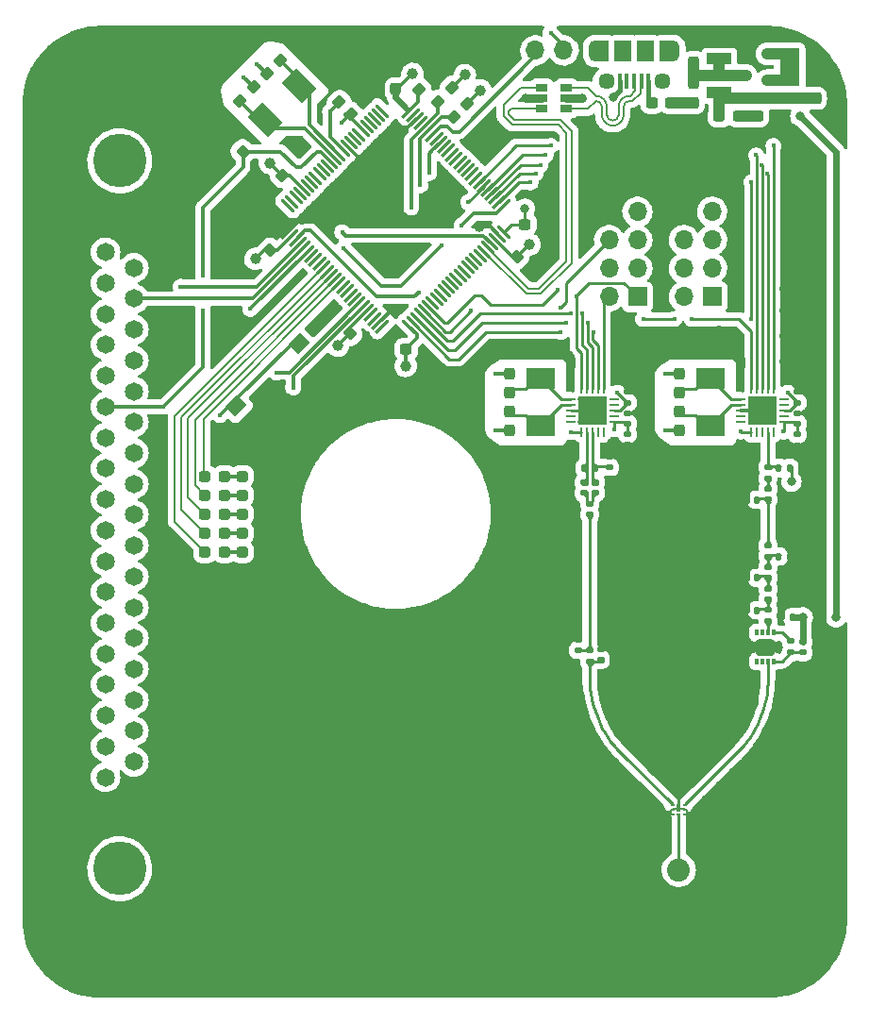
<source format=gbr>
%TF.GenerationSoftware,KiCad,Pcbnew,(6.0.1)*%
%TF.CreationDate,2022-01-25T11:54:45-06:00*%
%TF.ProjectId,Telemetry_KiCAD_Project,54656c65-6d65-4747-9279-5f4b69434144,rev?*%
%TF.SameCoordinates,Original*%
%TF.FileFunction,Copper,L1,Top*%
%TF.FilePolarity,Positive*%
%FSLAX46Y46*%
G04 Gerber Fmt 4.6, Leading zero omitted, Abs format (unit mm)*
G04 Created by KiCad (PCBNEW (6.0.1)) date 2022-01-25 11:54:45*
%MOMM*%
%LPD*%
G01*
G04 APERTURE LIST*
G04 Aperture macros list*
%AMRoundRect*
0 Rectangle with rounded corners*
0 $1 Rounding radius*
0 $2 $3 $4 $5 $6 $7 $8 $9 X,Y pos of 4 corners*
0 Add a 4 corners polygon primitive as box body*
4,1,4,$2,$3,$4,$5,$6,$7,$8,$9,$2,$3,0*
0 Add four circle primitives for the rounded corners*
1,1,$1+$1,$2,$3*
1,1,$1+$1,$4,$5*
1,1,$1+$1,$6,$7*
1,1,$1+$1,$8,$9*
0 Add four rect primitives between the rounded corners*
20,1,$1+$1,$2,$3,$4,$5,0*
20,1,$1+$1,$4,$5,$6,$7,0*
20,1,$1+$1,$6,$7,$8,$9,0*
20,1,$1+$1,$8,$9,$2,$3,0*%
%AMRotRect*
0 Rectangle, with rotation*
0 The origin of the aperture is its center*
0 $1 length*
0 $2 width*
0 $3 Rotation angle, in degrees counterclockwise*
0 Add horizontal line*
21,1,$1,$2,0,0,$3*%
G04 Aperture macros list end*
%TA.AperFunction,SMDPad,CuDef*%
%ADD10RoundRect,0.237500X-0.044194X-0.380070X0.380070X0.044194X0.044194X0.380070X-0.380070X-0.044194X0*%
%TD*%
%TA.AperFunction,SMDPad,CuDef*%
%ADD11RoundRect,0.237500X-0.380070X0.044194X0.044194X-0.380070X0.380070X-0.044194X-0.044194X0.380070X0*%
%TD*%
%TA.AperFunction,SMDPad,CuDef*%
%ADD12RoundRect,0.237500X0.300000X0.237500X-0.300000X0.237500X-0.300000X-0.237500X0.300000X-0.237500X0*%
%TD*%
%TA.AperFunction,SMDPad,CuDef*%
%ADD13RoundRect,0.237500X0.380070X-0.044194X-0.044194X0.380070X-0.380070X0.044194X0.044194X-0.380070X0*%
%TD*%
%TA.AperFunction,ComponentPad*%
%ADD14C,2.050000*%
%TD*%
%TA.AperFunction,ComponentPad*%
%ADD15C,2.250000*%
%TD*%
%TA.AperFunction,SMDPad,CuDef*%
%ADD16RoundRect,0.237500X-0.035355X-0.371231X0.371231X0.035355X0.035355X0.371231X-0.371231X-0.035355X0*%
%TD*%
%TA.AperFunction,SMDPad,CuDef*%
%ADD17RoundRect,0.075000X-0.565685X0.459619X0.459619X-0.565685X0.565685X-0.459619X-0.459619X0.565685X0*%
%TD*%
%TA.AperFunction,SMDPad,CuDef*%
%ADD18RoundRect,0.075000X-0.565685X-0.459619X-0.459619X-0.565685X0.565685X0.459619X0.459619X0.565685X0*%
%TD*%
%TA.AperFunction,ComponentPad*%
%ADD19R,1.650000X1.650000*%
%TD*%
%TA.AperFunction,ComponentPad*%
%ADD20C,1.650000*%
%TD*%
%TA.AperFunction,ComponentPad*%
%ADD21C,4.800000*%
%TD*%
%TA.AperFunction,SMDPad,CuDef*%
%ADD22R,0.340000X0.230000*%
%TD*%
%TA.AperFunction,SMDPad,CuDef*%
%ADD23R,0.310000X0.695000*%
%TD*%
%TA.AperFunction,SMDPad,CuDef*%
%ADD24R,0.340000X0.190000*%
%TD*%
%TA.AperFunction,SMDPad,CuDef*%
%ADD25R,0.310000X0.230000*%
%TD*%
%TA.AperFunction,SMDPad,CuDef*%
%ADD26RoundRect,0.237500X0.237500X-0.300000X0.237500X0.300000X-0.237500X0.300000X-0.237500X-0.300000X0*%
%TD*%
%TA.AperFunction,SMDPad,CuDef*%
%ADD27RoundRect,0.237500X-0.300000X-0.237500X0.300000X-0.237500X0.300000X0.237500X-0.300000X0.237500X0*%
%TD*%
%TA.AperFunction,SMDPad,CuDef*%
%ADD28R,1.060000X0.650000*%
%TD*%
%TA.AperFunction,SMDPad,CuDef*%
%ADD29RoundRect,0.237500X-0.237500X0.300000X-0.237500X-0.300000X0.237500X-0.300000X0.237500X0.300000X0*%
%TD*%
%TA.AperFunction,SMDPad,CuDef*%
%ADD30RoundRect,0.140000X-0.170000X0.140000X-0.170000X-0.140000X0.170000X-0.140000X0.170000X0.140000X0*%
%TD*%
%TA.AperFunction,SMDPad,CuDef*%
%ADD31RoundRect,0.140000X-0.140000X-0.170000X0.140000X-0.170000X0.140000X0.170000X-0.140000X0.170000X0*%
%TD*%
%TA.AperFunction,SMDPad,CuDef*%
%ADD32RoundRect,0.237500X-0.237500X0.287500X-0.237500X-0.287500X0.237500X-0.287500X0.237500X0.287500X0*%
%TD*%
%TA.AperFunction,SMDPad,CuDef*%
%ADD33RoundRect,0.062500X0.062500X-0.362500X0.062500X0.362500X-0.062500X0.362500X-0.062500X-0.362500X0*%
%TD*%
%TA.AperFunction,SMDPad,CuDef*%
%ADD34RoundRect,0.062500X0.362500X-0.062500X0.362500X0.062500X-0.362500X0.062500X-0.362500X-0.062500X0*%
%TD*%
%TA.AperFunction,ComponentPad*%
%ADD35C,0.500000*%
%TD*%
%TA.AperFunction,SMDPad,CuDef*%
%ADD36R,2.600000X2.600000*%
%TD*%
%TA.AperFunction,SMDPad,CuDef*%
%ADD37RoundRect,0.147500X-0.147500X-0.172500X0.147500X-0.172500X0.147500X0.172500X-0.147500X0.172500X0*%
%TD*%
%TA.AperFunction,SMDPad,CuDef*%
%ADD38R,2.600000X1.900000*%
%TD*%
%TA.AperFunction,SMDPad,CuDef*%
%ADD39RoundRect,0.237500X0.237500X-0.287500X0.237500X0.287500X-0.237500X0.287500X-0.237500X-0.287500X0*%
%TD*%
%TA.AperFunction,SMDPad,CuDef*%
%ADD40RoundRect,0.237500X0.287500X0.237500X-0.287500X0.237500X-0.287500X-0.237500X0.287500X-0.237500X0*%
%TD*%
%TA.AperFunction,SMDPad,CuDef*%
%ADD41RoundRect,0.147500X-0.172500X0.147500X-0.172500X-0.147500X0.172500X-0.147500X0.172500X0.147500X0*%
%TD*%
%TA.AperFunction,SMDPad,CuDef*%
%ADD42R,0.400000X1.350000*%
%TD*%
%TA.AperFunction,ComponentPad*%
%ADD43O,1.200000X1.900000*%
%TD*%
%TA.AperFunction,ComponentPad*%
%ADD44C,1.450000*%
%TD*%
%TA.AperFunction,SMDPad,CuDef*%
%ADD45R,1.200000X1.900000*%
%TD*%
%TA.AperFunction,SMDPad,CuDef*%
%ADD46R,1.500000X1.900000*%
%TD*%
%TA.AperFunction,SMDPad,CuDef*%
%ADD47RoundRect,0.140000X0.140000X0.170000X-0.140000X0.170000X-0.140000X-0.170000X0.140000X-0.170000X0*%
%TD*%
%TA.AperFunction,SMDPad,CuDef*%
%ADD48RoundRect,0.135000X0.185000X-0.135000X0.185000X0.135000X-0.185000X0.135000X-0.185000X-0.135000X0*%
%TD*%
%TA.AperFunction,SMDPad,CuDef*%
%ADD49RoundRect,0.087500X-0.087500X0.200000X-0.087500X-0.200000X0.087500X-0.200000X0.087500X0.200000X0*%
%TD*%
%TA.AperFunction,SMDPad,CuDef*%
%ADD50RoundRect,0.250000X-0.620000X0.475000X-0.620000X-0.475000X0.620000X-0.475000X0.620000X0.475000X0*%
%TD*%
%TA.AperFunction,SMDPad,CuDef*%
%ADD51RoundRect,0.140000X0.170000X-0.140000X0.170000X0.140000X-0.170000X0.140000X-0.170000X-0.140000X0*%
%TD*%
%TA.AperFunction,SMDPad,CuDef*%
%ADD52RoundRect,0.147500X0.147500X0.172500X-0.147500X0.172500X-0.147500X-0.172500X0.147500X-0.172500X0*%
%TD*%
%TA.AperFunction,SMDPad,CuDef*%
%ADD53RoundRect,0.147500X0.172500X-0.147500X0.172500X0.147500X-0.172500X0.147500X-0.172500X-0.147500X0*%
%TD*%
%TA.AperFunction,ComponentPad*%
%ADD54R,1.700000X1.700000*%
%TD*%
%TA.AperFunction,ComponentPad*%
%ADD55O,1.700000X1.700000*%
%TD*%
%TA.AperFunction,SMDPad,CuDef*%
%ADD56RotRect,1.900000X2.600000X225.000000*%
%TD*%
%TA.AperFunction,SMDPad,CuDef*%
%ADD57RoundRect,0.237500X0.044194X0.380070X-0.380070X-0.044194X-0.044194X-0.380070X0.380070X0.044194X0*%
%TD*%
%TA.AperFunction,SMDPad,CuDef*%
%ADD58RotRect,1.550000X1.300000X45.000000*%
%TD*%
%TA.AperFunction,SMDPad,CuDef*%
%ADD59R,2.200000X1.000000*%
%TD*%
%TA.AperFunction,SMDPad,CuDef*%
%ADD60R,1.800000X3.400000*%
%TD*%
%TA.AperFunction,ViaPad*%
%ADD61C,0.800000*%
%TD*%
%TA.AperFunction,ViaPad*%
%ADD62C,1.000000*%
%TD*%
%TA.AperFunction,ViaPad*%
%ADD63C,0.400000*%
%TD*%
%TA.AperFunction,Conductor*%
%ADD64C,0.800000*%
%TD*%
%TA.AperFunction,Conductor*%
%ADD65C,0.200000*%
%TD*%
%TA.AperFunction,Conductor*%
%ADD66C,0.300000*%
%TD*%
%TA.AperFunction,Conductor*%
%ADD67C,0.293370*%
%TD*%
%TA.AperFunction,Conductor*%
%ADD68C,1.000000*%
%TD*%
%TA.AperFunction,Conductor*%
%ADD69C,0.250000*%
%TD*%
%TA.AperFunction,Conductor*%
%ADD70C,0.400000*%
%TD*%
%TA.AperFunction,Conductor*%
%ADD71C,0.600000*%
%TD*%
G04 APERTURE END LIST*
D10*
%TO.P,C25,1*%
%TO.N,Net-(C25-Pad1)*%
X102525000Y-61425000D03*
%TO.P,C25,2*%
%TO.N,GND*%
X103744760Y-60205240D03*
%TD*%
%TO.P,C27,1*%
%TO.N,+3V3*%
X118600000Y-60400000D03*
%TO.P,C27,2*%
%TO.N,GND*%
X119819760Y-59180240D03*
%TD*%
D11*
%TO.P,C28,1*%
%TO.N,+3V3*%
X127400000Y-75400000D03*
%TO.P,C28,2*%
%TO.N,GND*%
X128619760Y-76619760D03*
%TD*%
D12*
%TO.P,C30,1*%
%TO.N,+3V3*%
X117425000Y-83700000D03*
%TO.P,C30,2*%
%TO.N,GND*%
X115700000Y-83700000D03*
%TD*%
D11*
%TO.P,C31,1*%
%TO.N,+3V3*%
X112400000Y-82300000D03*
%TO.P,C31,2*%
%TO.N,GND*%
X113619760Y-83519760D03*
%TD*%
D13*
%TO.P,C32,1*%
%TO.N,+3V3*%
X105244195Y-74802773D03*
%TO.P,C32,2*%
%TO.N,GND*%
X104024435Y-73583013D03*
%TD*%
D10*
%TO.P,C35,1*%
%TO.N,+3V3*%
X112478909Y-62622157D03*
%TO.P,C35,2*%
%TO.N,GND*%
X113698669Y-61402397D03*
%TD*%
D14*
%TO.P,J3,1,In*%
%TO.N,/RSD_Duplexer/Antenna*%
X141900000Y-130400000D03*
D15*
%TO.P,J3,2,Ext*%
%TO.N,GND*%
X139360000Y-127860000D03*
X139360000Y-132940000D03*
X144440000Y-132940000D03*
X144440000Y-127860000D03*
%TD*%
D16*
%TO.P,R4,1*%
%TO.N,/37 Pin DSUB/Alert_scl*%
X121700000Y-62900000D03*
%TO.P,R4,2*%
%TO.N,+3V3*%
X122937436Y-61662564D03*
%TD*%
%TO.P,R5,1*%
%TO.N,/37 Pin DSUB/Alert_sda*%
X120300000Y-61500000D03*
%TO.P,R5,2*%
%TO.N,+3V3*%
X121537436Y-60262564D03*
%TD*%
D17*
%TO.P,U7,1,PE2*%
%TO.N,unconnected-(U7-Pad1)*%
X115315596Y-62330315D03*
%TO.P,U7,2,PE3*%
%TO.N,unconnected-(U7-Pad2)*%
X114962043Y-62683868D03*
%TO.P,U7,3,PE4*%
%TO.N,unconnected-(U7-Pad3)*%
X114608489Y-63037422D03*
%TO.P,U7,4,PE5*%
%TO.N,unconnected-(U7-Pad4)*%
X114254936Y-63390975D03*
%TO.P,U7,5,PE6*%
%TO.N,unconnected-(U7-Pad5)*%
X113901383Y-63744528D03*
%TO.P,U7,6,VBAT*%
%TO.N,+3V3*%
X113547829Y-64098082D03*
%TO.P,U7,7,PC13*%
%TO.N,unconnected-(U7-Pad7)*%
X113194276Y-64451635D03*
%TO.P,U7,8,PC14*%
%TO.N,unconnected-(U7-Pad8)*%
X112840722Y-64805189D03*
%TO.P,U7,9,PC15*%
%TO.N,unconnected-(U7-Pad9)*%
X112487169Y-65158742D03*
%TO.P,U7,10,VSS*%
%TO.N,GND*%
X112133616Y-65512295D03*
%TO.P,U7,11,VDD*%
%TO.N,+3V3*%
X111780062Y-65865849D03*
%TO.P,U7,12,PH0*%
%TO.N,Net-(C24-Pad1)*%
X111426509Y-66219402D03*
%TO.P,U7,13,PH1*%
%TO.N,Net-(C25-Pad1)*%
X111072955Y-66572955D03*
%TO.P,U7,14,NRST*%
%TO.N,/37 Pin DSUB/NRST*%
X110719402Y-66926509D03*
%TO.P,U7,15,PC0*%
%TO.N,unconnected-(U7-Pad15)*%
X110365849Y-67280062D03*
%TO.P,U7,16,PC1*%
%TO.N,unconnected-(U7-Pad16)*%
X110012295Y-67633616D03*
%TO.P,U7,17,PC2*%
%TO.N,unconnected-(U7-Pad17)*%
X109658742Y-67987169D03*
%TO.P,U7,18,PC3*%
%TO.N,unconnected-(U7-Pad18)*%
X109305189Y-68340722D03*
%TO.P,U7,19,VREF-/VSSA*%
%TO.N,unconnected-(U7-Pad19)*%
X108951635Y-68694276D03*
%TO.P,U7,20,VREF+*%
%TO.N,unconnected-(U7-Pad20)*%
X108598082Y-69047829D03*
%TO.P,U7,21,VDDA*%
%TO.N,+3V3*%
X108244528Y-69401383D03*
%TO.P,U7,22,PA0*%
%TO.N,unconnected-(U7-Pad22)*%
X107890975Y-69754936D03*
%TO.P,U7,23,PA1*%
%TO.N,unconnected-(U7-Pad23)*%
X107537422Y-70108489D03*
%TO.P,U7,24,PA2*%
%TO.N,unconnected-(U7-Pad24)*%
X107183868Y-70462043D03*
%TO.P,U7,25,PA3*%
%TO.N,unconnected-(U7-Pad25)*%
X106830315Y-70815596D03*
D18*
%TO.P,U7,26,VSS*%
%TO.N,GND*%
X106830315Y-73184404D03*
%TO.P,U7,27,VDD*%
%TO.N,+3V3*%
X107183868Y-73537957D03*
%TO.P,U7,28,PA4*%
%TO.N,/~{TX_SEL}*%
X107537422Y-73891511D03*
%TO.P,U7,29,PA5*%
%TO.N,/37 Pin DSUB/t_clk*%
X107890975Y-74245064D03*
%TO.P,U7,30,PA6*%
%TO.N,/37 Pin DSUB/t_miso*%
X108244528Y-74598617D03*
%TO.P,U7,31,PA7*%
%TO.N,/37 Pin DSUB/t_mosi*%
X108598082Y-74952171D03*
%TO.P,U7,32,PB0*%
%TO.N,/MCU_L562VE/~{SPI1_NSS}*%
X108951635Y-75305724D03*
%TO.P,U7,33,PB1*%
%TO.N,unconnected-(U7-Pad33)*%
X109305189Y-75659278D03*
%TO.P,U7,34,PB2*%
%TO.N,unconnected-(U7-Pad34)*%
X109658742Y-76012831D03*
%TO.P,U7,35,PE7*%
%TO.N,Net-(D6-Pad2)*%
X110012295Y-76366384D03*
%TO.P,U7,36,PE8*%
%TO.N,Net-(D5-Pad2)*%
X110365849Y-76719938D03*
%TO.P,U7,37,PE9*%
%TO.N,Net-(D4-Pad2)*%
X110719402Y-77073491D03*
%TO.P,U7,38,PE10*%
%TO.N,Net-(D3-Pad2)*%
X111072955Y-77427045D03*
%TO.P,U7,39,PE11*%
%TO.N,Net-(D2-Pad2)*%
X111426509Y-77780598D03*
%TO.P,U7,40,PE12*%
%TO.N,unconnected-(U7-Pad40)*%
X111780062Y-78134151D03*
%TO.P,U7,41,PE13*%
%TO.N,unconnected-(U7-Pad41)*%
X112133616Y-78487705D03*
%TO.P,U7,42,PE14*%
%TO.N,unconnected-(U7-Pad42)*%
X112487169Y-78841258D03*
%TO.P,U7,43,PE15*%
%TO.N,unconnected-(U7-Pad43)*%
X112840722Y-79194811D03*
%TO.P,U7,44,PB10*%
%TO.N,/37 Pin DSUB/Fire*%
X113194276Y-79548365D03*
%TO.P,U7,45,PB11*%
%TO.N,/37 Pin DSUB/Fire_redundant*%
X113547829Y-79901918D03*
%TO.P,U7,46,VDDSMPS*%
%TO.N,+3V3*%
X113901383Y-80255472D03*
%TO.P,U7,47,VLXSMPS*%
%TO.N,unconnected-(U7-Pad47)*%
X114254936Y-80609025D03*
%TO.P,U7,48,VSSSMPS*%
%TO.N,unconnected-(U7-Pad48)*%
X114608489Y-80962578D03*
%TO.P,U7,49,VSS*%
%TO.N,GND*%
X114962043Y-81316132D03*
%TO.P,U7,50,V15SMPS_1*%
%TO.N,unconnected-(U7-Pad50)*%
X115315596Y-81669685D03*
D17*
%TO.P,U7,51,VDD*%
%TO.N,+3V3*%
X117684404Y-81669685D03*
%TO.P,U7,52,PB13*%
%TO.N,/RX_SCL*%
X118037957Y-81316132D03*
%TO.P,U7,53,PB14*%
%TO.N,/RX_SDO*%
X118391511Y-80962578D03*
%TO.P,U7,54,PB15*%
%TO.N,/RX_SDI*%
X118745064Y-80609025D03*
%TO.P,U7,55,PD8*%
%TO.N,/RX_RST*%
X119098617Y-80255472D03*
%TO.P,U7,56,PD9*%
%TO.N,/~{RX_IRQ}*%
X119452171Y-79901918D03*
%TO.P,U7,57,PD10*%
%TO.N,unconnected-(U7-Pad57)*%
X119805724Y-79548365D03*
%TO.P,U7,58,PD11*%
%TO.N,unconnected-(U7-Pad58)*%
X120159278Y-79194811D03*
%TO.P,U7,59,PD12*%
%TO.N,unconnected-(U7-Pad59)*%
X120512831Y-78841258D03*
%TO.P,U7,60,PD13*%
%TO.N,unconnected-(U7-Pad60)*%
X120866384Y-78487705D03*
%TO.P,U7,61,PD14*%
%TO.N,unconnected-(U7-Pad61)*%
X121219938Y-78134151D03*
%TO.P,U7,62,PD15*%
%TO.N,unconnected-(U7-Pad62)*%
X121573491Y-77780598D03*
%TO.P,U7,63,PC6*%
%TO.N,unconnected-(U7-Pad63)*%
X121927045Y-77427045D03*
%TO.P,U7,64,PC7*%
%TO.N,unconnected-(U7-Pad64)*%
X122280598Y-77073491D03*
%TO.P,U7,65,PC8*%
%TO.N,unconnected-(U7-Pad65)*%
X122634151Y-76719938D03*
%TO.P,U7,66,PC9*%
%TO.N,unconnected-(U7-Pad66)*%
X122987705Y-76366384D03*
%TO.P,U7,67,PA8*%
%TO.N,unconnected-(U7-Pad67)*%
X123341258Y-76012831D03*
%TO.P,U7,68,PA9*%
%TO.N,unconnected-(U7-Pad68)*%
X123694811Y-75659278D03*
%TO.P,U7,69,PA10*%
%TO.N,unconnected-(U7-Pad69)*%
X124048365Y-75305724D03*
%TO.P,U7,70,PA11*%
%TO.N,/MCU_L562VE/USB_D-*%
X124401918Y-74952171D03*
%TO.P,U7,71,PA12*%
%TO.N,/MCU_L562VE/USB_D+*%
X124755472Y-74598617D03*
%TO.P,U7,72,PA13*%
%TO.N,/37 Pin DSUB/SWDIO*%
X125109025Y-74245064D03*
%TO.P,U7,73,VDDUSB*%
%TO.N,+3V3*%
X125462578Y-73891511D03*
%TO.P,U7,74,VSS*%
%TO.N,GND*%
X125816132Y-73537957D03*
%TO.P,U7,75,VDD*%
%TO.N,+3V3*%
X126169685Y-73184404D03*
D18*
%TO.P,U7,76,PA14*%
%TO.N,/37 Pin DSUB/SWCLK*%
X126169685Y-70815596D03*
%TO.P,U7,77,PA15*%
%TO.N,/TX_RST*%
X125816132Y-70462043D03*
%TO.P,U7,78,PC10*%
%TO.N,/TX_SCL*%
X125462578Y-70108489D03*
%TO.P,U7,79,PC11*%
%TO.N,/TX_SDO*%
X125109025Y-69754936D03*
%TO.P,U7,80,PC12*%
%TO.N,/TX_SDI*%
X124755472Y-69401383D03*
%TO.P,U7,81,PD0*%
%TO.N,/~{RX_SEL}*%
X124401918Y-69047829D03*
%TO.P,U7,82,PD1*%
%TO.N,/~{TX_IRQ}*%
X124048365Y-68694276D03*
%TO.P,U7,83,PD2*%
%TO.N,unconnected-(U7-Pad83)*%
X123694811Y-68340722D03*
%TO.P,U7,84,PD3*%
%TO.N,unconnected-(U7-Pad84)*%
X123341258Y-67987169D03*
%TO.P,U7,85,PD4*%
%TO.N,unconnected-(U7-Pad85)*%
X122987705Y-67633616D03*
%TO.P,U7,86,PD5*%
%TO.N,unconnected-(U7-Pad86)*%
X122634151Y-67280062D03*
%TO.P,U7,87,PD6*%
%TO.N,unconnected-(U7-Pad87)*%
X122280598Y-66926509D03*
%TO.P,U7,88,PD7*%
%TO.N,unconnected-(U7-Pad88)*%
X121927045Y-66572955D03*
%TO.P,U7,89,PB3*%
%TO.N,unconnected-(U7-Pad89)*%
X121573491Y-66219402D03*
%TO.P,U7,90,PB4*%
%TO.N,unconnected-(U7-Pad90)*%
X121219938Y-65865849D03*
%TO.P,U7,91,PB5*%
%TO.N,unconnected-(U7-Pad91)*%
X120866384Y-65512295D03*
%TO.P,U7,92,PB6*%
%TO.N,/37 Pin DSUB/Alert_Active*%
X120512831Y-65158742D03*
%TO.P,U7,93,PB7*%
%TO.N,unconnected-(U7-Pad93)*%
X120159278Y-64805189D03*
%TO.P,U7,94,PH3*%
%TO.N,Net-(JP1-Pad2)*%
X119805724Y-64451635D03*
%TO.P,U7,95,PB8*%
%TO.N,/37 Pin DSUB/Alert_scl*%
X119452171Y-64098082D03*
%TO.P,U7,96,PB9*%
%TO.N,/37 Pin DSUB/Alert_sda*%
X119098617Y-63744528D03*
%TO.P,U7,97,PE0*%
%TO.N,unconnected-(U7-Pad97)*%
X118745064Y-63390975D03*
%TO.P,U7,98,VSS*%
%TO.N,GND*%
X118391511Y-63037422D03*
%TO.P,U7,99,V15SMPS_2*%
%TO.N,unconnected-(U7-Pad99)*%
X118037957Y-62683868D03*
%TO.P,U7,100,VDD*%
%TO.N,+3V3*%
X117684404Y-62330315D03*
%TD*%
D19*
%TO.P,J5,1,1*%
%TO.N,GND*%
X93000000Y-73625000D03*
D20*
%TO.P,J5,2,2*%
%TO.N,+3V3*%
X93000000Y-76395000D03*
%TO.P,J5,3,3*%
%TO.N,/37 Pin DSUB/t_miso*%
X93000000Y-79165000D03*
%TO.P,J5,4,4*%
%TO.N,/37 Pin DSUB/SWDIO*%
X93000000Y-81935000D03*
%TO.P,J5,5,5*%
%TO.N,/37 Pin DSUB/Alert_scl*%
X93000000Y-84705000D03*
%TO.P,J5,6,6*%
%TO.N,/37 Pin DSUB/Alert_Active*%
X93000000Y-87475000D03*
%TO.P,J5,7,7*%
%TO.N,/37 Pin DSUB/Fire*%
X93000000Y-90245000D03*
%TO.P,J5,8,8*%
%TO.N,unconnected-(J5-Pad8)*%
X93000000Y-93015000D03*
%TO.P,J5,9,9*%
%TO.N,unconnected-(J5-Pad9)*%
X93000000Y-95785000D03*
%TO.P,J5,10,10*%
%TO.N,unconnected-(J5-Pad10)*%
X93000000Y-98555000D03*
%TO.P,J5,11,11*%
%TO.N,unconnected-(J5-Pad11)*%
X93000000Y-101325000D03*
%TO.P,J5,12,12*%
%TO.N,unconnected-(J5-Pad12)*%
X93000000Y-104095000D03*
%TO.P,J5,13,13*%
%TO.N,unconnected-(J5-Pad13)*%
X93000000Y-106865000D03*
%TO.P,J5,14,14*%
%TO.N,unconnected-(J5-Pad14)*%
X93000000Y-109635000D03*
%TO.P,J5,15,15*%
%TO.N,unconnected-(J5-Pad15)*%
X93000000Y-112405000D03*
%TO.P,J5,16,16*%
%TO.N,unconnected-(J5-Pad16)*%
X93000000Y-115175000D03*
%TO.P,J5,17,17*%
%TO.N,unconnected-(J5-Pad17)*%
X93000000Y-117945000D03*
%TO.P,J5,18,18*%
%TO.N,+3V3*%
X93000000Y-120715000D03*
%TO.P,J5,19,19*%
%TO.N,GND*%
X93000000Y-123485000D03*
%TO.P,J5,20,20*%
%TO.N,+5V*%
X90460000Y-75010000D03*
%TO.P,J5,21,21*%
%TO.N,/37 Pin DSUB/t_mosi*%
X90460000Y-77780000D03*
%TO.P,J5,22,22*%
%TO.N,/37 Pin DSUB/t_clk*%
X90460000Y-80550000D03*
%TO.P,J5,23,23*%
%TO.N,/37 Pin DSUB/SWCLK*%
X90460000Y-83320000D03*
%TO.P,J5,24,24*%
%TO.N,/37 Pin DSUB/Alert_sda*%
X90460000Y-86090000D03*
%TO.P,J5,25,25*%
%TO.N,/37 Pin DSUB/NRST*%
X90460000Y-88860000D03*
%TO.P,J5,26,26*%
%TO.N,/37 Pin DSUB/Fire_redundant*%
X90460000Y-91630000D03*
%TO.P,J5,27,27*%
%TO.N,unconnected-(J5-Pad27)*%
X90460000Y-94400000D03*
%TO.P,J5,28,28*%
%TO.N,unconnected-(J5-Pad28)*%
X90460000Y-97170000D03*
%TO.P,J5,29,29*%
%TO.N,unconnected-(J5-Pad29)*%
X90460000Y-99940000D03*
%TO.P,J5,30,30*%
%TO.N,unconnected-(J5-Pad30)*%
X90460000Y-102710000D03*
%TO.P,J5,31,31*%
%TO.N,unconnected-(J5-Pad31)*%
X90460000Y-105480000D03*
%TO.P,J5,32,32*%
%TO.N,unconnected-(J5-Pad32)*%
X90460000Y-108250000D03*
%TO.P,J5,33,33*%
%TO.N,unconnected-(J5-Pad33)*%
X90460000Y-111020000D03*
%TO.P,J5,34,34*%
%TO.N,unconnected-(J5-Pad34)*%
X90460000Y-113790000D03*
%TO.P,J5,35,35*%
%TO.N,unconnected-(J5-Pad35)*%
X90460000Y-116560000D03*
%TO.P,J5,36,36*%
%TO.N,unconnected-(J5-Pad36)*%
X90460000Y-119330000D03*
%TO.P,J5,37,37*%
%TO.N,+5V*%
X90460000Y-122100000D03*
D21*
%TO.P,J5,MH1*%
%TO.N,N/C*%
X91730000Y-66805000D03*
%TO.P,J5,MH2*%
X91730000Y-130305000D03*
%TD*%
D22*
%TO.P,U3,1,RX*%
%TO.N,/RSD_Duplexer/RX_In*%
X141340000Y-124590000D03*
D23*
%TO.P,U3,2,GND*%
%TO.N,GND*%
X141895000Y-124822500D03*
D22*
%TO.P,U3,3,TX*%
%TO.N,/ADL_Amplifier/RF_Out*%
X142450000Y-124590000D03*
D24*
%TO.P,U3,4,GND*%
%TO.N,GND*%
X142450000Y-125000000D03*
D22*
%TO.P,U3,5,GND*%
X142450000Y-125410000D03*
D25*
%TO.P,U3,6,ANT*%
%TO.N,/RSD_Duplexer/Antenna*%
X141895000Y-125410000D03*
D22*
%TO.P,U3,7,GND*%
%TO.N,GND*%
X141340000Y-125410000D03*
D24*
%TO.P,U3,8,GND*%
X141340000Y-125000000D03*
%TD*%
D10*
%TO.P,C34,1*%
%TO.N,+3V3*%
X111420000Y-61560000D03*
%TO.P,C34,2*%
%TO.N,GND*%
X112639760Y-60340240D03*
%TD*%
D26*
%TO.P,C26,1*%
%TO.N,+3V3*%
X116500000Y-60362500D03*
%TO.P,C26,2*%
%TO.N,GND*%
X116500000Y-58637500D03*
%TD*%
D27*
%TO.P,C29,1*%
%TO.N,+3V3*%
X128100001Y-72500000D03*
%TO.P,C29,2*%
%TO.N,GND*%
X129825001Y-72500000D03*
%TD*%
D28*
%TO.P,U5,1,IO1*%
%TO.N,/MCU_L562VE/USB_D+*%
X129600000Y-60250000D03*
%TO.P,U5,2,GND*%
%TO.N,GND*%
X129600000Y-61200000D03*
%TO.P,U5,3,IO2*%
%TO.N,/MCU_L562VE/USB_D-*%
X129600000Y-62150000D03*
%TO.P,U5,4,IO2*%
%TO.N,/USB Connector and ESD/USB_CONN_D-*%
X131800000Y-62150000D03*
%TO.P,U5,5,VBUS*%
%TO.N,+5V*%
X131800000Y-61200000D03*
%TO.P,U5,6,IO1*%
%TO.N,/USB Connector and ESD/USB_CONN_D+*%
X131800000Y-60250000D03*
%TD*%
D29*
%TO.P,C2,1*%
%TO.N,Net-(C2-Pad1)*%
X126720000Y-89270001D03*
%TO.P,C2,2*%
%TO.N,GND*%
X126720000Y-90995001D03*
%TD*%
D30*
%TO.P,C3,1*%
%TO.N,GND*%
X137300000Y-89440000D03*
%TO.P,C3,2*%
%TO.N,+3V3*%
X137300000Y-90400000D03*
%TD*%
D31*
%TO.P,C12,1*%
%TO.N,GND*%
X151130000Y-107740000D03*
%TO.P,C12,2*%
%TO.N,+5V*%
X152090000Y-107740000D03*
%TD*%
D26*
%TO.P,C13,1*%
%TO.N,+5V*%
X143250000Y-58000000D03*
%TO.P,C13,2*%
%TO.N,GND*%
X143250000Y-56275000D03*
%TD*%
D30*
%TO.P,C15,1*%
%TO.N,GND*%
X152540000Y-87540000D03*
%TO.P,C15,2*%
%TO.N,+3V3*%
X152540000Y-88500000D03*
%TD*%
%TO.P,C17,1*%
%TO.N,GND*%
X152540000Y-89440000D03*
%TO.P,C17,2*%
%TO.N,+3V3*%
X152540000Y-90400000D03*
%TD*%
D32*
%TO.P,D1,1,K*%
%TO.N,+5V*%
X143250000Y-59850000D03*
%TO.P,D1,2,A*%
%TO.N,Net-(D1-Pad2)*%
X143250000Y-61600000D03*
%TD*%
D33*
%TO.P,U1,1,SDN*%
%TO.N,/RX_RST*%
X133150000Y-91125000D03*
%TO.P,U1,2,RXp*%
%TO.N,Net-(C7-Pad1)*%
X133650000Y-91125000D03*
%TO.P,U1,3,RXn*%
%TO.N,Net-(C6-Pad2)*%
X134150000Y-91125000D03*
%TO.P,U1,4,TX*%
%TO.N,unconnected-(U1-Pad4)*%
X134650000Y-91125000D03*
%TO.P,U1,5,NC*%
%TO.N,unconnected-(U1-Pad5)*%
X135150000Y-91125000D03*
D34*
%TO.P,U1,6,VDD*%
%TO.N,+3V3*%
X136075000Y-90200000D03*
%TO.P,U1,7,TXRAMP*%
%TO.N,unconnected-(U1-Pad7)*%
X136075000Y-89700000D03*
%TO.P,U1,8,VDD*%
%TO.N,+3V3*%
X136075000Y-89200000D03*
%TO.P,U1,9,GPIO0*%
%TO.N,unconnected-(U1-Pad9)*%
X136075000Y-88700000D03*
%TO.P,U1,10,GPIO1*%
%TO.N,unconnected-(U1-Pad10)*%
X136075000Y-88200000D03*
D33*
%TO.P,U1,11,~{IRQ}*%
%TO.N,/~{RX_IRQ}*%
X135150000Y-87275000D03*
%TO.P,U1,12,SCLK*%
%TO.N,/RX_SCL*%
X134650000Y-87275000D03*
%TO.P,U1,13,SDO*%
%TO.N,/RX_SDO*%
X134150000Y-87275000D03*
%TO.P,U1,14,SDI*%
%TO.N,/RX_SDI*%
X133650000Y-87275000D03*
%TO.P,U1,15,~{SEL}*%
%TO.N,/~{RX_SEL}*%
X133150000Y-87275000D03*
D34*
%TO.P,U1,16,XOUT*%
%TO.N,Net-(C4-Pad1)*%
X132225000Y-88200000D03*
%TO.P,U1,17,XIN*%
%TO.N,Net-(C2-Pad1)*%
X132225000Y-88700000D03*
%TO.P,U1,18,GND*%
%TO.N,GND*%
X132225000Y-89200000D03*
%TO.P,U1,19,GPIO2*%
%TO.N,unconnected-(U1-Pad19)*%
X132225000Y-89700000D03*
%TO.P,U1,20,GPIO3*%
%TO.N,unconnected-(U1-Pad20)*%
X132225000Y-90200000D03*
D35*
%TO.P,U1,21,GND*%
%TO.N,GND*%
X135200000Y-88150000D03*
X135200000Y-90250000D03*
X133100000Y-88150000D03*
X133100000Y-90250000D03*
D36*
X134150000Y-89200000D03*
%TD*%
D37*
%TO.P,L1,1*%
%TO.N,Net-(C7-Pad1)*%
X133437500Y-94350000D03*
%TO.P,L1,2*%
%TO.N,Net-(C6-Pad2)*%
X134407500Y-94350000D03*
%TD*%
D30*
%TO.P,C7,1*%
%TO.N,Net-(C7-Pad1)*%
X133400000Y-95640000D03*
%TO.P,C7,2*%
%TO.N,Net-(C7-Pad2)*%
X133400000Y-96600000D03*
%TD*%
%TO.P,C8,1*%
%TO.N,Net-(C7-Pad2)*%
X133900000Y-97590000D03*
%TO.P,C8,2*%
%TO.N,Net-(C8-Pad2)*%
X133900000Y-98550000D03*
%TD*%
%TO.P,C6,1*%
%TO.N,GND*%
X135700000Y-93340000D03*
%TO.P,C6,2*%
%TO.N,Net-(C6-Pad2)*%
X135700000Y-94300000D03*
%TD*%
D38*
%TO.P,Y1,1,1*%
%TO.N,Net-(C2-Pad1)*%
X129490000Y-90595000D03*
%TO.P,Y1,2,2*%
%TO.N,Net-(C4-Pad1)*%
X129490000Y-86295000D03*
%TD*%
D12*
%TO.P,FB1,1*%
%TO.N,Net-(D1-Pad2)*%
X141225000Y-61600000D03*
%TO.P,FB1,2*%
%TO.N,Net-(FB1-Pad2)*%
X139500000Y-61600000D03*
%TD*%
D39*
%TO.P,R2,1*%
%TO.N,Net-(R2-Pad1)*%
X154200000Y-61200000D03*
%TO.P,R2,2*%
%TO.N,GND*%
X154200000Y-59450000D03*
%TD*%
D40*
%TO.P,R3,1*%
%TO.N,Net-(C14-Pad1)*%
X147300000Y-62800000D03*
%TO.P,R3,2*%
%TO.N,Net-(R2-Pad1)*%
X145550000Y-62800000D03*
%TD*%
D41*
%TO.P,L2,1*%
%TO.N,Net-(C6-Pad2)*%
X134420000Y-95635000D03*
%TO.P,L2,2*%
%TO.N,Net-(C7-Pad2)*%
X134420000Y-96605000D03*
%TD*%
D42*
%TO.P,J4,1*%
%TO.N,Net-(FB1-Pad2)*%
X139200000Y-59662500D03*
%TO.P,J4,2*%
%TO.N,/USB Connector and ESD/USB_CONN_D-*%
X138550000Y-59662500D03*
%TO.P,J4,3*%
%TO.N,/USB Connector and ESD/USB_CONN_D+*%
X137900000Y-59662500D03*
%TO.P,J4,4*%
%TO.N,unconnected-(J4-Pad4)*%
X137250000Y-59662500D03*
%TO.P,J4,5*%
%TO.N,GND*%
X136600000Y-59662500D03*
D43*
%TO.P,J4,6*%
%TO.N,N/C*%
X141400000Y-56962500D03*
D44*
X135400000Y-59662500D03*
D45*
X140800000Y-56962500D03*
D43*
X134400000Y-56962500D03*
D46*
X136900000Y-56962500D03*
D44*
X140400000Y-59662500D03*
D45*
X135000000Y-56962500D03*
D46*
X138900000Y-56962500D03*
%TD*%
D26*
%TO.P,C18,1*%
%TO.N,Net-(C18-Pad1)*%
X141970000Y-87620000D03*
%TO.P,C18,2*%
%TO.N,GND*%
X141970000Y-85895000D03*
%TD*%
%TO.P,C4,1*%
%TO.N,Net-(C4-Pad1)*%
X126719999Y-87620000D03*
%TO.P,C4,2*%
%TO.N,GND*%
X126719999Y-85895000D03*
%TD*%
D31*
%TO.P,C11,1*%
%TO.N,GND*%
X147960000Y-107120000D03*
%TO.P,C11,2*%
%TO.N,/ADL_Amplifier/RF_In*%
X148920000Y-107120000D03*
%TD*%
D41*
%TO.P,L9,1*%
%TO.N,Net-(L7-Pad2)*%
X149900000Y-101317501D03*
%TO.P,L9,2*%
%TO.N,Net-(C21-Pad1)*%
X149900000Y-102287501D03*
%TD*%
%TO.P,L4,1*%
%TO.N,/ADL_Amplifier/RF_In*%
X149900000Y-107110000D03*
%TO.P,L4,2*%
%TO.N,Net-(L4-Pad2)*%
X149900000Y-108080000D03*
%TD*%
D31*
%TO.P,C21,1*%
%TO.N,Net-(C21-Pad1)*%
X150880000Y-102300000D03*
%TO.P,C21,2*%
%TO.N,GND*%
X151840000Y-102300000D03*
%TD*%
D41*
%TO.P,L11,1*%
%TO.N,Net-(C22-Pad1)*%
X149900000Y-105170000D03*
%TO.P,L11,2*%
%TO.N,/ADL_Amplifier/RF_In*%
X149900000Y-106140000D03*
%TD*%
D47*
%TO.P,C22,1*%
%TO.N,Net-(C22-Pad1)*%
X148920000Y-104220000D03*
%TO.P,C22,2*%
%TO.N,GND*%
X147960000Y-104220000D03*
%TD*%
D48*
%TO.P,R1,1*%
%TO.N,Net-(L5-Pad1)*%
X151980000Y-110910000D03*
%TO.P,R1,2*%
%TO.N,Net-(R1-Pad2)*%
X151980000Y-109890000D03*
%TD*%
D49*
%TO.P,U2,1,VBIAS*%
%TO.N,Net-(R1-Pad2)*%
X150400000Y-109132500D03*
%TO.P,U2,2,RFIN*%
%TO.N,Net-(L4-Pad2)*%
X149900000Y-109132500D03*
%TO.P,U2,3*%
%TO.N,N/C*%
X149400000Y-109132500D03*
%TO.P,U2,4*%
X148900000Y-109132500D03*
%TO.P,U2,5*%
X148900000Y-111707500D03*
%TO.P,U2,6*%
X149400000Y-111707500D03*
%TO.P,U2,7,RFOUT*%
%TO.N,/ADL_Amplifier/RF_Out*%
X149900000Y-111707500D03*
%TO.P,U2,8,VPOS*%
%TO.N,Net-(L5-Pad1)*%
X150400000Y-111707500D03*
D50*
%TO.P,U2,9,GND*%
%TO.N,GND*%
X149650000Y-110420000D03*
%TD*%
D51*
%TO.P,C9,1*%
%TO.N,Net-(C8-Pad2)*%
X132890000Y-110710000D03*
%TO.P,C9,2*%
%TO.N,GND*%
X132890000Y-109750000D03*
%TD*%
D41*
%TO.P,L3,1*%
%TO.N,Net-(C8-Pad2)*%
X133900000Y-110730000D03*
%TO.P,L3,2*%
%TO.N,/RSD_Duplexer/RX_In*%
X133900000Y-111700000D03*
%TD*%
D51*
%TO.P,C10,1*%
%TO.N,/RSD_Duplexer/RX_In*%
X134910000Y-111570000D03*
%TO.P,C10,2*%
%TO.N,GND*%
X134910000Y-110610000D03*
%TD*%
D52*
%TO.P,L8,1*%
%TO.N,Net-(L7-Pad2)*%
X148910000Y-97220000D03*
%TO.P,L8,2*%
%TO.N,GND*%
X147940000Y-97220000D03*
%TD*%
D37*
%TO.P,L6,1*%
%TO.N,Net-(C20-Pad1)*%
X150880000Y-94350000D03*
%TO.P,L6,2*%
%TO.N,+3V3*%
X151850000Y-94350000D03*
%TD*%
D30*
%TO.P,C20,1*%
%TO.N,Net-(C20-Pad1)*%
X149900000Y-94307500D03*
%TO.P,C20,2*%
%TO.N,Net-(C20-Pad2)*%
X149900000Y-95267500D03*
%TD*%
D41*
%TO.P,L7,1*%
%TO.N,Net-(C20-Pad2)*%
X149900000Y-96220000D03*
%TO.P,L7,2*%
%TO.N,Net-(L7-Pad2)*%
X149900000Y-97190000D03*
%TD*%
D38*
%TO.P,Y2,1,1*%
%TO.N,Net-(C16-Pad1)*%
X144740000Y-90595000D03*
%TO.P,Y2,2,2*%
%TO.N,Net-(C18-Pad1)*%
X144740000Y-86295000D03*
%TD*%
D33*
%TO.P,U6,1,SDN*%
%TO.N,/TX_RST*%
X148400000Y-91125000D03*
%TO.P,U6,2,RXp*%
%TO.N,unconnected-(U6-Pad2)*%
X148900000Y-91125000D03*
%TO.P,U6,3,RXn*%
%TO.N,unconnected-(U6-Pad3)*%
X149400000Y-91125000D03*
%TO.P,U6,4,TX*%
%TO.N,Net-(C20-Pad1)*%
X149900000Y-91125000D03*
%TO.P,U6,5,NC*%
%TO.N,unconnected-(U6-Pad5)*%
X150400000Y-91125000D03*
D34*
%TO.P,U6,6,VDD*%
%TO.N,+3V3*%
X151325000Y-90200000D03*
%TO.P,U6,7,TXRAMP*%
%TO.N,unconnected-(U6-Pad7)*%
X151325000Y-89700000D03*
%TO.P,U6,8,VDD*%
%TO.N,+3V3*%
X151325000Y-89200000D03*
%TO.P,U6,9,GPIO0*%
%TO.N,unconnected-(U6-Pad9)*%
X151325000Y-88700000D03*
%TO.P,U6,10,GPIO1*%
%TO.N,unconnected-(U6-Pad10)*%
X151325000Y-88200000D03*
D33*
%TO.P,U6,11,~{IRQ}*%
%TO.N,/~{TX_IRQ}*%
X150400000Y-87275000D03*
%TO.P,U6,12,SCLK*%
%TO.N,/TX_SCL*%
X149900000Y-87275000D03*
%TO.P,U6,13,SDO*%
%TO.N,/TX_SDO*%
X149400000Y-87275000D03*
%TO.P,U6,14,SDI*%
%TO.N,/TX_SDI*%
X148900000Y-87275000D03*
%TO.P,U6,15,~{SEL}*%
%TO.N,/~{TX_SEL}*%
X148400000Y-87275000D03*
D34*
%TO.P,U6,16,XOUT*%
%TO.N,Net-(C18-Pad1)*%
X147475000Y-88200000D03*
%TO.P,U6,17,XIN*%
%TO.N,Net-(C16-Pad1)*%
X147475000Y-88700000D03*
%TO.P,U6,18,GND*%
%TO.N,GND*%
X147475000Y-89200000D03*
%TO.P,U6,19,GPIO2*%
%TO.N,unconnected-(U6-Pad19)*%
X147475000Y-89700000D03*
%TO.P,U6,20,GPIO3*%
%TO.N,unconnected-(U6-Pad20)*%
X147475000Y-90200000D03*
D35*
%TO.P,U6,21,GND*%
%TO.N,GND*%
X150450000Y-88150000D03*
X150450000Y-90250000D03*
X148350000Y-90250000D03*
X148350000Y-88150000D03*
D36*
X149400000Y-89200000D03*
%TD*%
D29*
%TO.P,C16,1*%
%TO.N,Net-(C16-Pad1)*%
X141970000Y-89280000D03*
%TO.P,C16,2*%
%TO.N,GND*%
X141970000Y-91005000D03*
%TD*%
D40*
%TO.P,D4,1,K*%
%TO.N,Net-(D4-Pad1)*%
X101145000Y-98500000D03*
%TO.P,D4,2,A*%
%TO.N,Net-(D4-Pad2)*%
X99395000Y-98500000D03*
%TD*%
%TO.P,D6,1,K*%
%TO.N,Net-(D6-Pad1)*%
X101150000Y-101900000D03*
%TO.P,D6,2,A*%
%TO.N,Net-(D6-Pad2)*%
X99400000Y-101900000D03*
%TD*%
%TO.P,R6,1*%
%TO.N,GND*%
X104495000Y-101900000D03*
%TO.P,R6,2*%
%TO.N,Net-(D6-Pad1)*%
X102745000Y-101900000D03*
%TD*%
%TO.P,R8,1*%
%TO.N,GND*%
X104495000Y-98500000D03*
%TO.P,R8,2*%
%TO.N,Net-(D4-Pad1)*%
X102745000Y-98500000D03*
%TD*%
%TO.P,R10,1*%
%TO.N,GND*%
X104495000Y-95100000D03*
%TO.P,R10,2*%
%TO.N,Net-(D2-Pad1)*%
X102745000Y-95100000D03*
%TD*%
%TO.P,D3,1,K*%
%TO.N,Net-(D3-Pad1)*%
X101145000Y-96800000D03*
%TO.P,D3,2,A*%
%TO.N,Net-(D3-Pad2)*%
X99395000Y-96800000D03*
%TD*%
%TO.P,R7,1*%
%TO.N,GND*%
X104495000Y-100200000D03*
%TO.P,R7,2*%
%TO.N,Net-(D5-Pad1)*%
X102745000Y-100200000D03*
%TD*%
%TO.P,R9,1*%
%TO.N,GND*%
X104495000Y-96800000D03*
%TO.P,R9,2*%
%TO.N,Net-(D3-Pad1)*%
X102745000Y-96800000D03*
%TD*%
%TO.P,D5,1,K*%
%TO.N,Net-(D5-Pad1)*%
X101145000Y-100200000D03*
%TO.P,D5,2,A*%
%TO.N,Net-(D5-Pad2)*%
X99395000Y-100200000D03*
%TD*%
D53*
%TO.P,L5,1*%
%TO.N,Net-(L5-Pad1)*%
X153030000Y-110900000D03*
%TO.P,L5,2*%
%TO.N,+5V*%
X153030000Y-109930000D03*
%TD*%
D54*
%TO.P,J2,1,Pin_1*%
%TO.N,/~{RX_SEL}*%
X138190000Y-79000000D03*
D55*
%TO.P,J2,2,Pin_2*%
%TO.N,/~{RX_IRQ}*%
X135650000Y-79000000D03*
%TO.P,J2,3,Pin_3*%
%TO.N,/RX_SDI*%
X138190000Y-76460000D03*
%TO.P,J2,4,Pin_4*%
%TO.N,/RX_SDO*%
X135650000Y-76460000D03*
%TO.P,J2,5,Pin_5*%
%TO.N,/RX_SCL*%
X138190000Y-73920000D03*
%TO.P,J2,6,Pin_6*%
%TO.N,/RX_RST*%
X135650000Y-73920000D03*
%TO.P,J2,7,Pin_7*%
%TO.N,unconnected-(J2-Pad7)*%
X138190000Y-71380000D03*
%TO.P,J2,8,Pin_8*%
%TO.N,GND*%
X135650000Y-71380000D03*
%TD*%
D54*
%TO.P,J1,1,Pin_1*%
%TO.N,/~{TX_SEL}*%
X144890000Y-78980001D03*
D55*
%TO.P,J1,2,Pin_2*%
%TO.N,/~{TX_IRQ}*%
X142350000Y-78980001D03*
%TO.P,J1,3,Pin_3*%
%TO.N,/TX_SDI*%
X144890000Y-76440001D03*
%TO.P,J1,4,Pin_4*%
%TO.N,/TX_SDO*%
X142350000Y-76440001D03*
%TO.P,J1,5,Pin_5*%
%TO.N,/TX_SCL*%
X144890000Y-73900001D03*
%TO.P,J1,6,Pin_6*%
%TO.N,/TX_RST*%
X142350000Y-73900001D03*
%TO.P,J1,7,Pin_7*%
%TO.N,unconnected-(J1-Pad7)*%
X144890000Y-71360001D03*
%TO.P,J1,8,Pin_8*%
%TO.N,GND*%
X142350000Y-71360001D03*
%TD*%
D30*
%TO.P,C1,1*%
%TO.N,GND*%
X137300000Y-87540000D03*
%TO.P,C1,2*%
%TO.N,+3V3*%
X137300000Y-88500000D03*
%TD*%
D56*
%TO.P,Y3,1,1*%
%TO.N,Net-(C24-Pad1)*%
X107849354Y-60075646D03*
%TO.P,Y3,2,2*%
%TO.N,Net-(C25-Pad1)*%
X104808794Y-63116206D03*
%TD*%
D27*
%TO.P,C14,1*%
%TO.N,Net-(C14-Pad1)*%
X148950001Y-62800000D03*
%TO.P,C14,2*%
%TO.N,GND*%
X150675001Y-62800000D03*
%TD*%
D57*
%TO.P,C24,1*%
%TO.N,Net-(C24-Pad1)*%
X106150000Y-57800000D03*
%TO.P,C24,2*%
%TO.N,GND*%
X104930240Y-59019760D03*
%TD*%
D13*
%TO.P,C23,1*%
%TO.N,/37 Pin DSUB/NRST*%
X102800000Y-65980000D03*
%TO.P,C23,2*%
%TO.N,GND*%
X101580240Y-64760240D03*
%TD*%
D58*
%TO.P,SW1,1,1*%
%TO.N,/37 Pin DSUB/NRST*%
X107823295Y-83194725D03*
X102194725Y-88823295D03*
%TO.P,SW1,2,2*%
%TO.N,GND*%
X111005275Y-86376705D03*
X105376705Y-92005275D03*
%TD*%
D54*
%TO.P,JP1,1,A*%
%TO.N,GND*%
X126500000Y-56900000D03*
D55*
%TO.P,JP1,2,C*%
%TO.N,Net-(JP1-Pad2)*%
X129040000Y-56900000D03*
%TO.P,JP1,3,B*%
%TO.N,+3V3*%
X131580000Y-56900000D03*
%TD*%
D40*
%TO.P,D2,1,K*%
%TO.N,Net-(D2-Pad1)*%
X101145000Y-95100000D03*
%TO.P,D2,2,A*%
%TO.N,Net-(D2-Pad2)*%
X99395000Y-95100000D03*
%TD*%
D57*
%TO.P,C33,1*%
%TO.N,+3V3*%
X106299999Y-68100000D03*
%TO.P,C33,2*%
%TO.N,GND*%
X105080239Y-69319760D03*
%TD*%
D51*
%TO.P,C5,1*%
%TO.N,GND*%
X137300000Y-92280000D03*
%TO.P,C5,2*%
%TO.N,+3V3*%
X137300000Y-91320000D03*
%TD*%
D41*
%TO.P,L10,1*%
%TO.N,Net-(C21-Pad1)*%
X149900000Y-103230000D03*
%TO.P,L10,2*%
%TO.N,Net-(C22-Pad1)*%
X149900000Y-104200000D03*
%TD*%
D51*
%TO.P,C19,1*%
%TO.N,GND*%
X152540000Y-92310000D03*
%TO.P,C19,2*%
%TO.N,+3V3*%
X152540000Y-91350000D03*
%TD*%
D59*
%TO.P,U4,1,GND*%
%TO.N,GND*%
X145550000Y-56150000D03*
%TO.P,U4,2,VIN*%
%TO.N,+5V*%
X145550000Y-57650000D03*
%TO.P,U4,3,EN*%
X145550000Y-59150000D03*
%TO.P,U4,4,ADJ*%
%TO.N,Net-(R2-Pad1)*%
X145550000Y-60650000D03*
D60*
%TO.P,U4,5,VOUT*%
%TO.N,+3V3*%
X151850000Y-58400000D03*
%TD*%
D61*
%TO.N,GND*%
X148036958Y-120414689D03*
X134382863Y-118570544D03*
X149976483Y-117482312D03*
X147279474Y-118188394D03*
X149107400Y-119065500D03*
X143987243Y-121612650D03*
X133699912Y-117199764D03*
X148617940Y-115334061D03*
X148080930Y-116823278D03*
X140923665Y-122714234D03*
X138646032Y-120466107D03*
X146816934Y-121632815D03*
X145588527Y-122842696D03*
X133100000Y-115220000D03*
X137507216Y-119342044D03*
X135154039Y-115228042D03*
X142857764Y-122725096D03*
X136294006Y-120954717D03*
X137384884Y-122031463D03*
X139784849Y-121590171D03*
X135255101Y-119829256D03*
X135680618Y-116736541D03*
X139566640Y-124184955D03*
X144360121Y-124052577D03*
X146246201Y-119387759D03*
X136474418Y-118122929D03*
X138475762Y-123108209D03*
X145116722Y-120500205D03*
X141890000Y-123680000D03*
X141899999Y-133731193D03*
X143650000Y-125650000D03*
X145230213Y-130519787D03*
X138568805Y-130399999D03*
X140150000Y-125650000D03*
D62*
X116500000Y-63800000D03*
X124000000Y-72700000D03*
D63*
X125450000Y-85940000D03*
X147500000Y-82521428D03*
X147500000Y-73407142D03*
X147500000Y-80242857D03*
X147500000Y-71128571D03*
X147400000Y-78314285D03*
X147500000Y-75685714D03*
D61*
X154710000Y-86030000D03*
X152630000Y-86030000D03*
D63*
X140709999Y-91010000D03*
D61*
X130900000Y-97000000D03*
X130900000Y-97000000D03*
X130680000Y-94960000D03*
X127410000Y-93060000D03*
X129730000Y-93060000D03*
X151990000Y-103540000D03*
X130900000Y-99050000D03*
X130900000Y-101100000D03*
X130900000Y-107250000D03*
X130900000Y-103150000D03*
X130900000Y-109300000D03*
X130900000Y-111350000D03*
X130900000Y-105200000D03*
X148110000Y-102990000D03*
X148110000Y-105890000D03*
X135090000Y-109350000D03*
X148105000Y-96000000D03*
X132730000Y-108490000D03*
D63*
X135609999Y-126025000D03*
X135609999Y-130825000D03*
X135609999Y-135625000D03*
X147609999Y-128425000D03*
X147609999Y-133225000D03*
X147609999Y-123625000D03*
D61*
X146700000Y-96970000D03*
X146700000Y-101010000D03*
X146700000Y-98990000D03*
X146700000Y-105050000D03*
X146740000Y-111110000D03*
X146700000Y-103030000D03*
X146700000Y-107070000D03*
X146700000Y-109090000D03*
X147220553Y-112509447D03*
D63*
X96000000Y-80630000D03*
X102400000Y-80628120D03*
D61*
X135880000Y-92080000D03*
X139040000Y-91190000D03*
X140580000Y-93020000D03*
X144423374Y-83800000D03*
X139025000Y-85700000D03*
X139020000Y-87530000D03*
X140550124Y-83865808D03*
X142486749Y-83800000D03*
X139020000Y-89360000D03*
X146360000Y-83800000D03*
X147460000Y-85210000D03*
X147300000Y-93060000D03*
D63*
X107709999Y-65625000D03*
X145500000Y-81771428D03*
X116001183Y-66212958D03*
X111200000Y-69609998D03*
X116001183Y-69607070D03*
X97909999Y-72725000D03*
X100310000Y-75125000D03*
X102609999Y-69725000D03*
X95409999Y-62525000D03*
X97809999Y-64925000D03*
X100209999Y-67325000D03*
X97809999Y-69725000D03*
X97809999Y-60125000D03*
X100209999Y-57725000D03*
X100209999Y-62525000D03*
X154809999Y-118825000D03*
X109209999Y-118825000D03*
X104409999Y-128425000D03*
X118809999Y-133225000D03*
X100600000Y-63800000D03*
X97209999Y-126025000D03*
X116409999Y-111625000D03*
D61*
X136900000Y-105200000D03*
D63*
X104409999Y-133225000D03*
X114009999Y-128425000D03*
X126009999Y-135625000D03*
X85209999Y-97225000D03*
D62*
X147950000Y-55500000D03*
D63*
X140409999Y-116425000D03*
X133209999Y-133225000D03*
D62*
X115700000Y-85200000D03*
D63*
X105800000Y-101900000D03*
D61*
X154710000Y-90190000D03*
D63*
X133725224Y-64450000D03*
D62*
X105100000Y-70800000D03*
D63*
X123609999Y-109225000D03*
X128409999Y-133225000D03*
X118809999Y-138025000D03*
X85209999Y-130825000D03*
X105800000Y-98500000D03*
X116409999Y-126025000D03*
D61*
X154710000Y-98510000D03*
D63*
X106809999Y-130825000D03*
X121209999Y-135625000D03*
X99609999Y-133225000D03*
X121209999Y-111625000D03*
X87609999Y-138025000D03*
D61*
X148088823Y-113561177D03*
D63*
X106809999Y-111625000D03*
X106400000Y-90900000D03*
X147965653Y-64450000D03*
D61*
X131110000Y-83800000D03*
D63*
X97209999Y-138025000D03*
X121209999Y-121225000D03*
D62*
X129700000Y-75600000D03*
D63*
X130056531Y-64450000D03*
X98200000Y-80630000D03*
X111609999Y-135625000D03*
X102009999Y-130825000D03*
X150009999Y-126025000D03*
X142809999Y-104425000D03*
D61*
X153912983Y-112562983D03*
X136900000Y-111350000D03*
D63*
X99609999Y-123625000D03*
X133209999Y-123625000D03*
D61*
X132312500Y-113837500D03*
D63*
X130940627Y-72102818D03*
X143896959Y-64450000D03*
X142809999Y-114025000D03*
X111000920Y-80327506D03*
X102521023Y-92628120D03*
D61*
X137110000Y-94930000D03*
D63*
X121209999Y-116425000D03*
X123609999Y-128425000D03*
X105800000Y-95100000D03*
X134079672Y-69750000D03*
X114600000Y-60500000D03*
X116200000Y-76909999D03*
D61*
X136900000Y-107250000D03*
X136900000Y-103150000D03*
X125300124Y-83865808D03*
D63*
X109209999Y-138025000D03*
X85209999Y-102025000D03*
X92409999Y-138025000D03*
X151100000Y-78315714D03*
D61*
X152109140Y-113569140D03*
D63*
X106809999Y-116425000D03*
X140409999Y-97225000D03*
X118600000Y-74509999D03*
X106809999Y-121225000D03*
X97209999Y-121225000D03*
X114009999Y-138025000D03*
X85209999Y-135625000D03*
X102009999Y-135625000D03*
X104409999Y-114025000D03*
X150009999Y-130825000D03*
X142809999Y-138025000D03*
X151200000Y-73408571D03*
D62*
X112500000Y-84600000D03*
D61*
X132210000Y-85210000D03*
X135784999Y-113814999D03*
D63*
X99609999Y-118825000D03*
D61*
X131326825Y-112793175D03*
X154710000Y-88110000D03*
D63*
X114009999Y-123625000D03*
X123609999Y-123625000D03*
X99609999Y-109225000D03*
X129988150Y-69750000D03*
X133209999Y-128425000D03*
X102009999Y-121225000D03*
D61*
X123775000Y-85700000D03*
X136010000Y-61060000D03*
X123770000Y-87530000D03*
D62*
X113500000Y-66900000D03*
D63*
X152409999Y-133225000D03*
X112607070Y-69607070D03*
X94809999Y-135625000D03*
X102009999Y-126025000D03*
D61*
X146480000Y-94930000D03*
D63*
X142809999Y-109225000D03*
X85209999Y-92425000D03*
D61*
X129173374Y-83800000D03*
D63*
X90009999Y-135625000D03*
X146354238Y-69750000D03*
D62*
X105412132Y-72849390D03*
D63*
X133140627Y-72289828D03*
X109664903Y-85199057D03*
D61*
X154710000Y-92270000D03*
D63*
X128409999Y-138025000D03*
X130809999Y-126025000D03*
X125460000Y-90985000D03*
D61*
X127236749Y-83800000D03*
D63*
X141862612Y-64450000D03*
X99609999Y-114025000D03*
D61*
X129850000Y-71100000D03*
D63*
X137793918Y-64450000D03*
D61*
X154710000Y-104750000D03*
D63*
X139828265Y-64450000D03*
X151200000Y-71130000D03*
X97209999Y-111625000D03*
D62*
X116500000Y-80200000D03*
D61*
X136900000Y-99050000D03*
D63*
X123609999Y-118825000D03*
X127942389Y-69750000D03*
D62*
X108200000Y-72000000D03*
D63*
X110192930Y-72001183D03*
X85209999Y-111625000D03*
D61*
X136900000Y-109300000D03*
D63*
X126009999Y-130825000D03*
X111609999Y-111625000D03*
X85209999Y-68425000D03*
X152900000Y-67400000D03*
X109209999Y-114025000D03*
X152409999Y-121225000D03*
X128409999Y-128425000D03*
X104050000Y-58150000D03*
D61*
X154710000Y-108910000D03*
D63*
X114009999Y-118825000D03*
X104409999Y-123625000D03*
X140720001Y-85880000D03*
D61*
X154710000Y-102670000D03*
X151130000Y-106520000D03*
D63*
X133209999Y-138025000D03*
X105800000Y-96800000D03*
X121209999Y-130825000D03*
X85209999Y-73225000D03*
X99609999Y-128425000D03*
D61*
X145133187Y-93533187D03*
D63*
X121209999Y-126025000D03*
X106604881Y-88259079D03*
D62*
X147950000Y-57500000D03*
D63*
X104409999Y-138025000D03*
X102009999Y-106825000D03*
X104409999Y-104425000D03*
X113500000Y-59400000D03*
D61*
X136900000Y-101100000D03*
X128150000Y-61200000D03*
D63*
X154809999Y-130825000D03*
X97209999Y-116425000D03*
X114009999Y-133225000D03*
D61*
X150700000Y-64200000D03*
D63*
X154809999Y-135625000D03*
X85209999Y-82825000D03*
X102009999Y-116425000D03*
X109209999Y-123625000D03*
X126009999Y-111625000D03*
X151100000Y-82521429D03*
D61*
X150730000Y-115330000D03*
D63*
X145931306Y-64450000D03*
D62*
X116500000Y-57100000D03*
D63*
X85209999Y-116425000D03*
X126009999Y-121225000D03*
X85209999Y-87625000D03*
X85209999Y-106825000D03*
X97209999Y-130825000D03*
X150009999Y-135625000D03*
D61*
X123790000Y-91190000D03*
D63*
X104409999Y-109225000D03*
X130809999Y-130825000D03*
X85209999Y-63625000D03*
X151100000Y-80244286D03*
X118809999Y-114025000D03*
X128409999Y-123625000D03*
X152900000Y-69678571D03*
X103544860Y-91319100D03*
X140409999Y-111625000D03*
X118809999Y-123625000D03*
X135759571Y-64450000D03*
X97209999Y-106825000D03*
X113587042Y-72001183D03*
X126009999Y-126025000D03*
X116409999Y-135625000D03*
X99609999Y-104425000D03*
D61*
X154710000Y-94350000D03*
D63*
X142809999Y-99625000D03*
X105074871Y-89789089D03*
D61*
X132050000Y-93060000D03*
D63*
X130809999Y-121225000D03*
X116409999Y-121225000D03*
D61*
X154710000Y-106830000D03*
D63*
X128022184Y-64450000D03*
D61*
X154710000Y-96430000D03*
D63*
X111609999Y-121225000D03*
X116409999Y-116425000D03*
X85209999Y-121225000D03*
D61*
X138514565Y-93504565D03*
X136900000Y-97000000D03*
D63*
X109209999Y-133225000D03*
X130940627Y-74308782D03*
X104409999Y-118825000D03*
X123609999Y-138025000D03*
X102009999Y-111625000D03*
X100236853Y-80630000D03*
X109900000Y-87500000D03*
X106809999Y-126025000D03*
X123609999Y-114025000D03*
X151200000Y-75687143D03*
X142262716Y-69750000D03*
D61*
X154710000Y-110990000D03*
D63*
X140409999Y-106825000D03*
X100236853Y-92630000D03*
X140409999Y-102025000D03*
D61*
X136631987Y-112801987D03*
D63*
X109514671Y-81813755D03*
X138171194Y-69750000D03*
X111609999Y-130825000D03*
X109209999Y-109225000D03*
X125000000Y-55400000D03*
X114009999Y-114025000D03*
D62*
X119100000Y-57800000D03*
D63*
X85209999Y-126025000D03*
X126009999Y-116425000D03*
X111609999Y-126025000D03*
X151400000Y-65850000D03*
D61*
X125090000Y-92830000D03*
D63*
X109209999Y-128425000D03*
X111609999Y-116425000D03*
X128409999Y-118825000D03*
X144308477Y-69750000D03*
X140216955Y-69750000D03*
X136125433Y-69750000D03*
X85209999Y-78025000D03*
X123609999Y-133225000D03*
D61*
X123770000Y-89360000D03*
D63*
X152409999Y-138025000D03*
X124779758Y-66548668D03*
X154809999Y-123625000D03*
X118809999Y-128425000D03*
X106809999Y-135625000D03*
X126218258Y-65110168D03*
X130809999Y-135625000D03*
X105800000Y-100200000D03*
X116409999Y-130825000D03*
X138009999Y-138025000D03*
X102875000Y-59325000D03*
X147609999Y-138025000D03*
D61*
X154710000Y-100590000D03*
D63*
X118809999Y-118825000D03*
X151100000Y-84800000D03*
D61*
X148000000Y-110400000D03*
D63*
X85209999Y-58825000D03*
X152409999Y-128425000D03*
X133140627Y-74312002D03*
D61*
%TO.N,+3V3*%
X152015000Y-95590000D03*
D62*
X128500000Y-74300000D03*
D63*
X111600000Y-63400000D03*
D62*
X105200000Y-67000000D03*
D63*
X151300000Y-91100000D03*
X151700000Y-87600000D03*
D62*
X103900000Y-75600000D03*
D63*
X136400000Y-87600000D03*
D62*
X122700000Y-59100000D03*
D61*
X128100000Y-71100000D03*
D63*
X130400000Y-55300000D03*
D62*
X124100000Y-60500000D03*
D63*
X136100000Y-90900000D03*
D62*
X117400000Y-85200000D03*
X149800000Y-59600000D03*
X149800000Y-57200000D03*
X111300000Y-83400000D03*
D63*
X110600000Y-62400000D03*
D62*
X118000000Y-59000000D03*
D61*
%TO.N,+5V*%
X147950000Y-59150000D03*
X133250000Y-61200000D03*
X152800000Y-62800000D03*
X156000000Y-107750000D03*
X153030000Y-107740000D03*
D63*
%TO.N,/37 Pin DSUB/NRST*%
X99200000Y-80200000D03*
X99200000Y-77100000D03*
X95640000Y-88860000D03*
X100730000Y-89620000D03*
%TO.N,/~{TX_SEL}*%
X138700000Y-81000000D03*
X141500000Y-81000000D03*
X118600000Y-78600000D03*
X143080001Y-81000000D03*
%TO.N,/~{TX_IRQ}*%
X130400000Y-65450000D03*
X150400000Y-65450000D03*
%TO.N,/TX_SDI*%
X148850000Y-66300000D03*
X129950000Y-66300000D03*
%TO.N,/TX_SDO*%
X149350000Y-67150000D03*
X129500000Y-67150000D03*
%TO.N,/TX_SCL*%
X149850000Y-67950000D03*
X129050000Y-67950000D03*
%TO.N,/TX_RST*%
X128600000Y-68750000D03*
X148400000Y-81000000D03*
X148400000Y-68750000D03*
X147450000Y-91100000D03*
%TO.N,/RX_RST*%
X123250000Y-80250000D03*
X132200000Y-91150000D03*
X131325000Y-79975000D03*
%TO.N,/RX_SCL*%
X134220000Y-82155000D03*
X131320000Y-82155000D03*
%TO.N,/RX_SDO*%
X131770000Y-81355000D03*
X133720000Y-81355000D03*
%TO.N,/RX_SDI*%
X133220000Y-80505000D03*
X132220000Y-80505000D03*
%TO.N,/~{RX_IRQ}*%
X131000000Y-78400000D03*
%TO.N,/~{RX_SEL}*%
X132725000Y-78925000D03*
X123000000Y-70500000D03*
%TO.N,/37 Pin DSUB/Alert_scl*%
X118700000Y-69000000D03*
%TO.N,/37 Pin DSUB/Alert_Active*%
X119500000Y-67900000D03*
%TO.N,/37 Pin DSUB/Fire_redundant*%
X107290000Y-87140000D03*
%TO.N,/37 Pin DSUB/SWCLK*%
X120600000Y-74400000D03*
X122400000Y-72600000D03*
X111800000Y-74600000D03*
%TO.N,/37 Pin DSUB/t_clk*%
X97200000Y-78100000D03*
%TO.N,/37 Pin DSUB/t_mosi*%
X103450253Y-80100000D03*
%TO.N,/37 Pin DSUB/Alert_sda*%
X117900000Y-71000000D03*
%TO.N,/37 Pin DSUB/Fire*%
X105830000Y-85790000D03*
%TO.N,/37 Pin DSUB/SWDIO*%
X111700000Y-73200000D03*
%TD*%
D64*
%TO.N,GND*%
X138646032Y-120466107D02*
X138660785Y-120466107D01*
X139799602Y-121590171D02*
X140923665Y-122714234D01*
X135439238Y-116104042D02*
X135556089Y-116416054D01*
X135556089Y-116416054D02*
X135680618Y-116736541D01*
X136309791Y-117852210D02*
X136139206Y-117565931D01*
X135973794Y-117276633D02*
X135813608Y-116984410D01*
X137292681Y-119114100D02*
X137507216Y-119342044D01*
X137292681Y-119114100D02*
X137068782Y-118867604D01*
X137068782Y-118867604D02*
X136853751Y-118613336D01*
X136853751Y-118613336D02*
X136647857Y-118351615D01*
X136647857Y-118351615D02*
X136474418Y-118122929D01*
X136309791Y-117852210D02*
X136474418Y-118122929D01*
X135813608Y-116984410D02*
X135680618Y-116736541D01*
X139784849Y-121590171D02*
X139799602Y-121590171D01*
X135330076Y-115789258D02*
X135439238Y-116104042D01*
X136139206Y-117565931D02*
X135973794Y-117276633D01*
X135228671Y-115471891D02*
X135154039Y-115228042D01*
X135228671Y-115471891D02*
X135330076Y-115789258D01*
X137521969Y-119342044D02*
X138646032Y-120466107D01*
X137507216Y-119342044D02*
X137521969Y-119342044D01*
X138660785Y-120466107D02*
X139784849Y-121590171D01*
X145099688Y-120500205D02*
X143987243Y-121612650D01*
X148192117Y-116540353D02*
X148311018Y-116229051D01*
X138475762Y-123108209D02*
X138489894Y-123108209D01*
X148035060Y-120414689D02*
X146816934Y-121632815D01*
X136092145Y-120739604D02*
X136294006Y-120954717D01*
X146798408Y-121632815D02*
X145588527Y-122842696D01*
X134876245Y-119307569D02*
X134686912Y-119033344D01*
X134686912Y-119033344D02*
X134502876Y-118755537D01*
X134502876Y-118755537D02*
X134382863Y-118570544D01*
X147502768Y-117844392D02*
X147679144Y-117561928D01*
X136092145Y-120739604D02*
X135864745Y-120495893D01*
X148192117Y-116540353D02*
X148080930Y-116823278D01*
X147679144Y-117561928D02*
X147845491Y-117273445D01*
X136294006Y-120954717D02*
X136308138Y-120954717D01*
X138489894Y-123108209D02*
X139566640Y-124184955D01*
X135070807Y-119578110D02*
X135255101Y-119829256D01*
X143970210Y-121612650D02*
X142857764Y-122725096D01*
X148530780Y-115599886D02*
X148617940Y-115334061D01*
X148001605Y-116979298D02*
X148080930Y-116823278D01*
X146710589Y-118871384D02*
X146927467Y-118618377D01*
X148036958Y-120414689D02*
X148035060Y-120414689D01*
X137384884Y-122031463D02*
X137399016Y-122031463D01*
X133820481Y-117468741D02*
X133699912Y-117199764D01*
X135864745Y-120495893D02*
X135638735Y-120250894D01*
X137399016Y-122031463D02*
X138475762Y-123108209D01*
X146229168Y-119387759D02*
X145116722Y-120500205D01*
X146246201Y-119387759D02*
X146229168Y-119387759D01*
X143987243Y-121612650D02*
X143970210Y-121612650D01*
X146927467Y-118618377D02*
X147139532Y-118361323D01*
X147845491Y-117273445D02*
X148001605Y-116979298D01*
X134110042Y-118068697D02*
X133961022Y-117770765D01*
X146488975Y-119120253D02*
X146710589Y-118871384D01*
X135638735Y-120250894D02*
X135414121Y-120004614D01*
X147502768Y-117844392D02*
X147279474Y-118188394D01*
X133961022Y-117770765D02*
X133820481Y-117468741D01*
X135070807Y-119578110D02*
X134876245Y-119307569D01*
X147139532Y-118361323D02*
X147279474Y-118188394D01*
X136308138Y-120954717D02*
X137384884Y-122031463D01*
X135414121Y-120004614D02*
X135255101Y-119829256D01*
X134267421Y-118362300D02*
X134382863Y-118570544D01*
X134267421Y-118362300D02*
X134110042Y-118068697D01*
X148311018Y-116229051D02*
X148423920Y-115915523D01*
X146488975Y-119120253D02*
X146246201Y-119387759D01*
X145116722Y-120500205D02*
X145099688Y-120500205D01*
X148423920Y-115915523D02*
X148530780Y-115599886D01*
X140923665Y-122714234D02*
X141894234Y-122714234D01*
X148308052Y-120092557D02*
X148036958Y-120414689D01*
X146816934Y-121632815D02*
X146798408Y-121632815D01*
X149609648Y-118153595D02*
X149769621Y-117861158D01*
X143650000Y-124762698D02*
X144360121Y-124052577D01*
X140150000Y-124768315D02*
X139566640Y-124184955D01*
X140150000Y-127900000D02*
X139360000Y-127860000D01*
X140150000Y-125650000D02*
X140150000Y-127900000D01*
X149288349Y-118737727D02*
X149107400Y-119065500D01*
X145588527Y-122842696D02*
X145570002Y-122842696D01*
X149288349Y-118737727D02*
X149449224Y-118445785D01*
X148519962Y-119835400D02*
X148726511Y-119573916D01*
X148726511Y-119573916D02*
X148927610Y-119308219D01*
X148308052Y-120092557D02*
X148519962Y-119835400D01*
X149449224Y-118445785D02*
X149609648Y-118153595D01*
X145570002Y-122842696D02*
X144360121Y-124052577D01*
X148927610Y-119308219D02*
X149107399Y-119065501D01*
X142846902Y-122714234D02*
X142857764Y-122725096D01*
X141894234Y-122714234D02*
X142846902Y-122714234D01*
X149769621Y-117861158D02*
X149976483Y-117482312D01*
X145228689Y-130297712D02*
X145213728Y-130066230D01*
X144941656Y-128942736D02*
X144849056Y-128730056D01*
X138806878Y-131764926D02*
X138734637Y-131544415D01*
X138575482Y-130631945D02*
X138568805Y-130399999D01*
X145230281Y-130529672D02*
X145230213Y-130519787D01*
X145089343Y-129382327D02*
X145021840Y-129160401D01*
X143264925Y-133493119D02*
X143044415Y-133565360D01*
X141436876Y-133704505D02*
X141207232Y-133671228D01*
X140535072Y-133493119D02*
X140319084Y-133408312D01*
X143650000Y-127900000D02*
X144440000Y-127860000D01*
X138675201Y-129479883D02*
X138734637Y-129255582D01*
X144961862Y-131888458D02*
X145039053Y-131669714D01*
X143480914Y-133408312D02*
X143264925Y-133493119D01*
X143691667Y-133311220D02*
X144440000Y-132940000D01*
X142131945Y-133724515D02*
X141899999Y-133731193D01*
X138891685Y-128819083D02*
X138988779Y-128608332D01*
X143691667Y-133311220D02*
X143480914Y-133408312D01*
X140108332Y-133311220D02*
X139360000Y-132940000D01*
X138568805Y-130399999D02*
X138568805Y-130399999D01*
X145230213Y-130519787D02*
X145228689Y-130297712D01*
X141899999Y-133731193D02*
X141899999Y-133731193D01*
X142363122Y-133704505D02*
X142131945Y-133724515D01*
X138595492Y-129936875D02*
X138628769Y-129707232D01*
X144849056Y-128730056D02*
X144440000Y-127860000D01*
X141899999Y-133731193D02*
X141668053Y-133724515D01*
X141668053Y-133724515D02*
X141436876Y-133704505D01*
X138675202Y-131320114D02*
X138628769Y-131092766D01*
X145213728Y-130066230D02*
X145185447Y-129835996D01*
X138628769Y-131092766D02*
X138595492Y-130863122D01*
X144770332Y-132310795D02*
X144872189Y-132102389D01*
X145185447Y-129835996D02*
X145143939Y-129607775D01*
X138988779Y-132191667D02*
X138891686Y-131980914D01*
X138988779Y-128608332D02*
X139360000Y-127860000D01*
X145193376Y-130991938D02*
X145218496Y-130761337D01*
X143044415Y-133565360D02*
X142820114Y-133624795D01*
X142820114Y-133624795D02*
X142592766Y-133671228D01*
X142592766Y-133671228D02*
X142363122Y-133704505D01*
X145103505Y-131446883D02*
X145155003Y-131220707D01*
X141207232Y-133671228D02*
X140979883Y-133624796D01*
X140979883Y-133624796D02*
X140755583Y-133565360D01*
X138568805Y-130399999D02*
X138568805Y-130399999D01*
X138734637Y-129255582D02*
X138806877Y-129035072D01*
X138891686Y-131980914D02*
X138806878Y-131764926D01*
X138988779Y-132191667D02*
X139360000Y-132940000D01*
X144872189Y-132102389D02*
X144961862Y-131888458D01*
X145155003Y-131220707D02*
X145193376Y-130991938D01*
X138595492Y-130863122D02*
X138575482Y-130631945D01*
X138628769Y-129707232D02*
X138675201Y-129479883D01*
X138806877Y-129035072D02*
X138891685Y-128819083D01*
X144770332Y-132310795D02*
X144440000Y-132940000D01*
X145218496Y-130761337D02*
X145230281Y-130529672D01*
X143650000Y-125650000D02*
X143650000Y-127900000D01*
X145143939Y-129607775D02*
X145089343Y-129382327D01*
X138568805Y-130399999D02*
X138575482Y-130168053D01*
X145021840Y-129160401D02*
X144941656Y-128942736D01*
X140755583Y-133565360D02*
X140535072Y-133493119D01*
X140319084Y-133408312D02*
X140108332Y-133311220D01*
D65*
X141170000Y-125170000D02*
X140170000Y-125170000D01*
D64*
X145039053Y-131669714D02*
X145103505Y-131446883D01*
X138734637Y-131544415D02*
X138675202Y-131320114D01*
X138575482Y-130168053D02*
X138595492Y-129936875D01*
D65*
X142620000Y-125170000D02*
X142620000Y-125420000D01*
X141510000Y-124905000D02*
X142280000Y-124905000D01*
X141890000Y-123680000D02*
X141950000Y-123970000D01*
X141950000Y-123970000D02*
X141950000Y-124500000D01*
X141170000Y-125010000D02*
X141510000Y-124905000D01*
X140170000Y-125170000D02*
X140150000Y-125150000D01*
X141840000Y-123990000D02*
X141840000Y-124500000D01*
D64*
X142857764Y-122725096D02*
X142534904Y-122725096D01*
X140923665Y-122714234D02*
X141134234Y-122714234D01*
D65*
X141840000Y-122790000D02*
X141840000Y-123420000D01*
D64*
X140150000Y-125150000D02*
X140150000Y-124768315D01*
D65*
X141170000Y-125170000D02*
X141170000Y-125010000D01*
D64*
X142534904Y-122725096D02*
X141840000Y-123420000D01*
X141134234Y-122714234D02*
X141840000Y-123420000D01*
D65*
X142280000Y-124905000D02*
X142620000Y-125010000D01*
D66*
X143020000Y-122920000D02*
X141950000Y-123970000D01*
D65*
X141170000Y-125170000D02*
X141170000Y-125420000D01*
X142620000Y-125010000D02*
X142620000Y-125170000D01*
D64*
X143650000Y-125650000D02*
X143650000Y-125150000D01*
D66*
X140750000Y-122900000D02*
X141840000Y-123990000D01*
D64*
X140150000Y-125650000D02*
X140150000Y-125150000D01*
D65*
X141950000Y-122910000D02*
X141890000Y-123680000D01*
D64*
X143650000Y-125150000D02*
X143650000Y-124762698D01*
D65*
X141840000Y-123420000D02*
X141840000Y-123990000D01*
D64*
X128206484Y-93129582D02*
X127854951Y-93077437D01*
X129797341Y-93882001D02*
X129511897Y-93670302D01*
X127854951Y-93077437D02*
X127500000Y-93060000D01*
X128885819Y-93335656D02*
X128551213Y-93215932D01*
X130192893Y-94252893D02*
X130060660Y-94120660D01*
X130192893Y-94252893D02*
X130274600Y-94338713D01*
X130060660Y-94120660D02*
X129797341Y-93882001D01*
X129511897Y-93670302D02*
X129333187Y-93563187D01*
X129207078Y-93487600D02*
X128885819Y-93335656D01*
X128551213Y-93215932D02*
X128206484Y-93129582D01*
X130796044Y-95259190D02*
X130827648Y-95373393D01*
X130897091Y-95841540D02*
X130900000Y-95960000D01*
X130493131Y-94618734D02*
X130556526Y-94718846D01*
X130424900Y-94521854D02*
X130493131Y-94618734D01*
X130668209Y-94927790D02*
X130716228Y-95036120D01*
X130614932Y-94821947D02*
X130668209Y-94927790D01*
X130351998Y-94428438D02*
X130424900Y-94521854D01*
X130873869Y-95605761D02*
X130888374Y-95723365D01*
X130274600Y-94338713D02*
X130351998Y-94428438D01*
X130758874Y-95146675D02*
X130796044Y-95259190D01*
X130853611Y-95489010D02*
X130873869Y-95605761D01*
X130716228Y-95036120D02*
X130758874Y-95146675D01*
X130900000Y-95960000D02*
X130900000Y-96980000D01*
X130827648Y-95373393D02*
X130853611Y-95489010D01*
X130888374Y-95723365D02*
X130897091Y-95841540D01*
X129333187Y-93563187D02*
X129207078Y-93487600D01*
X130556526Y-94718846D02*
X130614932Y-94821947D01*
D67*
X151980000Y-102140000D02*
X151980000Y-102960000D01*
X151980000Y-102960000D02*
X151980000Y-103370000D01*
X151980000Y-102960000D02*
X151980000Y-102650000D01*
X151980000Y-102650000D02*
X151810000Y-102480000D01*
X151840000Y-103530000D02*
X151850000Y-103540000D01*
X148100000Y-103870000D02*
X147930000Y-104040000D01*
X148100000Y-103610000D02*
X148100000Y-103160000D01*
X148100000Y-106510000D02*
X148100000Y-106060000D01*
X148100000Y-106770000D02*
X147930000Y-106940000D01*
X135080000Y-110230000D02*
X134910000Y-110400000D01*
X135080000Y-109970000D02*
X135080000Y-109520000D01*
X135080000Y-110740000D02*
X135080000Y-109980000D01*
X148095000Y-96880000D02*
X147925000Y-97050000D01*
X148095000Y-97390000D02*
X148095000Y-96630000D01*
X148095000Y-96620000D02*
X148095000Y-96170000D01*
X132720000Y-109110000D02*
X132720000Y-108660000D01*
D64*
X152109140Y-113569140D02*
X152207123Y-113497980D01*
X153912983Y-112562983D02*
X153966678Y-112523417D01*
X148088823Y-113561177D02*
X148043455Y-113512880D01*
X147220553Y-112509447D02*
X147142050Y-112369478D01*
X138514565Y-93504565D02*
X138592920Y-93457600D01*
X136631987Y-112801987D02*
X136614931Y-112838051D01*
X135784999Y-113814999D02*
X135507592Y-114092407D01*
X132312500Y-113837500D02*
X132721446Y-114246446D01*
X131326825Y-112793175D02*
X131448000Y-112956559D01*
X125465155Y-92977737D02*
X125465155Y-92977737D01*
X123786523Y-91192094D02*
X123786523Y-91192094D01*
X123786522Y-85577905D02*
X123770000Y-85830000D01*
X123770000Y-87680000D02*
X123770000Y-89440000D01*
X123770000Y-89440000D02*
X123770000Y-90940000D01*
X125300124Y-83865808D02*
X125300124Y-83865808D01*
X127570000Y-83800000D02*
X129840000Y-83800000D01*
X132210000Y-85210000D02*
X132210000Y-85210000D01*
D67*
X135870000Y-92960000D02*
X135700000Y-93130000D01*
X135870000Y-93470000D02*
X135870000Y-92710000D01*
X135870000Y-92700000D02*
X135870000Y-92250000D01*
D64*
X131110000Y-83800000D02*
X129495940Y-83800000D01*
X141050000Y-83800000D02*
X140797905Y-83816522D01*
X139036522Y-85577905D02*
X139036522Y-85577905D01*
X141050000Y-83800000D02*
X142820000Y-83800000D01*
X140797905Y-83816522D02*
X140550124Y-83865808D01*
X139036523Y-91192094D02*
X139036523Y-91192094D01*
X142820000Y-83800000D02*
X145090000Y-83800000D01*
X140550124Y-83865808D02*
X140550124Y-83865808D01*
X147386491Y-84420448D02*
X147427094Y-84540062D01*
X147330622Y-84307157D02*
X147386491Y-84420448D01*
X147177157Y-84107157D02*
X147260444Y-84202127D01*
X147427094Y-84540062D02*
X147451738Y-84663952D01*
X147460000Y-84790000D02*
X147460000Y-85210000D01*
X147260444Y-84202127D02*
X147330622Y-84307157D01*
X147152842Y-84082842D02*
X147177157Y-84107157D01*
X147152842Y-84082842D02*
X147057871Y-83999555D01*
X147057871Y-83999555D02*
X146952842Y-83929376D01*
X146719937Y-83832904D02*
X146596047Y-83808261D01*
X146596047Y-83808261D02*
X146470000Y-83800000D01*
X146470000Y-83800000D02*
X146360000Y-83800000D01*
X146952842Y-83929376D02*
X146839551Y-83873507D01*
X146839551Y-83873507D02*
X146719937Y-83832904D01*
X146360000Y-83800000D02*
X144745940Y-83800000D01*
X147460000Y-85210000D02*
X147460000Y-85210000D01*
X142740000Y-93030000D02*
X147300000Y-93030000D01*
D66*
X112639760Y-60260240D02*
X113500000Y-59400000D01*
D64*
X123835809Y-91439875D02*
X123786523Y-91192094D01*
X123786523Y-91192094D02*
X123770000Y-90940000D01*
D66*
X125450000Y-85940000D02*
X126674999Y-85940000D01*
X104495000Y-98500000D02*
X105800000Y-98500000D01*
D64*
X154710000Y-87520000D02*
X154710000Y-89260000D01*
X124028754Y-91905685D02*
X123917016Y-91679103D01*
D68*
X145550000Y-56150000D02*
X147300000Y-56150000D01*
D64*
X145311897Y-93640302D02*
X145133187Y-93533187D01*
X123917016Y-91679103D02*
X123835809Y-91439875D01*
D66*
X118362578Y-63037422D02*
X117600000Y-63800000D01*
D64*
X124169111Y-92115743D02*
X124028754Y-91905685D01*
D66*
X105376705Y-91923295D02*
X106400000Y-90900000D01*
D64*
X124169110Y-84654255D02*
X124028754Y-84864314D01*
X150730000Y-115330000D02*
X150924395Y-114950182D01*
X150675001Y-62800000D02*
X150675001Y-64175001D01*
X130900000Y-111425000D02*
X130911625Y-111661634D01*
X152970000Y-113070000D02*
X153490000Y-112820000D01*
X146596044Y-95229190D02*
X146627648Y-95343393D01*
X131003955Y-112125808D02*
X131083770Y-112348878D01*
D67*
X154690000Y-87540000D02*
X154710000Y-87520000D01*
D68*
X143375000Y-56150000D02*
X143250000Y-56275000D01*
D64*
X137083770Y-95006119D02*
X137131789Y-94897789D01*
X123917016Y-85090896D02*
X123835809Y-85330124D01*
X145992893Y-94222893D02*
X145860660Y-94090660D01*
X136946387Y-95459009D02*
X136972350Y-95343393D01*
D67*
X137300000Y-89440000D02*
X138540001Y-89440000D01*
X152540000Y-92310000D02*
X154670000Y-92310000D01*
D64*
X130900000Y-111425000D02*
X130900000Y-111350000D01*
X135154039Y-114945961D02*
X135154039Y-115228042D01*
D69*
X129825001Y-72500000D02*
X129825001Y-71124999D01*
D64*
X148617940Y-115334061D02*
X148637104Y-115191130D01*
X137041124Y-95116675D02*
X137083770Y-95006119D01*
X136900000Y-111700000D02*
X136888374Y-111936634D01*
X147142050Y-112369478D02*
X147036583Y-112149083D01*
D67*
X152540000Y-89440000D02*
X154530000Y-89440000D01*
D64*
X132177094Y-84540062D02*
X132201738Y-84663952D01*
X148606642Y-114502290D02*
X148542643Y-114280422D01*
X139419110Y-84654255D02*
X139585685Y-84464314D01*
X136900000Y-97000000D02*
X136900000Y-111350000D01*
X146945612Y-111922319D02*
X146869521Y-111690139D01*
X148201549Y-113681187D02*
X148088823Y-113561177D01*
X136614931Y-112838051D02*
X136493130Y-113041264D01*
D70*
X136600000Y-60470000D02*
X136010000Y-61060000D01*
D64*
X124434314Y-84365684D02*
X124335685Y-84464314D01*
D66*
X101580240Y-64760240D02*
X101560240Y-64760240D01*
D64*
X150381481Y-116408164D02*
X150273226Y-116723142D01*
D66*
X147475000Y-89200000D02*
X149400000Y-89200000D01*
D64*
X140310896Y-83947015D02*
X140550124Y-83865808D01*
X125800000Y-83800000D02*
X125547905Y-83816522D01*
X153966678Y-112523417D02*
X154132283Y-112365903D01*
D67*
X132720000Y-109430000D02*
X132890000Y-109600000D01*
D64*
X135154039Y-114945961D02*
X135159851Y-114827643D01*
X135159851Y-114827643D02*
X135177232Y-114710465D01*
D66*
X104495000Y-100200000D02*
X105800000Y-100200000D01*
D64*
X148338670Y-113866980D02*
X148201549Y-113681187D01*
X146653611Y-95459010D02*
X146673869Y-95575761D01*
X131220000Y-83800000D02*
X131110000Y-83800000D01*
X138288101Y-93640302D02*
X138514565Y-93504565D01*
X143654951Y-93047437D02*
X144006484Y-93099582D01*
X154132283Y-112365903D02*
X154276901Y-112188925D01*
D66*
X104919760Y-59019760D02*
X104050000Y-58150000D01*
D70*
X136600000Y-59662500D02*
X136600000Y-60470000D01*
D64*
X131902842Y-84082842D02*
X131927157Y-84107157D01*
X131589551Y-83873507D02*
X131469937Y-83832904D01*
X132201738Y-84663952D02*
X132210000Y-84790000D01*
X131469937Y-83832904D02*
X131346047Y-83808261D01*
D66*
X105074999Y-69300000D02*
X105074999Y-70774999D01*
D64*
X139350000Y-93160000D02*
X139945048Y-93047437D01*
X154710000Y-86030000D02*
X152630000Y-86030000D01*
D66*
X124978175Y-72700000D02*
X125816132Y-73537957D01*
X119819760Y-58519760D02*
X119100000Y-57800000D01*
D64*
X146074600Y-94308713D02*
X146151998Y-94398438D01*
X126090000Y-93060000D02*
X127490000Y-93060000D01*
X151318168Y-114331728D02*
X151474351Y-114143340D01*
D66*
X113500000Y-66900000D02*
X113500000Y-66878679D01*
D64*
X154710000Y-86030000D02*
X154710000Y-87520000D01*
X133060000Y-114930000D02*
X133150000Y-115450000D01*
X130946388Y-111895989D02*
X131003955Y-112125808D01*
X125774881Y-93039346D02*
X125465155Y-92977737D01*
D70*
X148020000Y-110420000D02*
X148000000Y-110400000D01*
D66*
X141965000Y-91010000D02*
X141970000Y-91005000D01*
D64*
X136902907Y-95811540D02*
X136911624Y-95693365D01*
X146293131Y-94588734D02*
X146356526Y-94688846D01*
X133069187Y-114981682D02*
X133051805Y-114864504D01*
X152009121Y-113641780D02*
X152109140Y-113569140D01*
X136796043Y-112400808D02*
X136716227Y-112623879D01*
X139684314Y-84365684D02*
X139874255Y-84199109D01*
X130900000Y-97000000D02*
X130900000Y-111350000D01*
D66*
X113500000Y-66878679D02*
X112133616Y-65512295D01*
X104495000Y-101900000D02*
X105800000Y-101900000D01*
D64*
X147540706Y-112983358D02*
X147394642Y-112787494D01*
X147036583Y-112149083D02*
X146945612Y-111922319D01*
X131083770Y-112348878D02*
X131185067Y-112563051D01*
X139036523Y-91192094D02*
X139020000Y-90940000D01*
X154398264Y-111995258D02*
X154494469Y-111787941D01*
D66*
X103744760Y-60194760D02*
X102875000Y-59325000D01*
D64*
X146700000Y-110610000D02*
X146708820Y-110858104D01*
X139419111Y-92115743D02*
X139278754Y-91905685D01*
X151474351Y-114143340D02*
X151642016Y-113965094D01*
D69*
X132225000Y-89200000D02*
X134150000Y-89200000D01*
D64*
X136900000Y-95930000D02*
X136902907Y-95811540D01*
X146673869Y-95575761D02*
X146688374Y-95693365D01*
X132800999Y-114334218D02*
X132721446Y-114246446D01*
X139874255Y-84199109D02*
X140084314Y-84058753D01*
X124834314Y-84058753D02*
X124624255Y-84199109D01*
X153782684Y-112658998D02*
X153912983Y-112562983D01*
X135357472Y-114275327D02*
X135428039Y-114180179D01*
X137525398Y-94308711D02*
X137607106Y-94222892D01*
X146840239Y-111589930D02*
X146869521Y-111690139D01*
X137131789Y-94897789D02*
X137185066Y-94791946D01*
X151642016Y-113965094D02*
X151820506Y-113797689D01*
D66*
X103744760Y-60205240D02*
X103744760Y-60194760D01*
D64*
X131702842Y-83929376D02*
X131589551Y-83873507D01*
X139632893Y-92352893D02*
X139585685Y-92305685D01*
X148644004Y-114730161D02*
X148606642Y-114502290D01*
X136900000Y-111700000D02*
X136900000Y-111350000D01*
X125300124Y-83865808D02*
X125060896Y-83947015D01*
X133051805Y-114864504D02*
X133023022Y-114749595D01*
D66*
X119819760Y-59180240D02*
X119819760Y-58519760D01*
D64*
X133075000Y-115100000D02*
X133075000Y-115225000D01*
X151174079Y-114529520D02*
X151318168Y-114331728D01*
D66*
X114983868Y-81316132D02*
X116100000Y-80200000D01*
D64*
X139870319Y-92561110D02*
X139632893Y-92352893D01*
X147394642Y-112787494D02*
X147261570Y-112582580D01*
X138914180Y-93305656D02*
X139248785Y-93185932D01*
X131807871Y-83999555D02*
X131702842Y-83929376D01*
X136900000Y-95930000D02*
X136900000Y-96980000D01*
D66*
X126674999Y-85940000D02*
X126719999Y-85895000D01*
D64*
X139278754Y-91905685D02*
X139167016Y-91679103D01*
X153490000Y-112820000D02*
X153583187Y-112770517D01*
X152207123Y-113497980D02*
X152970000Y-113070000D01*
X125547905Y-83816522D02*
X125300124Y-83865808D01*
X139278754Y-84864314D02*
X139419110Y-84654255D01*
X153583187Y-112770517D02*
X153782684Y-112658998D01*
D67*
X137300000Y-92280000D02*
X139589209Y-92280000D01*
D66*
X104930240Y-59019760D02*
X104919760Y-59019760D01*
D64*
X123786522Y-85577905D02*
X123786522Y-85577905D01*
X133471791Y-116626509D02*
X133368241Y-116310377D01*
X132983114Y-114638059D02*
X132932466Y-114530973D01*
D66*
X104758058Y-72849390D02*
X105412132Y-72849390D01*
D64*
X124624255Y-84199109D02*
X124434314Y-84365684D01*
X124335685Y-84464314D02*
X124169110Y-84654255D01*
X139248785Y-93185932D02*
X139593515Y-93099582D01*
X146688374Y-95693365D02*
X146697091Y-95811540D01*
X146356526Y-94688846D02*
X146414932Y-94791947D01*
X125800000Y-83800000D02*
X127570000Y-83800000D01*
X131927157Y-84107157D02*
X132010444Y-84202127D01*
X146224900Y-94491854D02*
X146293131Y-94588734D01*
X146516228Y-95006120D02*
X146558874Y-95116675D01*
D66*
X115700000Y-83700000D02*
X115700000Y-85200000D01*
D64*
X136911624Y-95693365D02*
X136926129Y-95575761D01*
X137243472Y-94688845D02*
X137306867Y-94588733D01*
X146697091Y-95811540D02*
X146700000Y-95930000D01*
X147699149Y-113169351D02*
X147540706Y-112983358D01*
X154276901Y-112188925D02*
X154398264Y-111995258D01*
X132136491Y-84420448D02*
X132177094Y-84540062D01*
D67*
X132720000Y-109390000D02*
X132720000Y-109430000D01*
D64*
X124028754Y-84864314D02*
X123917016Y-85090896D01*
X151820506Y-113797689D02*
X152009121Y-113641780D01*
X140300000Y-93030000D02*
X143300000Y-93030000D01*
X139167016Y-85090896D02*
X139278754Y-84864314D01*
D67*
X152540000Y-87540000D02*
X154690000Y-87540000D01*
D66*
X113580240Y-83519760D02*
X112500000Y-84600000D01*
D64*
X131346047Y-83808261D02*
X131220000Y-83800000D01*
X133368241Y-116310377D02*
X133075000Y-115225000D01*
X139585685Y-92305685D02*
X139419111Y-92115743D01*
D66*
X111005275Y-86394725D02*
X109900000Y-87500000D01*
D64*
X139945048Y-93047437D02*
X140300000Y-93030000D01*
D69*
X129825001Y-71124999D02*
X129850000Y-71100000D01*
D64*
X150479575Y-116089876D02*
X150381481Y-116408164D01*
D66*
X117600000Y-63800000D02*
X116500000Y-63800000D01*
D64*
X139167016Y-91679103D02*
X139085809Y-91439875D01*
X137739339Y-94090660D02*
X138002657Y-93852001D01*
D68*
X147950000Y-57500000D02*
X147950000Y-56800000D01*
D64*
X150924395Y-114950182D02*
X151042650Y-114735941D01*
X147869307Y-113344691D02*
X148043455Y-113512880D01*
D66*
X105376705Y-92005275D02*
X105376705Y-91923295D01*
D67*
X137300000Y-87540000D02*
X138765001Y-87540000D01*
X148100000Y-107280000D02*
X148100000Y-106520000D01*
D64*
X146151998Y-94398438D02*
X146224900Y-94491854D01*
X131448000Y-112956559D02*
X131607106Y-113132106D01*
X146735237Y-111104957D02*
X146779117Y-111349309D01*
D66*
X104495000Y-95100000D02*
X105800000Y-95100000D01*
D64*
X145992893Y-94222893D02*
X146074600Y-94308713D01*
X138002657Y-93852001D02*
X138288101Y-93640302D01*
D70*
X138930000Y-93089130D02*
X138514565Y-93504565D01*
D66*
X108000000Y-72000000D02*
X108200000Y-72000000D01*
D64*
X133075000Y-115100000D02*
X133069187Y-114981682D01*
X137448000Y-94398437D02*
X137525398Y-94308711D01*
X136716227Y-112623879D02*
X136631987Y-112801987D01*
D67*
X126719999Y-90995000D02*
X126720000Y-90995000D01*
D68*
X147300000Y-56150000D02*
X147950000Y-55500000D01*
D64*
X133023022Y-114749595D02*
X132983114Y-114638059D01*
X150273226Y-116723142D02*
X150154922Y-117034485D01*
X135296572Y-114376934D02*
X135357472Y-114275327D01*
X147261570Y-112582580D02*
X147220553Y-112509447D01*
D66*
X116100000Y-80200000D02*
X116500000Y-80200000D01*
D64*
X131607106Y-113132106D02*
X132312500Y-113837500D01*
X139020000Y-85830000D02*
X139036522Y-85577905D01*
X135245924Y-114484020D02*
X135296572Y-114376934D01*
X131306868Y-112766264D02*
X131326825Y-112793175D01*
D66*
X124000000Y-72700000D02*
X124978175Y-72700000D01*
D64*
X140084314Y-84058753D02*
X140310896Y-83947015D01*
D67*
X148100000Y-104370000D02*
X148100000Y-103620000D01*
D66*
X113619760Y-83519760D02*
X113580240Y-83519760D01*
D64*
X150730000Y-115330000D02*
X150570584Y-115776819D01*
X140132893Y-92736556D02*
X139870319Y-92561110D01*
D66*
X113698669Y-61401331D02*
X114600000Y-60500000D01*
D64*
X154710000Y-108910000D02*
X154710000Y-110990000D01*
X145860660Y-94090660D02*
X145597341Y-93852001D01*
X148654205Y-114960850D02*
X148644004Y-114730161D01*
X150570584Y-115776819D02*
X150479575Y-116089876D01*
X135206016Y-114595556D02*
X135245924Y-114484020D01*
X124335685Y-92305685D02*
X124169111Y-92115743D01*
D66*
X126500000Y-56900000D02*
X125000000Y-55400000D01*
X106830315Y-73184404D02*
X106830315Y-73169685D01*
D64*
X146700000Y-96970000D02*
X146700000Y-110610000D01*
X146558874Y-95116675D02*
X146596044Y-95229190D01*
X146414932Y-94791947D02*
X146468209Y-94897790D01*
X135177232Y-114710465D02*
X135206016Y-114595556D01*
X131185067Y-112563051D02*
X131306868Y-112766264D01*
X147869307Y-113344691D02*
X147699149Y-113169351D01*
X146779117Y-111349309D02*
X146840239Y-111589930D01*
D66*
X145150000Y-56050000D02*
X145100000Y-56000000D01*
X118391511Y-63037422D02*
X118362578Y-63037422D01*
D64*
X154710000Y-106830000D02*
X154710000Y-108910000D01*
X146627648Y-95343393D02*
X146653611Y-95459010D01*
D66*
X104495000Y-96800000D02*
X105800000Y-96800000D01*
D64*
X146700000Y-95930000D02*
X146700000Y-96950000D01*
X137185066Y-94791946D02*
X137243472Y-94688845D01*
X136351997Y-113231559D02*
X136192892Y-113407106D01*
X148542643Y-114280422D02*
X148452901Y-114067660D01*
X132210000Y-84790000D02*
X132210000Y-85210000D01*
X139020000Y-90940000D02*
X139020000Y-85830000D01*
X132932466Y-114530973D02*
X132871565Y-114429366D01*
X148637104Y-115191130D02*
X148654205Y-114960850D01*
D67*
X139589209Y-92280000D02*
X139870319Y-92561110D01*
D64*
X125465155Y-92977737D02*
X125166120Y-92876228D01*
X140510000Y-93000000D02*
X140132893Y-92736556D01*
D66*
X129700000Y-75600000D02*
X128600000Y-76700000D01*
D71*
X154680000Y-86000000D02*
X154710000Y-86030000D01*
D66*
X114962043Y-81316132D02*
X114983868Y-81316132D01*
D64*
X137306867Y-94588733D02*
X137375097Y-94491853D01*
D67*
X132720000Y-109880000D02*
X132720000Y-109390000D01*
D64*
X125166120Y-92876228D02*
X124882893Y-92736556D01*
X125060896Y-83947015D02*
X124834314Y-84058753D01*
X132080622Y-84307157D02*
X132136491Y-84420448D01*
D66*
X116500000Y-58637500D02*
X116500000Y-57100000D01*
D64*
X126090000Y-93060000D02*
X125774881Y-93039346D01*
X123770000Y-85830000D02*
X123770000Y-87680000D01*
X138592920Y-93457600D02*
X138914180Y-93305656D01*
X154710000Y-89260000D02*
X154710000Y-106830000D01*
X139036522Y-85577905D02*
X139085809Y-85330124D01*
D67*
X154670000Y-92310000D02*
X154710000Y-92270000D01*
D64*
X144351213Y-93185932D02*
X144685819Y-93305656D01*
X145007078Y-93457600D02*
X145133187Y-93533187D01*
X150675001Y-64175001D02*
X150700000Y-64200000D01*
X144006484Y-93099582D02*
X144351213Y-93185932D01*
X154564007Y-111570226D02*
X154710000Y-110990000D01*
D71*
X151130000Y-107740000D02*
X151130000Y-106520000D01*
D64*
X133075000Y-115225000D02*
X133220806Y-115745061D01*
X132871565Y-114429366D02*
X132800999Y-114334218D01*
D66*
X112639760Y-60340240D02*
X112639760Y-60260240D01*
D64*
X136972350Y-95343393D02*
X137003954Y-95229190D01*
X139085809Y-85330124D02*
X139167016Y-85090896D01*
X135428039Y-114180179D02*
X135507592Y-114092407D01*
D68*
X147950000Y-56800000D02*
X147300000Y-56150000D01*
D70*
X149650000Y-110420000D02*
X148020000Y-110420000D01*
D64*
X136853610Y-112170989D02*
X136796043Y-112400808D01*
X136493130Y-113041264D02*
X136351997Y-113231559D01*
D66*
X126709999Y-90985000D02*
X126720000Y-90995001D01*
D64*
X139085809Y-91439875D02*
X139036523Y-91192094D01*
X136926129Y-95575761D02*
X136946387Y-95459009D01*
D68*
X145550000Y-56150000D02*
X143375000Y-56150000D01*
D66*
X101560240Y-64760240D02*
X100600000Y-63800000D01*
D64*
X124382893Y-92352893D02*
X124335685Y-92305685D01*
X133591181Y-116937006D02*
X133471791Y-116626509D01*
X123835809Y-85330124D02*
X123786522Y-85577905D01*
X131902842Y-84082842D02*
X131807871Y-83999555D01*
X136888374Y-111936634D02*
X136853610Y-112170989D01*
X143300000Y-93030000D02*
X143654951Y-93047437D01*
X124620319Y-92561110D02*
X124382893Y-92352893D01*
X146468209Y-94897790D02*
X146516228Y-95006120D01*
X129600000Y-61200000D02*
X128150000Y-61200000D01*
X137375097Y-94491853D02*
X137448000Y-94398437D01*
D67*
X132720000Y-109390000D02*
X132720000Y-109120000D01*
D64*
X144685819Y-93305656D02*
X145007078Y-93457600D01*
D68*
X147950000Y-57500000D02*
X147950000Y-55500000D01*
D64*
X151042650Y-114735941D02*
X151174079Y-114529520D01*
D66*
X140720001Y-85880000D02*
X141955000Y-85880000D01*
D64*
X137607106Y-94222892D02*
X137739339Y-94090660D01*
X137003954Y-95229190D02*
X137041124Y-95116675D01*
X145597341Y-93852001D02*
X145311897Y-93640302D01*
D66*
X113698669Y-61402397D02*
X113698669Y-61401331D01*
D64*
X154494469Y-111787941D02*
X154564007Y-111570226D01*
D67*
X154530000Y-89440000D02*
X154710000Y-89260000D01*
D64*
X130911625Y-111661634D02*
X130946388Y-111895989D01*
D66*
X111005275Y-86376705D02*
X111005275Y-86394725D01*
D64*
X124882893Y-92736556D02*
X124620319Y-92561110D01*
X150154922Y-117034485D02*
X149976483Y-117482312D01*
X132010444Y-84202127D02*
X132080622Y-84307157D01*
X127490000Y-93060000D02*
X132050000Y-93060000D01*
X139585685Y-84464314D02*
X139684314Y-84365684D01*
D66*
X106830315Y-73169685D02*
X108000000Y-72000000D01*
X141955000Y-85880000D02*
X141970000Y-85895000D01*
X104024435Y-73583014D02*
X104758058Y-72849390D01*
D64*
X146708820Y-110858104D02*
X146735237Y-111104957D01*
X148452901Y-114067660D02*
X148338670Y-113866980D01*
D66*
X140709999Y-91010000D02*
X141965000Y-91010000D01*
X125460000Y-90985000D02*
X126709999Y-90985000D01*
D64*
X136192892Y-113407106D02*
X135784999Y-113814999D01*
D67*
%TO.N,+3V3*%
X151865000Y-95580000D02*
X151875000Y-95590000D01*
X152005000Y-94700000D02*
X151835000Y-94530000D01*
X152005000Y-95010000D02*
X152005000Y-94700000D01*
X152005000Y-95010000D02*
X152005000Y-95420000D01*
X152005000Y-94190000D02*
X152005000Y-95010000D01*
D66*
X110600000Y-62400000D02*
X110600000Y-62400000D01*
X127400000Y-75400000D02*
X126971067Y-75400000D01*
D67*
X137300000Y-91320000D02*
X137300000Y-90400000D01*
X152540000Y-88500000D02*
X152540000Y-88440000D01*
X137430000Y-90200000D02*
X137460000Y-90230000D01*
X151840000Y-89200000D02*
X152540000Y-88500000D01*
D66*
X112377843Y-62622157D02*
X111600000Y-63400000D01*
X117684404Y-62184404D02*
X116600000Y-61100000D01*
X105244195Y-74802773D02*
X105919052Y-74802773D01*
X122937436Y-61662564D02*
X124100000Y-60500000D01*
D68*
X151850000Y-59600000D02*
X149800000Y-59600000D01*
D67*
X136075000Y-90200000D02*
X136075000Y-90875000D01*
D66*
X126971067Y-75400000D02*
X125462578Y-73891511D01*
X116500000Y-60362500D02*
X116637500Y-60362500D01*
X131580000Y-56480000D02*
X130400000Y-55300000D01*
D67*
X136075000Y-90200000D02*
X137430000Y-90200000D01*
X151325000Y-90200000D02*
X152660000Y-90200000D01*
D66*
X121537436Y-60262564D02*
X122700000Y-59100000D01*
D68*
X151850000Y-57200000D02*
X149800000Y-57200000D01*
D67*
X151325000Y-89200000D02*
X151840000Y-89200000D01*
D66*
X112400000Y-82300000D02*
X111300000Y-83400000D01*
X116637500Y-60362500D02*
X118000000Y-59000000D01*
D69*
X128100001Y-72500000D02*
X128100001Y-71100001D01*
D66*
X112300000Y-81856855D02*
X113901383Y-80255472D01*
D67*
X152660000Y-90200000D02*
X152700000Y-90240000D01*
D66*
X105244195Y-74802773D02*
X104697227Y-74802773D01*
X118400000Y-82385281D02*
X117684404Y-81669685D01*
X117400000Y-83700000D02*
X117400000Y-85200000D01*
X116400000Y-61200000D02*
X116400000Y-60800000D01*
D67*
X136075000Y-90875000D02*
X136100000Y-90900000D01*
D66*
X116600000Y-61100000D02*
X116600000Y-60462500D01*
D67*
X136075000Y-89200000D02*
X136600000Y-89200000D01*
X152540000Y-88440000D02*
X151700000Y-87600000D01*
D66*
X112110000Y-62660000D02*
X113547829Y-64098082D01*
X111420000Y-61580000D02*
X110600000Y-62400000D01*
X110600000Y-62400000D02*
X110600000Y-64685787D01*
X118500000Y-60100000D02*
X118500000Y-61514719D01*
X110600000Y-64685787D02*
X111780062Y-65865849D01*
D67*
X136600000Y-89200000D02*
X137300000Y-88500000D01*
X137300000Y-88500000D02*
X136400000Y-87600000D01*
D69*
X128100001Y-72500000D02*
X126854089Y-72500000D01*
D67*
X152540000Y-90400000D02*
X152540000Y-91350000D01*
D66*
X116600000Y-60462500D02*
X116500000Y-60362500D01*
D69*
X128100001Y-71100001D02*
X128100000Y-71100000D01*
D66*
X117300000Y-83600000D02*
X117500000Y-83600000D01*
X112478909Y-62622157D02*
X112377843Y-62622157D01*
X106299999Y-68099999D02*
X105200000Y-67000000D01*
D69*
X126854089Y-72500000D02*
X126169685Y-73184404D01*
D66*
X106299999Y-68100000D02*
X106943145Y-68100000D01*
X117684404Y-62330315D02*
X117530315Y-62330315D01*
X111420000Y-61560000D02*
X111420000Y-61580000D01*
X117530315Y-62330315D02*
X116400000Y-61200000D01*
D67*
X151325000Y-90200000D02*
X151325000Y-91075000D01*
D66*
X104697227Y-74802773D02*
X103900000Y-75600000D01*
X105919052Y-74802773D02*
X107183868Y-73537957D01*
X117500000Y-83600000D02*
X118400000Y-82700000D01*
X118400000Y-82700000D02*
X118400000Y-82385281D01*
X112300000Y-82200000D02*
X112300000Y-81856855D01*
X111990000Y-62660000D02*
X112110000Y-62660000D01*
X118500000Y-61514719D02*
X117684404Y-62330315D01*
X131580000Y-56900000D02*
X131580000Y-56480000D01*
X111978909Y-62671091D02*
X111990000Y-62660000D01*
X106299999Y-68100000D02*
X106299999Y-68099999D01*
X117684404Y-62330315D02*
X117684404Y-62184404D01*
D67*
X151325000Y-91075000D02*
X151300000Y-91100000D01*
D66*
X117684404Y-62330315D02*
X117684404Y-62315596D01*
X127400000Y-75400000D02*
X128500000Y-74300000D01*
X106943145Y-68100000D02*
X108244528Y-69401383D01*
D67*
%TO.N,Net-(C2-Pad1)*%
X132225000Y-88700000D02*
X131385000Y-88700000D01*
X131385000Y-88700000D02*
X129490000Y-90595000D01*
X128175000Y-89670000D02*
X129490000Y-90985000D01*
X126470000Y-89670000D02*
X128175000Y-89670000D01*
%TO.N,Net-(C4-Pad1)*%
X131395000Y-88200000D02*
X129490000Y-86295000D01*
X132225000Y-88200000D02*
X131395000Y-88200000D01*
X128165000Y-87230000D02*
X129490000Y-85905000D01*
X126470000Y-87230000D02*
X128165000Y-87230000D01*
%TO.N,Net-(C6-Pad2)*%
X134150000Y-91125000D02*
X134150000Y-93825000D01*
X134590000Y-95790000D02*
X134150000Y-95790000D01*
X135350000Y-94180000D02*
X135570000Y-94400000D01*
X134150000Y-93825000D02*
X134150000Y-94350000D01*
X134450000Y-95635000D02*
X134590000Y-95790000D01*
X134150000Y-93825000D02*
X134150000Y-93975000D01*
X134150000Y-95275000D02*
X134525000Y-95650000D01*
X134150000Y-95790000D02*
X134150000Y-95200000D01*
X134407500Y-94350000D02*
X134150000Y-94350000D01*
X134150000Y-93975000D02*
X134475000Y-94300000D01*
X134150000Y-95200000D02*
X134150000Y-94350000D01*
X135010000Y-94180000D02*
X135860000Y-94180000D01*
X135010000Y-94180000D02*
X135350000Y-94180000D01*
X134570000Y-94180000D02*
X135010000Y-94180000D01*
X134150000Y-95200000D02*
X134150000Y-95275000D01*
%TO.N,Net-(C7-Pad1)*%
X133650000Y-94940000D02*
X133650000Y-94710000D01*
X133240000Y-95770000D02*
X133650000Y-95770000D01*
X133650000Y-91125000D02*
X133650000Y-93900000D01*
X133650000Y-94940000D02*
X133650000Y-94350000D01*
X133650000Y-95300000D02*
X133350000Y-95600000D01*
X133650000Y-93900000D02*
X133650000Y-93975000D01*
X133650000Y-95770000D02*
X133650000Y-95175000D01*
X133650000Y-93900000D02*
X133650000Y-94350000D01*
X133650000Y-95175000D02*
X133650000Y-95300000D01*
X133400000Y-95640000D02*
X133240000Y-95770000D01*
X133650000Y-93975000D02*
X133300000Y-94325000D01*
X133650000Y-94710000D02*
X133420000Y-94480000D01*
X133437500Y-94350000D02*
X133650000Y-94350000D01*
X133650000Y-95175000D02*
X133650000Y-94940000D01*
%TO.N,Net-(C7-Pad2)*%
X134157500Y-96450000D02*
X134157500Y-97027500D01*
X133640000Y-96460000D02*
X133640000Y-97290000D01*
X133640000Y-96920000D02*
X133400000Y-96680000D01*
X134157500Y-97027500D02*
X134157500Y-97292500D01*
X133640000Y-97290000D02*
X133640000Y-96920000D01*
X133400000Y-96600000D02*
X133240000Y-96460000D01*
X134157500Y-97292500D02*
X133900000Y-97550000D01*
X133240000Y-96460000D02*
X133640000Y-96460000D01*
X133640000Y-97290000D02*
X133900000Y-97550000D01*
X134450000Y-96605000D02*
X134590000Y-96450000D01*
X134590000Y-96450000D02*
X134157500Y-96450000D01*
X134157500Y-96942500D02*
X134420000Y-96680000D01*
X134157500Y-97027500D02*
X134157500Y-96942500D01*
%TO.N,Net-(C8-Pad2)*%
X132940000Y-110730000D02*
X133900000Y-110730000D01*
X133900000Y-110200000D02*
X133900000Y-110400000D01*
X133900000Y-98870000D02*
X134060000Y-98710000D01*
X133900000Y-99230000D02*
X133900000Y-110200000D01*
X133900000Y-110200000D02*
X133900000Y-110730000D01*
X133900000Y-98870000D02*
X133740000Y-98710000D01*
X133900000Y-110400000D02*
X134070000Y-110570000D01*
X133900000Y-98550000D02*
X133900000Y-99230000D01*
X133900000Y-99230000D02*
X133900000Y-98870000D01*
X133900000Y-110400000D02*
X133730000Y-110570000D01*
%TO.N,/RSD_Duplexer/RX_In*%
X134085553Y-115033958D02*
X134189403Y-115496424D01*
X134004520Y-114566954D02*
X134085553Y-115033958D01*
X133946500Y-114096537D02*
X134004520Y-114566954D01*
X134315820Y-115953236D02*
X134464500Y-116403296D01*
X133900000Y-113150000D02*
X133911632Y-113623839D01*
X135800396Y-118902581D02*
X136092004Y-119276243D01*
X136092004Y-119276243D02*
X136401597Y-119635146D01*
X135040269Y-117702209D02*
X135273893Y-118114615D01*
X135527473Y-118515060D02*
X135800396Y-118902581D01*
X133911632Y-113623839D02*
X133946500Y-114096537D01*
X134189403Y-115496424D02*
X134315820Y-115953236D01*
X135273893Y-118114615D02*
X135527473Y-118515060D01*
X134635084Y-116845518D02*
X134827161Y-117278837D01*
X136728427Y-119978427D02*
X141360000Y-124550000D01*
X134464500Y-116403296D02*
X134635084Y-116845518D01*
X133900000Y-113150000D02*
X133900000Y-113150000D01*
X134827161Y-117278837D02*
X135040269Y-117702209D01*
X136401597Y-119635146D02*
X136728427Y-119978427D01*
X133900000Y-112270000D02*
X133900000Y-111700000D01*
X134420000Y-111710000D02*
X134260000Y-111710000D01*
X133900000Y-112270000D02*
X133900000Y-112030000D01*
X134260000Y-111710000D02*
X134120000Y-111570000D01*
X133900000Y-113150000D02*
X133900000Y-112270000D01*
X134420000Y-111710000D02*
X133860000Y-111710000D01*
X135070000Y-111710000D02*
X134420000Y-111710000D01*
X133900000Y-112030000D02*
X133740000Y-111870000D01*
X134220000Y-111710000D02*
X134060000Y-111870000D01*
X133900000Y-112030000D02*
X134060000Y-111870000D01*
X134420000Y-111710000D02*
X134220000Y-111710000D01*
%TO.N,/ADL_Amplifier/RF_In*%
X149900000Y-106780000D02*
X149680000Y-107000000D01*
X149900000Y-106780000D02*
X150040000Y-106920000D01*
X149900000Y-106140000D02*
X149900000Y-106580000D01*
X149900000Y-106580000D02*
X149900000Y-106780000D01*
X149240000Y-106950000D02*
X149020000Y-107170000D01*
X149410000Y-106950000D02*
X149240000Y-106950000D01*
X148790000Y-106950000D02*
X149410000Y-106950000D01*
X149410000Y-106950000D02*
X150070000Y-106950000D01*
X149900000Y-106480000D02*
X149730000Y-106310000D01*
X149900000Y-106580000D02*
X149900000Y-106470000D01*
X149900000Y-106580000D02*
X149900000Y-106480000D01*
X149900000Y-106470000D02*
X150070000Y-106300000D01*
X149900000Y-106140000D02*
X149900000Y-107110000D01*
X149410000Y-106950000D02*
X149540000Y-106950000D01*
X149540000Y-106950000D02*
X149750000Y-107160000D01*
D68*
%TO.N,+5V*%
X143250000Y-58000000D02*
X143250000Y-59050000D01*
X145550000Y-59150000D02*
X143350000Y-59150000D01*
X145550000Y-59150000D02*
X145550000Y-57650000D01*
D71*
X153030000Y-107740000D02*
X153030000Y-109930000D01*
X156000000Y-66000000D02*
X152800000Y-62800000D01*
D64*
X131800000Y-61200000D02*
X133250000Y-61200000D01*
D68*
X145550000Y-59150000D02*
X147950000Y-59150000D01*
D71*
X156000000Y-107750000D02*
X156000000Y-66000000D01*
X152090000Y-107740000D02*
X153030000Y-107740000D01*
D68*
X143350000Y-59150000D02*
X143250000Y-59050000D01*
X143250000Y-59050000D02*
X143250000Y-59850000D01*
D69*
%TO.N,Net-(C16-Pad1)*%
X141870000Y-89180001D02*
X141970000Y-89280001D01*
D67*
X141720000Y-89670000D02*
X143425000Y-89670000D01*
X143425000Y-89670000D02*
X144740000Y-90985000D01*
X147475000Y-88700000D02*
X146635000Y-88700000D01*
X146635000Y-88700000D02*
X144740000Y-90595000D01*
D69*
%TO.N,Net-(C18-Pad1)*%
X141920000Y-87670001D02*
X141970000Y-87620000D01*
D67*
X141720000Y-87230000D02*
X143415000Y-87230000D01*
X146645000Y-88200000D02*
X144740000Y-86295000D01*
X143415000Y-87230000D02*
X144740000Y-85905000D01*
X147475000Y-88200000D02*
X146645000Y-88200000D01*
%TO.N,Net-(C20-Pad2)*%
X149900000Y-95700000D02*
X149900000Y-95890000D01*
X149900000Y-96220000D02*
X149900000Y-95700000D01*
X149900000Y-95590000D02*
X150050000Y-95440000D01*
X149900000Y-95700000D02*
X149900000Y-95590000D01*
X149900000Y-95890000D02*
X150050000Y-96040000D01*
X149900000Y-95700000D02*
X149900000Y-95267500D01*
X149900000Y-95590000D02*
X149740000Y-95430000D01*
X149900000Y-95890000D02*
X149730000Y-96060000D01*
%TO.N,Net-(C20-Pad1)*%
X149900000Y-93950000D02*
X149900000Y-94025000D01*
X149900000Y-93950000D02*
X149900000Y-94307500D01*
X149900000Y-93990000D02*
X149740000Y-94150000D01*
X149900000Y-93740000D02*
X149900000Y-93990000D01*
X149900000Y-93990000D02*
X150110000Y-94200000D01*
X149900000Y-93740000D02*
X149900000Y-93950000D01*
X149900000Y-93125000D02*
X149900000Y-93740000D01*
X150375000Y-94175000D02*
X150545000Y-94175000D01*
X150545000Y-94175000D02*
X150700000Y-94330000D01*
X150245000Y-94175000D02*
X150090000Y-94330000D01*
X149900000Y-94175000D02*
X150375000Y-94175000D01*
X150375000Y-94175000D02*
X150245000Y-94175000D01*
X150375000Y-94175000D02*
X151025000Y-94175000D01*
X149900000Y-91125000D02*
X149900000Y-93125000D01*
%TO.N,Net-(C21-Pad1)*%
X149900000Y-102900000D02*
X149730000Y-103070000D01*
X149900000Y-102760000D02*
X149900000Y-102287501D01*
X149900000Y-102760000D02*
X149900000Y-102900000D01*
X149900000Y-103230000D02*
X149900000Y-102760000D01*
X150560000Y-102130000D02*
X150780000Y-102350000D01*
X150390000Y-102130000D02*
X150560000Y-102130000D01*
X151010000Y-102130000D02*
X150390000Y-102130000D01*
X150390000Y-102130000D02*
X149730000Y-102130000D01*
X150260000Y-102130000D02*
X150050000Y-102340000D01*
X150390000Y-102130000D02*
X150260000Y-102130000D01*
X149900000Y-102760000D02*
X149900000Y-102630000D01*
X149900000Y-102620000D02*
X149740000Y-102460000D01*
X149900000Y-102890000D02*
X150060000Y-103050000D01*
X149900000Y-102760000D02*
X149900000Y-102890000D01*
X149900000Y-102620000D02*
X150050000Y-102470000D01*
X149900000Y-102760000D02*
X149900000Y-102620000D01*
%TO.N,Net-(C22-Pad1)*%
X149900000Y-104840000D02*
X150050000Y-104990000D01*
X149900000Y-104740000D02*
X149900000Y-104840000D01*
X149900000Y-105170000D02*
X149900000Y-104740000D01*
X149900000Y-104740000D02*
X149900000Y-104200000D01*
X149900000Y-104840000D02*
X149740000Y-105000000D01*
X149370000Y-104050000D02*
X149240000Y-104050000D01*
X149240000Y-104050000D02*
X149110000Y-104180000D01*
X149370000Y-104050000D02*
X150070000Y-104050000D01*
X149540000Y-104050000D02*
X149680000Y-104190000D01*
X148790000Y-104050000D02*
X149370000Y-104050000D01*
X149370000Y-104050000D02*
X149540000Y-104050000D01*
X149900000Y-104740000D02*
X149900000Y-104530000D01*
X149900000Y-104530000D02*
X150050000Y-104380000D01*
X149900000Y-104530000D02*
X149750000Y-104380000D01*
D66*
%TO.N,/37 Pin DSUB/NRST*%
X107600000Y-67400000D02*
X108000000Y-67400000D01*
X99200000Y-70990000D02*
X102800000Y-67390000D01*
X102800000Y-65980000D02*
X102800000Y-67390000D01*
X107205275Y-83194725D02*
X107823295Y-83194725D01*
X106180000Y-65980000D02*
X107600000Y-67400000D01*
X102194725Y-88823295D02*
X102194725Y-88205275D01*
X109772893Y-65980000D02*
X110719402Y-66926509D01*
X95640000Y-88860000D02*
X98400000Y-86100000D01*
X102800000Y-65980000D02*
X106180000Y-65980000D01*
X102194725Y-88205275D02*
X107205275Y-83194725D01*
X99200000Y-77100000D02*
X99200000Y-70990000D01*
X108000000Y-67400000D02*
X109420000Y-65980000D01*
X101526705Y-88823295D02*
X102194725Y-88823295D01*
X102194725Y-88823295D02*
X102194725Y-88105275D01*
X100730000Y-89620000D02*
X101526705Y-88823295D01*
X99200000Y-85300000D02*
X99200000Y-80200000D01*
X109420000Y-65980000D02*
X109772893Y-65980000D01*
X90460000Y-88860000D02*
X95640000Y-88860000D01*
X98400000Y-86100000D02*
X99200000Y-85300000D01*
%TO.N,Net-(C24-Pad1)*%
X108728553Y-60954845D02*
X107849354Y-60075646D01*
X108728553Y-63521447D02*
X111426509Y-66219402D01*
X107849354Y-59499354D02*
X106150000Y-57800000D01*
X107849354Y-60075646D02*
X107849354Y-59499354D01*
X108728553Y-63521447D02*
X108728553Y-60954845D01*
%TO.N,Net-(C25-Pad1)*%
X104808794Y-63116206D02*
X104216206Y-63116206D01*
X108375000Y-63875000D02*
X111072955Y-66572955D01*
X104216206Y-63116206D02*
X102525000Y-61425000D01*
X105567588Y-63875000D02*
X104808794Y-63116206D01*
X108375000Y-63875000D02*
X105567588Y-63875000D01*
D68*
%TO.N,Net-(D1-Pad2)*%
X143200000Y-61600000D02*
X141225000Y-61600000D01*
D70*
%TO.N,Net-(FB1-Pad2)*%
X139200000Y-61300000D02*
X139500000Y-61600000D01*
X139200000Y-59662500D02*
X139200000Y-61300000D01*
D69*
%TO.N,/~{TX_SEL}*%
X143080001Y-81000000D02*
X143080001Y-81000000D01*
D66*
X118200000Y-79000000D02*
X114800000Y-79000000D01*
D69*
X147300000Y-81000000D02*
X143080001Y-81000000D01*
D66*
X108364466Y-73064467D02*
X107537422Y-73891511D01*
D69*
X148400000Y-82100000D02*
X147300000Y-81000000D01*
D66*
X118600000Y-78600000D02*
X118200000Y-79000000D01*
X114800000Y-79000000D02*
X108864467Y-73064467D01*
D69*
X148400000Y-87275000D02*
X148400000Y-82100000D01*
X141500000Y-81000000D02*
X138700000Y-81000000D01*
D66*
X108864467Y-73064467D02*
X108364466Y-73064467D01*
D69*
%TO.N,/~{TX_IRQ}*%
X127292641Y-65450000D02*
X124048365Y-68694276D01*
X127292641Y-65450000D02*
X130400000Y-65450000D01*
X150400000Y-87275000D02*
X150400000Y-65450000D01*
%TO.N,/TX_SDI*%
X148900000Y-87275000D02*
X148900000Y-66350000D01*
X127856855Y-66300000D02*
X129950000Y-66300000D01*
X127856855Y-66300000D02*
X124755472Y-69401383D01*
X148900000Y-66350000D02*
X148850000Y-66300000D01*
%TO.N,/TX_SDO*%
X127713961Y-67150000D02*
X129500000Y-67150000D01*
X127713961Y-67150000D02*
X125109025Y-69754936D01*
X149400000Y-67200000D02*
X149350000Y-67150000D01*
X149400000Y-87275000D02*
X149400000Y-67200000D01*
%TO.N,/TX_SCL*%
X149900000Y-68000000D02*
X149850000Y-67950000D01*
X127621067Y-67950000D02*
X125462578Y-70108489D01*
X127621067Y-67950000D02*
X129050000Y-67950000D01*
X149900000Y-87275000D02*
X149900000Y-68000000D01*
%TO.N,/TX_RST*%
X147475000Y-91125000D02*
X147450000Y-91100000D01*
X148400000Y-91125000D02*
X147475000Y-91125000D01*
X148400000Y-81000000D02*
X148400000Y-68750000D01*
X127528175Y-68750000D02*
X125816132Y-70462043D01*
X127528175Y-68750000D02*
X128600000Y-68750000D01*
D68*
%TO.N,Net-(C14-Pad1)*%
X147300000Y-62800000D02*
X148950001Y-62800000D01*
D69*
%TO.N,/RX_RST*%
X131325000Y-79975000D02*
X131800000Y-79500000D01*
X132225000Y-91125000D02*
X132200000Y-91150000D01*
X120993145Y-82150000D02*
X121325000Y-82150000D01*
X131800000Y-79500000D02*
X131800000Y-77770000D01*
X121325000Y-82150000D02*
X121350000Y-82150000D01*
X119098617Y-80255472D02*
X120993145Y-82150000D01*
X131800000Y-77770000D02*
X135650000Y-73920000D01*
X121350000Y-82150000D02*
X123250000Y-80250000D01*
X135650000Y-74375000D02*
X135650000Y-73920000D01*
X133150000Y-91125000D02*
X132225000Y-91125000D01*
%TO.N,/RX_SCL*%
X124570000Y-82155000D02*
X122125000Y-84600000D01*
X131320000Y-82155000D02*
X124570000Y-82155000D01*
X134200000Y-82875000D02*
X134200000Y-82175000D01*
X134650000Y-83325000D02*
X134200000Y-82875000D01*
X121321825Y-84600000D02*
X118037957Y-81316132D01*
X134650000Y-87275000D02*
X134650000Y-83325000D01*
X122125000Y-84600000D02*
X121321825Y-84600000D01*
%TO.N,/RX_SDO*%
X134150000Y-87275000D02*
X134150000Y-83525000D01*
X121825000Y-83800000D02*
X121228933Y-83800000D01*
X134150000Y-83525000D02*
X133720000Y-83095000D01*
X121228933Y-83800000D02*
X118391511Y-80962578D01*
X124270000Y-81355000D02*
X121825000Y-83800000D01*
X131770000Y-81355000D02*
X124270000Y-81355000D01*
X133720000Y-83095000D02*
X133720000Y-81355000D01*
%TO.N,/RX_SDI*%
X133650000Y-87275000D02*
X133650000Y-83750000D01*
X133220000Y-80505000D02*
X133220000Y-83320000D01*
X121600000Y-82950000D02*
X121086039Y-82950000D01*
X121086039Y-82950000D02*
X118745064Y-80609025D01*
X132220000Y-80505000D02*
X124045000Y-80505000D01*
X124045000Y-80505000D02*
X121600000Y-82950000D01*
X133220000Y-83320000D02*
X133650000Y-83750000D01*
%TO.N,/~{RX_IRQ}*%
X129650000Y-79750000D02*
X131000000Y-78400000D01*
X120900253Y-81350000D02*
X121100000Y-81350000D01*
X125025000Y-79750000D02*
X129650000Y-79750000D01*
X123575000Y-78875000D02*
X124150000Y-78875000D01*
X119452171Y-79901918D02*
X120900253Y-81350000D01*
X135150000Y-79500000D02*
X135650000Y-79000000D01*
X135150000Y-87275000D02*
X135150000Y-79500000D01*
X135650000Y-79000000D02*
X135650000Y-79640000D01*
X124150000Y-78875000D02*
X125025000Y-79750000D01*
X121100000Y-81350000D02*
X123575000Y-78875000D01*
%TO.N,/~{RX_SEL}*%
X124401918Y-69098082D02*
X124401918Y-69047829D01*
X132725000Y-78875000D02*
X133850000Y-77750000D01*
X133150000Y-87275000D02*
X133150000Y-84000000D01*
X133150000Y-84000000D02*
X132725000Y-83575000D01*
X123000000Y-70500000D02*
X124401918Y-69098082D01*
X136940000Y-77750000D02*
X138190000Y-79000000D01*
X132725000Y-78925000D02*
X132725000Y-78875000D01*
X132725000Y-83575000D02*
X132725000Y-78925000D01*
X133850000Y-77750000D02*
X136940000Y-77750000D01*
D67*
%TO.N,/RSD_Duplexer/Antenna*%
X141900000Y-130400000D02*
X141900000Y-125440000D01*
D65*
%TO.N,/USB Connector and ESD/USB_CONN_D-*%
X137743200Y-61425000D02*
X137475000Y-61425000D01*
X136950000Y-61950000D02*
X136950000Y-62675000D01*
X138550000Y-60137500D02*
X138450000Y-60237500D01*
X138550000Y-59662500D02*
X138550000Y-60137500D01*
X138450000Y-60718200D02*
X137743200Y-61425000D01*
X135000000Y-62675000D02*
X135000000Y-61950000D01*
X131800000Y-62150000D02*
X133750000Y-62150000D01*
X133750000Y-62150000D02*
X134475000Y-61425000D01*
X138450000Y-60237500D02*
X138450000Y-60718200D01*
X136950000Y-61950000D02*
G75*
G02*
X137475000Y-61425000I525000J0D01*
G01*
X134475000Y-61425000D02*
G75*
G02*
X135000000Y-61950000I0J-525000D01*
G01*
X135000000Y-62675000D02*
G75*
G03*
X135975000Y-63650000I975000J0D01*
G01*
X135975000Y-63650000D02*
G75*
G03*
X136950000Y-62675000I0J975000D01*
G01*
%TO.N,/USB Connector and ESD/USB_CONN_D+*%
X137556800Y-60975000D02*
X137475000Y-60975000D01*
X138000000Y-60237500D02*
X138000000Y-60531800D01*
X138000000Y-60531800D02*
X137556800Y-60975000D01*
X137900000Y-60137500D02*
X138000000Y-60237500D01*
X137900000Y-59662500D02*
X137900000Y-60137500D01*
X133750000Y-60250000D02*
X134475000Y-60975000D01*
X135450000Y-62675000D02*
X135450000Y-61950000D01*
X131800000Y-60250000D02*
X133750000Y-60250000D01*
X136500000Y-61950000D02*
X136500000Y-62675000D01*
X135975000Y-63200000D02*
G75*
G03*
X136500000Y-62675000I0J525000D01*
G01*
X134475000Y-60975000D02*
G75*
G02*
X135450000Y-61950000I0J-975000D01*
G01*
X136500000Y-61950000D02*
G75*
G02*
X137475000Y-60975000I975000J0D01*
G01*
X135450000Y-62675000D02*
G75*
G03*
X135975000Y-63200000I525000J0D01*
G01*
D66*
%TO.N,/37 Pin DSUB/Alert_scl*%
X118700000Y-69000000D02*
X118700000Y-64850253D01*
X118700000Y-64850253D02*
X119452171Y-64098082D01*
X121700000Y-62900000D02*
X120650253Y-62900000D01*
X120650253Y-62900000D02*
X119452171Y-64098082D01*
%TO.N,/37 Pin DSUB/Alert_Active*%
X119500000Y-66171573D02*
X119800000Y-65871573D01*
X119500000Y-67900000D02*
X119500000Y-66171573D01*
X119800000Y-65871573D02*
X120512831Y-65158742D01*
%TO.N,/37 Pin DSUB/Fire_redundant*%
X107344873Y-86104873D02*
X113547829Y-79901918D01*
X107344873Y-86104873D02*
X107344873Y-87085127D01*
X107344873Y-87085127D02*
X107290000Y-87140000D01*
%TO.N,/37 Pin DSUB/SWCLK*%
X117800000Y-77200000D02*
X120600000Y-74400000D01*
X123500000Y-71500000D02*
X125485281Y-71500000D01*
X111800000Y-74600000D02*
X115200000Y-78000000D01*
X122400000Y-72600000D02*
X123500000Y-71500000D01*
X115200000Y-78000000D02*
X117000000Y-78000000D01*
X117800000Y-77200000D02*
X117000000Y-78000000D01*
X125485281Y-71500000D02*
X126169685Y-70815596D01*
%TO.N,/37 Pin DSUB/t_clk*%
X104036039Y-78100000D02*
X107890975Y-74245064D01*
X97200000Y-78100000D02*
X104036039Y-78100000D01*
%TO.N,/37 Pin DSUB/t_mosi*%
X103450253Y-80100000D02*
X108598082Y-74952171D01*
%TO.N,/37 Pin DSUB/Alert_sda*%
X118100000Y-64743145D02*
X119098617Y-63744528D01*
X120300000Y-62543145D02*
X119098617Y-63744528D01*
X117900000Y-71000000D02*
X117900000Y-64943145D01*
X120300000Y-61500000D02*
X120300000Y-62543145D01*
X117900000Y-64943145D02*
X118100000Y-64743145D01*
%TO.N,/37 Pin DSUB/Fire*%
X106951320Y-85791320D02*
X113194276Y-79548365D01*
X106951320Y-85791320D02*
X105831320Y-85791320D01*
X105831320Y-85791320D02*
X105830000Y-85790000D01*
%TO.N,/37 Pin DSUB/SWDIO*%
X124363961Y-73500000D02*
X125109025Y-74245064D01*
X112000000Y-73500000D02*
X111700000Y-73200000D01*
X124363961Y-73500000D02*
X112000000Y-73500000D01*
D67*
%TO.N,Net-(L4-Pad2)*%
X149900000Y-108550000D02*
X149900000Y-108410000D01*
X149900000Y-108410000D02*
X150040000Y-108270000D01*
X149900000Y-108550000D02*
X149900000Y-108080000D01*
X149900000Y-108410000D02*
X149740000Y-108250000D01*
X149900000Y-109132500D02*
X149900000Y-108550000D01*
%TO.N,Net-(L5-Pad1)*%
X150400000Y-111707500D02*
X151182500Y-111707500D01*
X151182500Y-111707500D02*
X151980000Y-110910000D01*
X153020000Y-110910000D02*
X153030000Y-110900000D01*
X151980000Y-110910000D02*
X153020000Y-110910000D01*
%TO.N,Net-(L7-Pad2)*%
X149410000Y-97040000D02*
X149540000Y-97040000D01*
X149540000Y-97040000D02*
X149730000Y-97230000D01*
X149920000Y-97040000D02*
X149410000Y-97040000D01*
X149410000Y-97040000D02*
X149240000Y-97040000D01*
X149240000Y-97040000D02*
X149100000Y-97180000D01*
X149410000Y-97040000D02*
X148770000Y-97040000D01*
X149900000Y-97730000D02*
X149900000Y-97520000D01*
X149900000Y-97520000D02*
X150040000Y-97380000D01*
X149900000Y-97190000D02*
X149900000Y-97730000D01*
X149900000Y-100740000D02*
X149900000Y-100980000D01*
X149900000Y-100740000D02*
X149900000Y-101317501D01*
X149900000Y-100980000D02*
X150050000Y-101130000D01*
X149900000Y-97520000D02*
X149750000Y-97370000D01*
X149900000Y-100980000D02*
X149730000Y-101150000D01*
X149900000Y-97730000D02*
X149900000Y-100740000D01*
%TO.N,Net-(R1-Pad2)*%
X150400000Y-109132500D02*
X151222500Y-109132500D01*
X151222500Y-109132500D02*
X151980000Y-109890000D01*
D68*
%TO.N,Net-(R2-Pad1)*%
X145550000Y-60650000D02*
X145550000Y-62800000D01*
X146100000Y-61200000D02*
X145550000Y-60650000D01*
X154200000Y-61200000D02*
X146100000Y-61200000D01*
D66*
%TO.N,/37 Pin DSUB/t_miso*%
X103678145Y-79165000D02*
X108244528Y-74598617D01*
X93000000Y-79165000D02*
X103678145Y-79165000D01*
D65*
%TO.N,/MCU_L562VE/USB_D+*%
X126956800Y-63575000D02*
X131106800Y-63575000D01*
X126175000Y-61806800D02*
X126175000Y-62793200D01*
X128396500Y-78275000D02*
X124755472Y-74633972D01*
X127731800Y-60250000D02*
X126175000Y-61806800D01*
X126175000Y-62793200D02*
X126956800Y-63575000D01*
X131825000Y-75806800D02*
X129356800Y-78275000D01*
X129600000Y-60250000D02*
X127731800Y-60250000D01*
X124755472Y-74633972D02*
X124755472Y-74598617D01*
X129356800Y-78275000D02*
X128396500Y-78275000D01*
X131825000Y-64293200D02*
X131825000Y-75806800D01*
X131106800Y-63575000D02*
X131825000Y-64293200D01*
D67*
%TO.N,/ADL_Amplifier/RF_Out*%
X147999602Y-118902581D02*
X147707994Y-119276243D01*
X149900000Y-113150000D02*
X149888367Y-113623839D01*
X148759730Y-117702209D02*
X148526105Y-118114615D01*
X149795478Y-114566954D02*
X149714445Y-115033958D01*
X149714445Y-115033958D02*
X149610595Y-115496424D01*
X149853498Y-114096537D02*
X149795478Y-114566954D01*
X147707994Y-119276243D02*
X147398401Y-119635146D01*
X148972837Y-117278837D02*
X148759730Y-117702209D01*
X147398401Y-119635146D02*
X147071572Y-119978427D01*
X149610595Y-115496424D02*
X149484178Y-115953236D01*
X148526105Y-118114615D02*
X148272525Y-118515060D01*
X149900000Y-113150000D02*
X149900000Y-113150000D01*
X147071572Y-119978427D02*
X142430000Y-124550000D01*
X149164914Y-116845518D02*
X148972837Y-117278837D01*
X149888367Y-113623839D02*
X149853498Y-114096537D01*
X148272525Y-118515060D02*
X147999602Y-118902581D01*
X149335498Y-116403296D02*
X149164914Y-116845518D01*
X149484178Y-115953236D02*
X149335498Y-116403296D01*
X149900000Y-113150000D02*
X149900000Y-111707500D01*
D65*
%TO.N,/MCU_L562VE/USB_D-*%
X131293200Y-63125000D02*
X132275000Y-64106800D01*
X126625000Y-62606800D02*
X127143200Y-63125000D01*
X129600000Y-62150000D02*
X126850000Y-62150000D01*
X126850000Y-62150000D02*
X126625000Y-62375000D01*
X124437273Y-74952171D02*
X124401918Y-74952171D01*
X127143200Y-63125000D02*
X131293200Y-63125000D01*
X132275000Y-64106800D02*
X132275000Y-75993200D01*
X129543200Y-78725000D02*
X128210102Y-78725000D01*
X126625000Y-62375000D02*
X126625000Y-62606800D01*
X128210102Y-78725000D02*
X124437273Y-74952171D01*
X132275000Y-75993200D02*
X129543200Y-78725000D01*
D66*
%TO.N,Net-(D2-Pad1)*%
X101145000Y-95100000D02*
X102745000Y-95100000D01*
%TO.N,Net-(D3-Pad1)*%
X101145000Y-96800000D02*
X102745000Y-96800000D01*
%TO.N,Net-(D4-Pad1)*%
X101145000Y-98500000D02*
X102745000Y-98500000D01*
%TO.N,Net-(D5-Pad1)*%
X101145000Y-100200000D02*
X102745000Y-100200000D01*
%TO.N,Net-(D6-Pad1)*%
X101150000Y-101900000D02*
X102745000Y-101900000D01*
D65*
%TO.N,Net-(D2-Pad2)*%
X99250000Y-95090000D02*
X99250000Y-89957107D01*
X99250000Y-89957107D02*
X111426509Y-77780598D01*
%TO.N,Net-(D3-Pad2)*%
X98480000Y-90020000D02*
X111072955Y-77427045D01*
X99395000Y-96800000D02*
X98480000Y-95885000D01*
X98480000Y-95885000D02*
X98480000Y-90020000D01*
%TO.N,Net-(D4-Pad2)*%
X99395000Y-98500000D02*
X97880000Y-96985000D01*
X97880000Y-89912893D02*
X110719402Y-77073491D01*
X97880000Y-96985000D02*
X97880000Y-89912893D01*
%TO.N,Net-(D5-Pad2)*%
X97280000Y-98085000D02*
X97280000Y-89805787D01*
X97280000Y-89805787D02*
X110365849Y-76719938D01*
X99395000Y-100200000D02*
X97280000Y-98085000D01*
%TO.N,Net-(D6-Pad2)*%
X99395000Y-101900000D02*
X96680000Y-99185000D01*
X96680000Y-89698679D02*
X110012295Y-76366384D01*
X96680000Y-99185000D02*
X96680000Y-89698679D01*
D66*
%TO.N,Net-(JP1-Pad2)*%
X121100000Y-63700000D02*
X120557359Y-63700000D01*
X122200000Y-64200000D02*
X121600000Y-64200000D01*
X121600000Y-64200000D02*
X121100000Y-63700000D01*
X129040000Y-57360000D02*
X122200000Y-64200000D01*
X129040000Y-56900000D02*
X128900000Y-56900000D01*
X129040000Y-56900000D02*
X129040000Y-57360000D01*
X120557359Y-63700000D02*
X119805724Y-64451635D01*
%TD*%
%TA.AperFunction,Conductor*%
%TO.N,GND*%
G36*
X129781227Y-54720002D02*
G01*
X129827720Y-54773658D01*
X129837824Y-54843932D01*
X129816192Y-54898451D01*
X129775382Y-54956517D01*
X129775379Y-54956523D01*
X129771010Y-54962739D01*
X129708718Y-55122509D01*
X129707726Y-55130042D01*
X129707726Y-55130043D01*
X129691691Y-55251846D01*
X129686335Y-55292526D01*
X129687169Y-55300076D01*
X129697695Y-55395418D01*
X129705153Y-55462975D01*
X129707763Y-55470108D01*
X129707764Y-55470111D01*
X129710391Y-55477290D01*
X129715017Y-55548136D01*
X129680606Y-55610236D01*
X129618084Y-55643874D01*
X129550006Y-55639363D01*
X129478832Y-55614159D01*
X129393087Y-55583795D01*
X129393083Y-55583794D01*
X129388212Y-55582069D01*
X129383119Y-55581162D01*
X129383116Y-55581161D01*
X129173373Y-55543800D01*
X129173367Y-55543799D01*
X129168284Y-55542894D01*
X129094452Y-55541992D01*
X128950081Y-55540228D01*
X128950079Y-55540228D01*
X128944911Y-55540165D01*
X128724091Y-55573955D01*
X128511756Y-55643357D01*
X128313607Y-55746507D01*
X128309474Y-55749610D01*
X128309471Y-55749612D01*
X128176702Y-55849298D01*
X128134965Y-55880635D01*
X127980629Y-56042138D01*
X127977715Y-56046410D01*
X127977714Y-56046411D01*
X127965404Y-56064457D01*
X127854743Y-56226680D01*
X127807716Y-56327992D01*
X127766635Y-56416494D01*
X127760688Y-56429305D01*
X127700989Y-56644570D01*
X127677251Y-56866695D01*
X127677548Y-56871848D01*
X127677548Y-56871851D01*
X127685009Y-57001241D01*
X127690110Y-57089715D01*
X127691247Y-57094761D01*
X127691248Y-57094767D01*
X127712667Y-57189805D01*
X127739222Y-57307639D01*
X127823266Y-57514616D01*
X127825971Y-57519030D01*
X127826374Y-57519828D01*
X127839236Y-57589650D01*
X127812307Y-57655341D01*
X127803004Y-57665736D01*
X125259527Y-60209213D01*
X125197215Y-60243239D01*
X125126400Y-60238174D01*
X125069564Y-60195627D01*
X125049810Y-60156538D01*
X125047521Y-60148956D01*
X125036916Y-60113831D01*
X124944066Y-59939204D01*
X124833111Y-59803160D01*
X124822960Y-59790713D01*
X124822957Y-59790710D01*
X124819065Y-59785938D01*
X124814316Y-59782009D01*
X124671425Y-59663799D01*
X124671421Y-59663797D01*
X124666675Y-59659870D01*
X124492701Y-59565802D01*
X124303768Y-59507318D01*
X124297643Y-59506674D01*
X124297642Y-59506674D01*
X124113204Y-59487289D01*
X124113202Y-59487289D01*
X124107075Y-59486645D01*
X124024576Y-59494153D01*
X123916251Y-59504011D01*
X123916248Y-59504012D01*
X123910112Y-59504570D01*
X123904202Y-59506310D01*
X123904199Y-59506310D01*
X123828923Y-59528464D01*
X123757926Y-59528508D01*
X123698176Y-59490162D01*
X123668643Y-59425600D01*
X123673791Y-59367820D01*
X123688197Y-59324513D01*
X123712985Y-59128295D01*
X123713380Y-59100000D01*
X123694080Y-58903167D01*
X123689974Y-58889565D01*
X123650804Y-58759831D01*
X123636916Y-58713831D01*
X123544066Y-58539204D01*
X123466945Y-58444645D01*
X123422960Y-58390713D01*
X123422957Y-58390710D01*
X123419065Y-58385938D01*
X123412724Y-58380692D01*
X123271425Y-58263799D01*
X123271421Y-58263797D01*
X123266675Y-58259870D01*
X123092701Y-58165802D01*
X122903768Y-58107318D01*
X122897643Y-58106674D01*
X122897642Y-58106674D01*
X122713204Y-58087289D01*
X122713202Y-58087289D01*
X122707075Y-58086645D01*
X122624576Y-58094153D01*
X122516251Y-58104011D01*
X122516248Y-58104012D01*
X122510112Y-58104570D01*
X122504206Y-58106308D01*
X122504202Y-58106309D01*
X122425956Y-58129338D01*
X122320381Y-58160410D01*
X122314923Y-58163263D01*
X122314919Y-58163265D01*
X122241091Y-58201862D01*
X122145110Y-58252040D01*
X121990975Y-58375968D01*
X121863846Y-58527474D01*
X121860879Y-58532872D01*
X121860875Y-58532877D01*
X121790764Y-58660410D01*
X121768567Y-58700787D01*
X121766706Y-58706654D01*
X121766705Y-58706656D01*
X121710627Y-58883436D01*
X121708765Y-58889306D01*
X121703150Y-58939366D01*
X121692607Y-59033356D01*
X121665136Y-59098823D01*
X121606632Y-59139045D01*
X121567502Y-59145311D01*
X121558671Y-59145319D01*
X121485162Y-59145383D01*
X121400535Y-59165466D01*
X121359934Y-59175101D01*
X121315907Y-59185549D01*
X121309368Y-59188831D01*
X121309367Y-59188831D01*
X121226609Y-59230364D01*
X121160431Y-59263576D01*
X121155098Y-59267917D01*
X121155096Y-59267919D01*
X121082836Y-59326748D01*
X121082830Y-59326754D01*
X121080342Y-59328779D01*
X120603651Y-59805470D01*
X120601597Y-59808000D01*
X120601593Y-59808004D01*
X120564289Y-59853945D01*
X120537728Y-59886656D01*
X120459974Y-60042267D01*
X120438549Y-60133256D01*
X120430644Y-60166828D01*
X120420103Y-60211592D01*
X120420109Y-60218908D01*
X120420109Y-60218911D01*
X120420142Y-60256669D01*
X120400199Y-60324807D01*
X120346583Y-60371346D01*
X120294253Y-60382778D01*
X120278287Y-60382792D01*
X120247726Y-60382819D01*
X120184644Y-60397789D01*
X120092255Y-60419714D01*
X120078471Y-60422985D01*
X119922995Y-60501012D01*
X119919630Y-60503752D01*
X119852509Y-60523678D01*
X119784329Y-60503880D01*
X119737675Y-60450364D01*
X119726132Y-60397789D01*
X119726128Y-60393229D01*
X119726019Y-60268177D01*
X119685854Y-60098922D01*
X119679366Y-60085993D01*
X119610913Y-59949595D01*
X119607827Y-59943446D01*
X119603484Y-59938111D01*
X119544655Y-59865851D01*
X119544649Y-59865845D01*
X119542624Y-59863357D01*
X119136643Y-59457376D01*
X119055457Y-59391454D01*
X119047880Y-59387668D01*
X119047162Y-59387001D01*
X119043498Y-59384638D01*
X119043919Y-59383985D01*
X118995886Y-59339324D01*
X118978282Y-59270544D01*
X118984645Y-59235191D01*
X118985033Y-59234025D01*
X118988197Y-59224513D01*
X119012985Y-59028295D01*
X119013380Y-59000000D01*
X118994080Y-58803167D01*
X118980804Y-58759193D01*
X118965371Y-58708078D01*
X118936916Y-58613831D01*
X118844066Y-58439204D01*
X118758671Y-58334500D01*
X118722960Y-58290713D01*
X118722957Y-58290710D01*
X118719065Y-58285938D01*
X118712257Y-58280306D01*
X118571425Y-58163799D01*
X118571421Y-58163797D01*
X118566675Y-58159870D01*
X118392701Y-58065802D01*
X118203768Y-58007318D01*
X118197643Y-58006674D01*
X118197642Y-58006674D01*
X118013204Y-57987289D01*
X118013202Y-57987289D01*
X118007075Y-57986645D01*
X117924576Y-57994153D01*
X117816251Y-58004011D01*
X117816248Y-58004012D01*
X117810112Y-58004570D01*
X117804206Y-58006308D01*
X117804202Y-58006309D01*
X117710561Y-58033869D01*
X117620381Y-58060410D01*
X117614923Y-58063263D01*
X117614919Y-58063265D01*
X117536980Y-58104011D01*
X117445110Y-58152040D01*
X117290975Y-58275968D01*
X117163846Y-58427474D01*
X117160879Y-58432872D01*
X117160875Y-58432877D01*
X117105048Y-58534428D01*
X117068567Y-58600787D01*
X117066706Y-58606654D01*
X117066705Y-58606656D01*
X117019890Y-58754235D01*
X117008765Y-58789306D01*
X116986719Y-58985851D01*
X116987235Y-58991995D01*
X116989275Y-59016290D01*
X116975043Y-59085845D01*
X116952812Y-59115928D01*
X116789145Y-59279595D01*
X116726833Y-59313621D01*
X116700050Y-59316500D01*
X116212928Y-59316500D01*
X116209682Y-59316837D01*
X116209678Y-59316837D01*
X116115765Y-59326581D01*
X116115761Y-59326582D01*
X116108907Y-59327293D01*
X116102371Y-59329474D01*
X116102369Y-59329474D01*
X115993586Y-59365767D01*
X115943893Y-59382346D01*
X115795969Y-59473884D01*
X115790796Y-59479066D01*
X115678242Y-59591816D01*
X115678238Y-59591821D01*
X115673071Y-59596997D01*
X115669231Y-59603227D01*
X115669230Y-59603228D01*
X115585660Y-59738804D01*
X115581791Y-59745080D01*
X115527026Y-59910191D01*
X115516500Y-60012928D01*
X115516500Y-60712072D01*
X115516837Y-60715318D01*
X115516837Y-60715322D01*
X115521360Y-60758907D01*
X115527293Y-60816093D01*
X115529474Y-60822629D01*
X115529474Y-60822631D01*
X115557687Y-60907194D01*
X115582346Y-60981107D01*
X115673884Y-61129031D01*
X115705012Y-61160105D01*
X115739091Y-61222385D01*
X115741500Y-61239611D01*
X115741500Y-61241432D01*
X115742056Y-61245832D01*
X115742988Y-61257664D01*
X115744438Y-61303831D01*
X115750082Y-61323255D01*
X115750419Y-61324416D01*
X115754430Y-61343782D01*
X115757118Y-61365064D01*
X115760034Y-61372429D01*
X115760035Y-61372433D01*
X115774126Y-61408021D01*
X115777965Y-61419231D01*
X115790855Y-61463600D01*
X115801775Y-61482065D01*
X115810466Y-61499805D01*
X115818365Y-61519756D01*
X115845516Y-61557126D01*
X115852033Y-61567048D01*
X115870991Y-61599104D01*
X115871565Y-61600074D01*
X115871567Y-61600079D01*
X115875547Y-61606808D01*
X115874462Y-61607450D01*
X115897497Y-61666117D01*
X115883598Y-61735740D01*
X115834264Y-61786796D01*
X115765159Y-61803075D01*
X115698223Y-61779408D01*
X115682896Y-61766355D01*
X115241531Y-61324990D01*
X115150244Y-61254943D01*
X115049477Y-61213204D01*
X115015930Y-61199308D01*
X115015927Y-61199307D01*
X115008300Y-61196148D01*
X115000112Y-61195070D01*
X114864166Y-61177173D01*
X114855977Y-61176095D01*
X114847789Y-61177173D01*
X114768748Y-61187579D01*
X114703652Y-61196149D01*
X114696025Y-61199308D01*
X114696022Y-61199309D01*
X114662477Y-61213204D01*
X114561709Y-61254943D01*
X114470422Y-61324990D01*
X114310271Y-61485141D01*
X114240224Y-61576428D01*
X114238985Y-61575477D01*
X114207205Y-61607257D01*
X114208156Y-61608496D01*
X114116869Y-61678543D01*
X113956718Y-61838694D01*
X113886671Y-61929981D01*
X113885435Y-61929032D01*
X113853653Y-61960814D01*
X113854602Y-61962050D01*
X113763315Y-62032097D01*
X113649633Y-62145779D01*
X113587321Y-62179805D01*
X113516506Y-62174740D01*
X113462827Y-62136235D01*
X113421533Y-62085514D01*
X113015552Y-61679533D01*
X113011236Y-61676028D01*
X112961097Y-61635316D01*
X112934366Y-61613611D01*
X112778756Y-61535856D01*
X112771630Y-61534178D01*
X112771627Y-61534177D01*
X112635058Y-61502020D01*
X112573335Y-61466937D01*
X112541342Y-61408467D01*
X112507545Y-61266048D01*
X112505854Y-61258922D01*
X112497077Y-61241432D01*
X112430913Y-61109595D01*
X112427827Y-61103446D01*
X112423484Y-61098111D01*
X112364655Y-61025851D01*
X112364649Y-61025845D01*
X112362624Y-61023357D01*
X111956643Y-60617376D01*
X111948822Y-60611025D01*
X111927723Y-60593893D01*
X111875457Y-60551454D01*
X111719847Y-60473699D01*
X111712721Y-60472021D01*
X111712718Y-60472020D01*
X111557645Y-60435506D01*
X111557641Y-60435506D01*
X111550521Y-60433829D01*
X111543205Y-60433835D01*
X111543202Y-60433835D01*
X111463454Y-60433905D01*
X111376565Y-60433981D01*
X111207310Y-60474146D01*
X111200765Y-60477431D01*
X111200764Y-60477431D01*
X111065507Y-60545311D01*
X111051834Y-60552173D01*
X111046501Y-60556514D01*
X111046499Y-60556516D01*
X110974239Y-60615345D01*
X110974233Y-60615351D01*
X110971745Y-60617376D01*
X110477376Y-61111745D01*
X110411454Y-61192931D01*
X110408374Y-61199095D01*
X110408372Y-61199098D01*
X110378480Y-61258922D01*
X110333699Y-61348542D01*
X110332021Y-61355668D01*
X110332020Y-61355671D01*
X110295787Y-61509552D01*
X110293829Y-61517867D01*
X110293835Y-61525183D01*
X110293835Y-61525186D01*
X110293941Y-61646335D01*
X110293974Y-61683203D01*
X110293974Y-61683737D01*
X110274031Y-61751875D01*
X110225764Y-61795812D01*
X110198839Y-61809709D01*
X110069615Y-61922439D01*
X109971010Y-62062739D01*
X109961159Y-62088006D01*
X109913147Y-62211150D01*
X109908718Y-62222509D01*
X109907726Y-62230042D01*
X109907726Y-62230043D01*
X109888725Y-62374375D01*
X109886335Y-62392526D01*
X109894087Y-62462744D01*
X109902915Y-62542700D01*
X109905153Y-62562975D01*
X109907762Y-62570106D01*
X109907763Y-62570108D01*
X109933826Y-62641328D01*
X109941500Y-62684629D01*
X109941500Y-63498944D01*
X109921498Y-63567065D01*
X109867842Y-63613558D01*
X109797568Y-63623662D01*
X109732988Y-63594168D01*
X109726405Y-63588039D01*
X109461905Y-63323539D01*
X109427879Y-63261227D01*
X109425000Y-63234444D01*
X109425000Y-61803157D01*
X109445002Y-61735036D01*
X109463076Y-61712906D01*
X109982293Y-61207075D01*
X110475000Y-60727071D01*
X110474927Y-60447568D01*
X110474894Y-60320924D01*
X110474894Y-60320923D01*
X110474889Y-60302807D01*
X106515091Y-56343009D01*
X106305727Y-56290668D01*
X105397293Y-56063559D01*
X105397292Y-56063559D01*
X105383720Y-56060166D01*
X105209496Y-56095011D01*
X104694906Y-56197929D01*
X104694905Y-56197930D01*
X104676613Y-56201588D01*
X100999658Y-59878543D01*
X100787526Y-60514939D01*
X101070368Y-61787731D01*
X104389042Y-65106405D01*
X104423068Y-65168717D01*
X104418003Y-65239532D01*
X104375456Y-65296368D01*
X104308936Y-65321179D01*
X104299947Y-65321500D01*
X103584569Y-65321500D01*
X103516448Y-65301498D01*
X103495474Y-65284595D01*
X103248255Y-65037376D01*
X103167069Y-64971454D01*
X103160905Y-64968374D01*
X103160902Y-64968372D01*
X103063948Y-64919927D01*
X103011458Y-64893699D01*
X103004332Y-64892021D01*
X103004329Y-64892020D01*
X102849257Y-64855506D01*
X102849253Y-64855506D01*
X102842133Y-64853829D01*
X102834817Y-64853835D01*
X102834814Y-64853835D01*
X102755066Y-64853905D01*
X102668177Y-64853981D01*
X102498922Y-64894146D01*
X102492377Y-64897431D01*
X102492376Y-64897431D01*
X102368142Y-64959779D01*
X102343446Y-64972173D01*
X102338113Y-64976514D01*
X102338111Y-64976516D01*
X102265851Y-65035345D01*
X102265845Y-65035351D01*
X102263357Y-65037376D01*
X101857376Y-65443357D01*
X101855316Y-65445894D01*
X101855311Y-65445900D01*
X101844288Y-65459475D01*
X101791454Y-65524543D01*
X101713699Y-65680153D01*
X101712021Y-65687279D01*
X101712020Y-65687282D01*
X101678733Y-65828653D01*
X101673829Y-65849479D01*
X101673981Y-66023435D01*
X101714146Y-66192690D01*
X101717431Y-66199235D01*
X101717431Y-66199236D01*
X101775502Y-66314947D01*
X101792173Y-66348166D01*
X101796514Y-66353499D01*
X101796516Y-66353501D01*
X101855345Y-66425761D01*
X101855351Y-66425767D01*
X101857376Y-66428255D01*
X102104595Y-66675474D01*
X102138621Y-66737786D01*
X102141500Y-66764569D01*
X102141500Y-67065050D01*
X102121498Y-67133171D01*
X102104595Y-67154145D01*
X98792395Y-70466345D01*
X98783615Y-70474335D01*
X98783613Y-70474337D01*
X98776920Y-70478584D01*
X98771494Y-70484362D01*
X98771493Y-70484363D01*
X98728396Y-70530257D01*
X98725641Y-70533099D01*
X98705073Y-70553667D01*
X98702356Y-70557170D01*
X98694648Y-70566195D01*
X98663028Y-70599867D01*
X98659207Y-70606818D01*
X98659206Y-70606819D01*
X98652697Y-70618658D01*
X98641843Y-70635182D01*
X98636079Y-70642614D01*
X98628696Y-70652132D01*
X98625549Y-70659404D01*
X98625548Y-70659406D01*
X98610346Y-70694535D01*
X98605124Y-70705195D01*
X98586854Y-70738428D01*
X98582876Y-70745663D01*
X98577541Y-70766441D01*
X98571142Y-70785131D01*
X98562620Y-70804824D01*
X98561380Y-70812655D01*
X98555394Y-70850448D01*
X98552987Y-70862071D01*
X98541500Y-70906812D01*
X98541500Y-70928259D01*
X98539949Y-70947969D01*
X98536594Y-70969152D01*
X98538804Y-70992526D01*
X98540941Y-71015138D01*
X98541500Y-71026996D01*
X98541500Y-76814734D01*
X98532893Y-76860503D01*
X98508718Y-76922509D01*
X98507726Y-76930042D01*
X98507726Y-76930043D01*
X98488693Y-77074616D01*
X98486335Y-77092526D01*
X98494014Y-77162077D01*
X98502693Y-77240690D01*
X98505153Y-77262975D01*
X98507763Y-77270106D01*
X98507764Y-77270112D01*
X98508530Y-77272205D01*
X98508636Y-77273829D01*
X98509498Y-77277504D01*
X98508885Y-77277648D01*
X98513153Y-77343051D01*
X98478740Y-77405149D01*
X98416217Y-77438785D01*
X98390202Y-77441500D01*
X97496895Y-77441500D01*
X97456285Y-77433973D01*
X97455769Y-77433700D01*
X97438196Y-77429286D01*
X97296822Y-77393775D01*
X97296818Y-77393775D01*
X97289451Y-77391924D01*
X97281852Y-77391884D01*
X97281850Y-77391884D01*
X97210394Y-77391510D01*
X97117969Y-77391026D01*
X97110589Y-77392798D01*
X97110587Y-77392798D01*
X96958602Y-77429286D01*
X96958598Y-77429287D01*
X96951223Y-77431058D01*
X96798839Y-77509709D01*
X96669615Y-77622439D01*
X96571010Y-77762739D01*
X96558311Y-77795310D01*
X96511495Y-77915387D01*
X96508718Y-77922509D01*
X96507726Y-77930042D01*
X96507726Y-77930043D01*
X96487809Y-78081331D01*
X96486335Y-78092526D01*
X96493592Y-78158255D01*
X96504262Y-78254901D01*
X96505153Y-78262975D01*
X96507762Y-78270106D01*
X96507763Y-78270108D01*
X96532315Y-78337199D01*
X96536941Y-78408045D01*
X96502531Y-78470145D01*
X96440010Y-78503784D01*
X96413989Y-78506500D01*
X94232408Y-78506500D01*
X94164287Y-78486498D01*
X94129195Y-78452771D01*
X94028581Y-78309079D01*
X94028579Y-78309076D01*
X94025422Y-78304568D01*
X93860432Y-78139578D01*
X93855924Y-78136421D01*
X93855921Y-78136419D01*
X93673806Y-78008901D01*
X93673804Y-78008900D01*
X93669297Y-78005744D01*
X93664315Y-78003421D01*
X93664310Y-78003418D01*
X93462808Y-77909456D01*
X93462806Y-77909455D01*
X93457826Y-77907133D01*
X93452518Y-77905711D01*
X93452516Y-77905710D01*
X93437576Y-77901707D01*
X93376953Y-77864755D01*
X93345932Y-77800894D01*
X93354360Y-77730400D01*
X93399563Y-77675653D01*
X93437576Y-77658293D01*
X93452516Y-77654290D01*
X93452518Y-77654289D01*
X93457826Y-77652867D01*
X93462808Y-77650544D01*
X93664310Y-77556582D01*
X93664315Y-77556579D01*
X93669297Y-77554256D01*
X93673806Y-77551099D01*
X93855921Y-77423581D01*
X93855924Y-77423579D01*
X93860432Y-77420422D01*
X94025422Y-77255432D01*
X94032665Y-77245089D01*
X94156099Y-77068806D01*
X94156100Y-77068804D01*
X94159256Y-77064297D01*
X94161579Y-77059315D01*
X94161582Y-77059310D01*
X94255544Y-76857808D01*
X94255545Y-76857806D01*
X94257867Y-76852826D01*
X94287016Y-76744043D01*
X94316834Y-76632759D01*
X94316834Y-76632757D01*
X94318258Y-76627444D01*
X94338594Y-76395000D01*
X94318258Y-76162556D01*
X94292966Y-76068166D01*
X94259290Y-75942484D01*
X94259289Y-75942482D01*
X94257867Y-75937174D01*
X94236417Y-75891175D01*
X94161582Y-75730690D01*
X94161579Y-75730685D01*
X94159256Y-75725703D01*
X94145740Y-75706400D01*
X94028581Y-75539079D01*
X94028579Y-75539076D01*
X94025422Y-75534568D01*
X93860432Y-75369578D01*
X93855924Y-75366421D01*
X93855921Y-75366419D01*
X93673806Y-75238901D01*
X93673804Y-75238900D01*
X93669297Y-75235744D01*
X93664315Y-75233421D01*
X93664310Y-75233418D01*
X93462808Y-75139456D01*
X93462806Y-75139455D01*
X93457826Y-75137133D01*
X93452518Y-75135711D01*
X93452516Y-75135710D01*
X93237759Y-75078166D01*
X93237757Y-75078166D01*
X93232444Y-75076742D01*
X93000000Y-75056406D01*
X92767556Y-75076742D01*
X92762243Y-75078166D01*
X92762241Y-75078166D01*
X92547484Y-75135710D01*
X92547482Y-75135711D01*
X92542174Y-75137133D01*
X92537194Y-75139455D01*
X92537192Y-75139456D01*
X92335690Y-75233418D01*
X92335685Y-75233421D01*
X92330703Y-75235744D01*
X92326196Y-75238900D01*
X92326194Y-75238901D01*
X92144079Y-75366419D01*
X92144076Y-75366421D01*
X92139568Y-75369578D01*
X91974578Y-75534568D01*
X91971421Y-75539076D01*
X91971419Y-75539079D01*
X91937282Y-75587832D01*
X91881825Y-75632160D01*
X91811205Y-75639469D01*
X91747845Y-75607438D01*
X91711860Y-75546237D01*
X91715665Y-75472549D01*
X91717867Y-75467826D01*
X91761604Y-75304599D01*
X91776834Y-75247759D01*
X91776834Y-75247757D01*
X91778258Y-75242444D01*
X91798594Y-75010000D01*
X91778258Y-74777556D01*
X91769221Y-74743830D01*
X91719290Y-74557484D01*
X91719289Y-74557482D01*
X91717867Y-74552174D01*
X91707697Y-74530365D01*
X91621582Y-74345690D01*
X91621579Y-74345685D01*
X91619256Y-74340703D01*
X91616099Y-74336194D01*
X91488581Y-74154079D01*
X91488579Y-74154076D01*
X91485422Y-74149568D01*
X91320432Y-73984578D01*
X91315924Y-73981421D01*
X91315921Y-73981419D01*
X91133806Y-73853901D01*
X91133804Y-73853900D01*
X91129297Y-73850744D01*
X91124315Y-73848421D01*
X91124310Y-73848418D01*
X90922808Y-73754456D01*
X90922806Y-73754455D01*
X90917826Y-73752133D01*
X90912518Y-73750711D01*
X90912516Y-73750710D01*
X90697759Y-73693166D01*
X90697757Y-73693166D01*
X90692444Y-73691742D01*
X90460000Y-73671406D01*
X90227556Y-73691742D01*
X90222243Y-73693166D01*
X90222241Y-73693166D01*
X90007484Y-73750710D01*
X90007482Y-73750711D01*
X90002174Y-73752133D01*
X89997194Y-73754455D01*
X89997192Y-73754456D01*
X89795690Y-73848418D01*
X89795685Y-73848421D01*
X89790703Y-73850744D01*
X89786196Y-73853900D01*
X89786194Y-73853901D01*
X89604079Y-73981419D01*
X89604076Y-73981421D01*
X89599568Y-73984578D01*
X89434578Y-74149568D01*
X89431421Y-74154076D01*
X89431419Y-74154079D01*
X89303901Y-74336194D01*
X89300744Y-74340703D01*
X89298421Y-74345685D01*
X89298418Y-74345690D01*
X89212303Y-74530365D01*
X89202133Y-74552174D01*
X89200711Y-74557482D01*
X89200710Y-74557484D01*
X89150779Y-74743830D01*
X89141742Y-74777556D01*
X89121406Y-75010000D01*
X89141742Y-75242444D01*
X89143166Y-75247757D01*
X89143166Y-75247759D01*
X89194637Y-75439849D01*
X89202133Y-75467826D01*
X89204455Y-75472806D01*
X89204456Y-75472808D01*
X89298418Y-75674310D01*
X89298421Y-75674315D01*
X89300744Y-75679297D01*
X89303900Y-75683804D01*
X89303901Y-75683806D01*
X89419774Y-75849289D01*
X89434578Y-75870432D01*
X89599568Y-76035422D01*
X89604076Y-76038579D01*
X89604079Y-76038581D01*
X89781134Y-76162556D01*
X89790703Y-76169256D01*
X89795685Y-76171579D01*
X89795690Y-76171582D01*
X89997192Y-76265544D01*
X90002174Y-76267867D01*
X90007482Y-76269289D01*
X90007484Y-76269290D01*
X90022424Y-76273293D01*
X90083047Y-76310245D01*
X90114068Y-76374106D01*
X90105640Y-76444600D01*
X90060437Y-76499347D01*
X90022424Y-76516707D01*
X90007484Y-76520710D01*
X90007482Y-76520711D01*
X90002174Y-76522133D01*
X89997194Y-76524455D01*
X89997192Y-76524456D01*
X89795690Y-76618418D01*
X89795685Y-76618421D01*
X89790703Y-76620744D01*
X89786196Y-76623900D01*
X89786194Y-76623901D01*
X89604079Y-76751419D01*
X89604076Y-76751421D01*
X89599568Y-76754578D01*
X89434578Y-76919568D01*
X89431421Y-76924076D01*
X89431419Y-76924079D01*
X89311113Y-77095894D01*
X89300744Y-77110703D01*
X89298421Y-77115685D01*
X89298418Y-77115690D01*
X89213607Y-77297568D01*
X89202133Y-77322174D01*
X89200711Y-77327482D01*
X89200710Y-77327484D01*
X89154170Y-77501173D01*
X89141742Y-77547556D01*
X89121406Y-77780000D01*
X89141742Y-78012444D01*
X89143166Y-78017757D01*
X89143166Y-78017759D01*
X89187143Y-78181881D01*
X89202133Y-78237826D01*
X89204455Y-78242806D01*
X89204456Y-78242808D01*
X89298418Y-78444310D01*
X89298421Y-78444315D01*
X89300744Y-78449297D01*
X89303900Y-78453804D01*
X89303901Y-78453806D01*
X89419643Y-78619102D01*
X89434578Y-78640432D01*
X89599568Y-78805422D01*
X89604076Y-78808579D01*
X89604079Y-78808581D01*
X89781134Y-78932556D01*
X89790703Y-78939256D01*
X89795685Y-78941579D01*
X89795690Y-78941582D01*
X89995022Y-79034532D01*
X90002174Y-79037867D01*
X90007482Y-79039289D01*
X90007484Y-79039290D01*
X90022424Y-79043293D01*
X90083047Y-79080245D01*
X90114068Y-79144106D01*
X90105640Y-79214600D01*
X90060437Y-79269347D01*
X90022424Y-79286707D01*
X90007484Y-79290710D01*
X90007482Y-79290711D01*
X90002174Y-79292133D01*
X89997194Y-79294455D01*
X89997192Y-79294456D01*
X89795690Y-79388418D01*
X89795685Y-79388421D01*
X89790703Y-79390744D01*
X89786196Y-79393900D01*
X89786194Y-79393901D01*
X89604079Y-79521419D01*
X89604076Y-79521421D01*
X89599568Y-79524578D01*
X89434578Y-79689568D01*
X89431421Y-79694076D01*
X89431419Y-79694079D01*
X89304935Y-79874718D01*
X89300744Y-79880703D01*
X89298421Y-79885685D01*
X89298418Y-79885690D01*
X89204456Y-80087192D01*
X89202133Y-80092174D01*
X89200711Y-80097482D01*
X89200710Y-80097484D01*
X89146697Y-80299064D01*
X89141742Y-80317556D01*
X89121406Y-80550000D01*
X89141742Y-80782444D01*
X89143166Y-80787757D01*
X89143166Y-80787759D01*
X89187288Y-80952422D01*
X89202133Y-81007826D01*
X89204455Y-81012806D01*
X89204456Y-81012808D01*
X89298418Y-81214310D01*
X89298421Y-81214315D01*
X89300744Y-81219297D01*
X89303900Y-81223804D01*
X89303901Y-81223806D01*
X89400939Y-81362390D01*
X89434578Y-81410432D01*
X89599568Y-81575422D01*
X89604076Y-81578579D01*
X89604079Y-81578581D01*
X89781134Y-81702556D01*
X89790703Y-81709256D01*
X89795685Y-81711579D01*
X89795690Y-81711582D01*
X89997192Y-81805544D01*
X90002174Y-81807867D01*
X90007482Y-81809289D01*
X90007484Y-81809290D01*
X90022424Y-81813293D01*
X90083047Y-81850245D01*
X90114068Y-81914106D01*
X90105640Y-81984600D01*
X90060437Y-82039347D01*
X90022424Y-82056707D01*
X90007484Y-82060710D01*
X90007482Y-82060711D01*
X90002174Y-82062133D01*
X89997194Y-82064455D01*
X89997192Y-82064456D01*
X89795690Y-82158418D01*
X89795685Y-82158421D01*
X89790703Y-82160744D01*
X89786196Y-82163900D01*
X89786194Y-82163901D01*
X89604079Y-82291419D01*
X89604076Y-82291421D01*
X89599568Y-82294578D01*
X89434578Y-82459568D01*
X89431421Y-82464076D01*
X89431419Y-82464079D01*
X89303901Y-82646194D01*
X89300744Y-82650703D01*
X89298421Y-82655685D01*
X89298418Y-82655690D01*
X89219978Y-82823905D01*
X89202133Y-82862174D01*
X89200711Y-82867482D01*
X89200710Y-82867484D01*
X89143166Y-83082241D01*
X89141742Y-83087556D01*
X89121406Y-83320000D01*
X89141742Y-83552444D01*
X89143166Y-83557757D01*
X89143166Y-83557759D01*
X89176590Y-83682497D01*
X89202133Y-83777826D01*
X89204455Y-83782806D01*
X89204456Y-83782808D01*
X89298418Y-83984310D01*
X89298421Y-83984315D01*
X89300744Y-83989297D01*
X89303900Y-83993804D01*
X89303901Y-83993806D01*
X89401969Y-84133861D01*
X89434578Y-84180432D01*
X89599568Y-84345422D01*
X89604076Y-84348579D01*
X89604079Y-84348581D01*
X89773912Y-84467499D01*
X89790703Y-84479256D01*
X89795685Y-84481579D01*
X89795690Y-84481582D01*
X89990154Y-84572262D01*
X90002174Y-84577867D01*
X90007482Y-84579289D01*
X90007484Y-84579290D01*
X90022424Y-84583293D01*
X90083047Y-84620245D01*
X90114068Y-84684106D01*
X90105640Y-84754600D01*
X90060437Y-84809347D01*
X90022424Y-84826707D01*
X90007484Y-84830710D01*
X90007482Y-84830711D01*
X90002174Y-84832133D01*
X89997194Y-84834455D01*
X89997192Y-84834456D01*
X89795690Y-84928418D01*
X89795685Y-84928421D01*
X89790703Y-84930744D01*
X89786196Y-84933900D01*
X89786194Y-84933901D01*
X89604079Y-85061419D01*
X89604076Y-85061421D01*
X89599568Y-85064578D01*
X89434578Y-85229568D01*
X89431421Y-85234076D01*
X89431419Y-85234079D01*
X89327190Y-85382934D01*
X89300744Y-85420703D01*
X89298421Y-85425685D01*
X89298418Y-85425690D01*
X89235359Y-85560921D01*
X89202133Y-85632174D01*
X89200711Y-85637482D01*
X89200710Y-85637484D01*
X89143166Y-85852241D01*
X89141742Y-85857556D01*
X89121406Y-86090000D01*
X89141742Y-86322444D01*
X89143166Y-86327757D01*
X89143166Y-86327759D01*
X89188025Y-86495173D01*
X89202133Y-86547826D01*
X89204455Y-86552806D01*
X89204456Y-86552808D01*
X89298418Y-86754310D01*
X89298421Y-86754315D01*
X89300744Y-86759297D01*
X89303900Y-86763804D01*
X89303901Y-86763806D01*
X89425351Y-86937254D01*
X89434578Y-86950432D01*
X89599568Y-87115422D01*
X89604076Y-87118579D01*
X89604079Y-87118581D01*
X89781134Y-87242556D01*
X89790703Y-87249256D01*
X89795685Y-87251579D01*
X89795690Y-87251582D01*
X89967643Y-87331765D01*
X90002174Y-87347867D01*
X90007482Y-87349289D01*
X90007484Y-87349290D01*
X90022424Y-87353293D01*
X90083047Y-87390245D01*
X90114068Y-87454106D01*
X90105640Y-87524600D01*
X90060437Y-87579347D01*
X90022424Y-87596707D01*
X90007484Y-87600710D01*
X90007482Y-87600711D01*
X90002174Y-87602133D01*
X89997194Y-87604455D01*
X89997192Y-87604456D01*
X89795690Y-87698418D01*
X89795685Y-87698421D01*
X89790703Y-87700744D01*
X89786196Y-87703900D01*
X89786194Y-87703901D01*
X89604079Y-87831419D01*
X89604076Y-87831421D01*
X89599568Y-87834578D01*
X89434578Y-87999568D01*
X89431421Y-88004076D01*
X89431419Y-88004079D01*
X89333238Y-88144297D01*
X89300744Y-88190703D01*
X89298421Y-88195685D01*
X89298418Y-88195690D01*
X89242786Y-88314994D01*
X89202133Y-88402174D01*
X89200711Y-88407482D01*
X89200710Y-88407484D01*
X89149105Y-88600076D01*
X89141742Y-88627556D01*
X89121406Y-88860000D01*
X89141742Y-89092444D01*
X89143166Y-89097757D01*
X89143166Y-89097759D01*
X89196447Y-89296604D01*
X89202133Y-89317826D01*
X89204455Y-89322806D01*
X89204456Y-89322808D01*
X89298418Y-89524310D01*
X89298421Y-89524315D01*
X89300744Y-89529297D01*
X89303900Y-89533804D01*
X89303901Y-89533806D01*
X89425571Y-89707568D01*
X89434578Y-89720432D01*
X89599568Y-89885422D01*
X89604076Y-89888579D01*
X89604079Y-89888581D01*
X89781134Y-90012556D01*
X89790703Y-90019256D01*
X89795685Y-90021579D01*
X89795690Y-90021582D01*
X89997192Y-90115544D01*
X90002174Y-90117867D01*
X90007482Y-90119289D01*
X90007484Y-90119290D01*
X90022424Y-90123293D01*
X90083047Y-90160245D01*
X90114068Y-90224106D01*
X90105640Y-90294600D01*
X90060437Y-90349347D01*
X90022424Y-90366707D01*
X90007484Y-90370710D01*
X90007482Y-90370711D01*
X90002174Y-90372133D01*
X89997194Y-90374455D01*
X89997192Y-90374456D01*
X89795690Y-90468418D01*
X89795685Y-90468421D01*
X89790703Y-90470744D01*
X89786196Y-90473900D01*
X89786194Y-90473901D01*
X89604079Y-90601419D01*
X89604076Y-90601421D01*
X89599568Y-90604578D01*
X89434578Y-90769568D01*
X89431421Y-90774076D01*
X89431419Y-90774079D01*
X89307956Y-90950403D01*
X89300744Y-90960703D01*
X89298421Y-90965685D01*
X89298418Y-90965690D01*
X89216175Y-91142060D01*
X89202133Y-91172174D01*
X89200711Y-91177482D01*
X89200710Y-91177484D01*
X89143166Y-91392241D01*
X89141742Y-91397556D01*
X89121406Y-91630000D01*
X89141742Y-91862444D01*
X89143166Y-91867757D01*
X89143166Y-91867759D01*
X89194649Y-92059894D01*
X89202133Y-92087826D01*
X89204455Y-92092806D01*
X89204456Y-92092808D01*
X89298418Y-92294310D01*
X89298421Y-92294315D01*
X89300744Y-92299297D01*
X89303900Y-92303804D01*
X89303901Y-92303806D01*
X89361126Y-92385531D01*
X89434578Y-92490432D01*
X89599568Y-92655422D01*
X89604076Y-92658579D01*
X89604079Y-92658581D01*
X89781134Y-92782556D01*
X89790703Y-92789256D01*
X89795685Y-92791579D01*
X89795690Y-92791582D01*
X89997192Y-92885544D01*
X90002174Y-92887867D01*
X90007482Y-92889289D01*
X90007484Y-92889290D01*
X90022424Y-92893293D01*
X90083047Y-92930245D01*
X90114068Y-92994106D01*
X90105640Y-93064600D01*
X90060437Y-93119347D01*
X90022424Y-93136707D01*
X90007484Y-93140710D01*
X90007482Y-93140711D01*
X90002174Y-93142133D01*
X89997194Y-93144455D01*
X89997192Y-93144456D01*
X89795690Y-93238418D01*
X89795685Y-93238421D01*
X89790703Y-93240744D01*
X89786196Y-93243900D01*
X89786194Y-93243901D01*
X89604079Y-93371419D01*
X89604076Y-93371421D01*
X89599568Y-93374578D01*
X89434578Y-93539568D01*
X89431421Y-93544076D01*
X89431419Y-93544079D01*
X89308652Y-93719409D01*
X89300744Y-93730703D01*
X89298421Y-93735685D01*
X89298418Y-93735690D01*
X89215570Y-93913359D01*
X89202133Y-93942174D01*
X89200711Y-93947482D01*
X89200710Y-93947484D01*
X89155332Y-94116837D01*
X89141742Y-94167556D01*
X89121406Y-94400000D01*
X89141742Y-94632444D01*
X89143166Y-94637757D01*
X89143166Y-94637759D01*
X89200475Y-94851637D01*
X89202133Y-94857826D01*
X89204455Y-94862806D01*
X89204456Y-94862808D01*
X89298418Y-95064310D01*
X89298421Y-95064315D01*
X89300744Y-95069297D01*
X89303900Y-95073804D01*
X89303901Y-95073806D01*
X89420554Y-95240403D01*
X89434578Y-95260432D01*
X89599568Y-95425422D01*
X89604076Y-95428579D01*
X89604079Y-95428581D01*
X89773848Y-95547454D01*
X89790703Y-95559256D01*
X89795685Y-95561579D01*
X89795690Y-95561582D01*
X89980954Y-95647972D01*
X90002174Y-95657867D01*
X90007482Y-95659289D01*
X90007484Y-95659290D01*
X90022424Y-95663293D01*
X90083047Y-95700245D01*
X90114068Y-95764106D01*
X90105640Y-95834600D01*
X90060437Y-95889347D01*
X90022424Y-95906707D01*
X90007484Y-95910710D01*
X90007482Y-95910711D01*
X90002174Y-95912133D01*
X89997194Y-95914455D01*
X89997192Y-95914456D01*
X89795690Y-96008418D01*
X89795685Y-96008421D01*
X89790703Y-96010744D01*
X89786196Y-96013900D01*
X89786194Y-96013901D01*
X89604079Y-96141419D01*
X89604076Y-96141421D01*
X89599568Y-96144578D01*
X89434578Y-96309568D01*
X89431421Y-96314076D01*
X89431419Y-96314079D01*
X89307212Y-96491466D01*
X89300744Y-96500703D01*
X89298421Y-96505685D01*
X89298418Y-96505690D01*
X89218689Y-96676669D01*
X89202133Y-96712174D01*
X89200711Y-96717482D01*
X89200710Y-96717484D01*
X89157438Y-96878976D01*
X89141742Y-96937556D01*
X89121406Y-97170000D01*
X89141742Y-97402444D01*
X89143166Y-97407757D01*
X89143166Y-97407759D01*
X89198560Y-97614490D01*
X89202133Y-97627826D01*
X89204455Y-97632806D01*
X89204456Y-97632808D01*
X89298418Y-97834310D01*
X89298421Y-97834315D01*
X89300744Y-97839297D01*
X89303900Y-97843804D01*
X89303901Y-97843806D01*
X89417375Y-98005863D01*
X89434578Y-98030432D01*
X89599568Y-98195422D01*
X89604076Y-98198579D01*
X89604079Y-98198581D01*
X89781134Y-98322556D01*
X89790703Y-98329256D01*
X89795685Y-98331579D01*
X89795690Y-98331582D01*
X89912077Y-98385854D01*
X90002174Y-98427867D01*
X90007482Y-98429289D01*
X90007484Y-98429290D01*
X90022424Y-98433293D01*
X90083047Y-98470245D01*
X90114068Y-98534106D01*
X90105640Y-98604600D01*
X90060437Y-98659347D01*
X90022424Y-98676707D01*
X90007484Y-98680710D01*
X90007482Y-98680711D01*
X90002174Y-98682133D01*
X89997194Y-98684455D01*
X89997192Y-98684456D01*
X89795690Y-98778418D01*
X89795685Y-98778421D01*
X89790703Y-98780744D01*
X89786196Y-98783900D01*
X89786194Y-98783901D01*
X89604079Y-98911419D01*
X89604076Y-98911421D01*
X89599568Y-98914578D01*
X89434578Y-99079568D01*
X89431421Y-99084076D01*
X89431419Y-99084079D01*
X89303901Y-99266194D01*
X89300744Y-99270703D01*
X89298421Y-99275685D01*
X89298418Y-99275690D01*
X89204456Y-99477192D01*
X89202133Y-99482174D01*
X89200711Y-99487482D01*
X89200710Y-99487484D01*
X89156939Y-99650841D01*
X89141742Y-99707556D01*
X89121406Y-99940000D01*
X89141742Y-100172444D01*
X89143166Y-100177757D01*
X89143166Y-100177759D01*
X89196706Y-100377571D01*
X89202133Y-100397826D01*
X89204455Y-100402806D01*
X89204456Y-100402808D01*
X89298418Y-100604310D01*
X89298421Y-100604315D01*
X89300744Y-100609297D01*
X89303900Y-100613804D01*
X89303901Y-100613806D01*
X89392687Y-100740605D01*
X89434578Y-100800432D01*
X89599568Y-100965422D01*
X89604076Y-100968579D01*
X89604079Y-100968581D01*
X89781134Y-101092556D01*
X89790703Y-101099256D01*
X89795685Y-101101579D01*
X89795690Y-101101582D01*
X89987010Y-101190796D01*
X90002174Y-101197867D01*
X90007482Y-101199289D01*
X90007484Y-101199290D01*
X90022424Y-101203293D01*
X90083047Y-101240245D01*
X90114068Y-101304106D01*
X90105640Y-101374600D01*
X90060437Y-101429347D01*
X90022424Y-101446707D01*
X90007484Y-101450710D01*
X90007482Y-101450711D01*
X90002174Y-101452133D01*
X89997194Y-101454455D01*
X89997192Y-101454456D01*
X89795690Y-101548418D01*
X89795685Y-101548421D01*
X89790703Y-101550744D01*
X89786196Y-101553900D01*
X89786194Y-101553901D01*
X89604079Y-101681419D01*
X89604076Y-101681421D01*
X89599568Y-101684578D01*
X89434578Y-101849568D01*
X89431421Y-101854076D01*
X89431419Y-101854079D01*
X89307969Y-102030384D01*
X89300744Y-102040703D01*
X89298421Y-102045685D01*
X89298418Y-102045690D01*
X89231438Y-102189329D01*
X89202133Y-102252174D01*
X89200711Y-102257482D01*
X89200710Y-102257484D01*
X89190300Y-102296335D01*
X89141742Y-102477556D01*
X89121406Y-102710000D01*
X89141742Y-102942444D01*
X89143166Y-102947757D01*
X89143166Y-102947759D01*
X89188141Y-103115606D01*
X89202133Y-103167826D01*
X89204455Y-103172806D01*
X89204456Y-103172808D01*
X89298418Y-103374310D01*
X89298421Y-103374315D01*
X89300744Y-103379297D01*
X89303900Y-103383804D01*
X89303901Y-103383806D01*
X89412654Y-103539121D01*
X89434578Y-103570432D01*
X89599568Y-103735422D01*
X89604076Y-103738579D01*
X89604079Y-103738581D01*
X89778335Y-103860596D01*
X89790703Y-103869256D01*
X89795685Y-103871579D01*
X89795690Y-103871582D01*
X89972777Y-103954159D01*
X90002174Y-103967867D01*
X90007482Y-103969289D01*
X90007484Y-103969290D01*
X90022424Y-103973293D01*
X90083047Y-104010245D01*
X90114068Y-104074106D01*
X90105640Y-104144600D01*
X90060437Y-104199347D01*
X90022424Y-104216707D01*
X90007484Y-104220710D01*
X90007482Y-104220711D01*
X90002174Y-104222133D01*
X89997194Y-104224455D01*
X89997192Y-104224456D01*
X89795690Y-104318418D01*
X89795685Y-104318421D01*
X89790703Y-104320744D01*
X89786196Y-104323900D01*
X89786194Y-104323901D01*
X89604079Y-104451419D01*
X89604076Y-104451421D01*
X89599568Y-104454578D01*
X89434578Y-104619568D01*
X89431421Y-104624076D01*
X89431419Y-104624079D01*
X89308331Y-104799867D01*
X89300744Y-104810703D01*
X89298421Y-104815685D01*
X89298418Y-104815690D01*
X89208489Y-105008543D01*
X89202133Y-105022174D01*
X89200711Y-105027482D01*
X89200710Y-105027484D01*
X89161411Y-105174149D01*
X89141742Y-105247556D01*
X89121406Y-105480000D01*
X89141742Y-105712444D01*
X89143166Y-105717757D01*
X89143166Y-105717759D01*
X89199695Y-105928726D01*
X89202133Y-105937826D01*
X89204455Y-105942806D01*
X89204456Y-105942808D01*
X89298418Y-106144310D01*
X89298421Y-106144315D01*
X89300744Y-106149297D01*
X89303900Y-106153804D01*
X89303901Y-106153806D01*
X89413334Y-106310092D01*
X89434578Y-106340432D01*
X89599568Y-106505422D01*
X89604076Y-106508579D01*
X89604079Y-106508581D01*
X89775062Y-106628304D01*
X89790703Y-106639256D01*
X89795685Y-106641579D01*
X89795690Y-106641582D01*
X89997192Y-106735544D01*
X90002174Y-106737867D01*
X90007482Y-106739289D01*
X90007484Y-106739290D01*
X90022424Y-106743293D01*
X90083047Y-106780245D01*
X90114068Y-106844106D01*
X90105640Y-106914600D01*
X90060437Y-106969347D01*
X90022424Y-106986707D01*
X90007484Y-106990710D01*
X90007482Y-106990711D01*
X90002174Y-106992133D01*
X89997194Y-106994455D01*
X89997192Y-106994456D01*
X89795690Y-107088418D01*
X89795685Y-107088421D01*
X89790703Y-107090744D01*
X89786196Y-107093900D01*
X89786194Y-107093901D01*
X89604079Y-107221419D01*
X89604076Y-107221421D01*
X89599568Y-107224578D01*
X89434578Y-107389568D01*
X89431421Y-107394076D01*
X89431419Y-107394079D01*
X89303901Y-107576194D01*
X89300744Y-107580703D01*
X89298421Y-107585685D01*
X89298418Y-107585690D01*
X89229111Y-107734320D01*
X89202133Y-107792174D01*
X89200711Y-107797482D01*
X89200710Y-107797484D01*
X89182943Y-107863792D01*
X89141742Y-108017556D01*
X89121406Y-108250000D01*
X89141742Y-108482444D01*
X89143166Y-108487757D01*
X89143166Y-108487759D01*
X89178645Y-108620166D01*
X89202133Y-108707826D01*
X89204455Y-108712806D01*
X89204456Y-108712808D01*
X89298418Y-108914310D01*
X89298421Y-108914315D01*
X89300744Y-108919297D01*
X89303900Y-108923804D01*
X89303901Y-108923806D01*
X89361126Y-109005531D01*
X89434578Y-109110432D01*
X89599568Y-109275422D01*
X89604076Y-109278579D01*
X89604079Y-109278581D01*
X89781134Y-109402556D01*
X89790703Y-109409256D01*
X89795685Y-109411579D01*
X89795690Y-109411582D01*
X89976116Y-109495716D01*
X90002174Y-109507867D01*
X90007482Y-109509289D01*
X90007484Y-109509290D01*
X90022424Y-109513293D01*
X90083047Y-109550245D01*
X90114068Y-109614106D01*
X90105640Y-109684600D01*
X90060437Y-109739347D01*
X90022424Y-109756707D01*
X90007484Y-109760710D01*
X90007482Y-109760711D01*
X90002174Y-109762133D01*
X89997194Y-109764455D01*
X89997192Y-109764456D01*
X89795690Y-109858418D01*
X89795685Y-109858421D01*
X89790703Y-109860744D01*
X89786196Y-109863900D01*
X89786194Y-109863901D01*
X89604079Y-109991419D01*
X89604076Y-109991421D01*
X89599568Y-109994578D01*
X89434578Y-110159568D01*
X89431421Y-110164076D01*
X89431419Y-110164079D01*
X89313499Y-110332487D01*
X89300744Y-110350703D01*
X89298421Y-110355685D01*
X89298418Y-110355690D01*
X89204456Y-110557192D01*
X89202133Y-110562174D01*
X89200711Y-110567482D01*
X89200710Y-110567484D01*
X89149196Y-110759738D01*
X89141742Y-110787556D01*
X89121406Y-111020000D01*
X89141742Y-111252444D01*
X89143166Y-111257757D01*
X89143166Y-111257759D01*
X89196920Y-111458369D01*
X89202133Y-111477826D01*
X89204455Y-111482806D01*
X89204456Y-111482808D01*
X89298418Y-111684310D01*
X89298421Y-111684315D01*
X89300744Y-111689297D01*
X89303900Y-111693804D01*
X89303901Y-111693806D01*
X89391167Y-111818434D01*
X89434578Y-111880432D01*
X89599568Y-112045422D01*
X89604076Y-112048579D01*
X89604079Y-112048581D01*
X89781134Y-112172556D01*
X89790703Y-112179256D01*
X89795685Y-112181579D01*
X89795690Y-112181582D01*
X89995509Y-112274759D01*
X90002174Y-112277867D01*
X90007482Y-112279289D01*
X90007484Y-112279290D01*
X90022424Y-112283293D01*
X90083047Y-112320245D01*
X90114068Y-112384106D01*
X90105640Y-112454600D01*
X90060437Y-112509347D01*
X90022424Y-112526707D01*
X90007484Y-112530710D01*
X90007482Y-112530711D01*
X90002174Y-112532133D01*
X89997194Y-112534455D01*
X89997192Y-112534456D01*
X89795690Y-112628418D01*
X89795685Y-112628421D01*
X89790703Y-112630744D01*
X89786196Y-112633900D01*
X89786194Y-112633901D01*
X89604079Y-112761419D01*
X89604076Y-112761421D01*
X89599568Y-112764578D01*
X89434578Y-112929568D01*
X89431421Y-112934076D01*
X89431419Y-112934079D01*
X89318032Y-113096013D01*
X89300744Y-113120703D01*
X89298421Y-113125685D01*
X89298418Y-113125690D01*
X89235359Y-113260921D01*
X89202133Y-113332174D01*
X89141742Y-113557556D01*
X89121406Y-113790000D01*
X89141742Y-114022444D01*
X89143166Y-114027757D01*
X89143166Y-114027759D01*
X89194510Y-114219375D01*
X89202133Y-114247826D01*
X89204455Y-114252806D01*
X89204456Y-114252808D01*
X89298418Y-114454310D01*
X89298421Y-114454315D01*
X89300744Y-114459297D01*
X89303900Y-114463804D01*
X89303901Y-114463806D01*
X89423356Y-114634405D01*
X89434578Y-114650432D01*
X89599568Y-114815422D01*
X89604076Y-114818579D01*
X89604079Y-114818581D01*
X89781134Y-114942556D01*
X89790703Y-114949256D01*
X89795685Y-114951579D01*
X89795690Y-114951582D01*
X89997192Y-115045544D01*
X90002174Y-115047867D01*
X90007482Y-115049289D01*
X90007484Y-115049290D01*
X90022424Y-115053293D01*
X90083047Y-115090245D01*
X90114068Y-115154106D01*
X90105640Y-115224600D01*
X90060437Y-115279347D01*
X90022424Y-115296707D01*
X90007484Y-115300710D01*
X90007482Y-115300711D01*
X90002174Y-115302133D01*
X89997194Y-115304455D01*
X89997192Y-115304456D01*
X89795690Y-115398418D01*
X89795685Y-115398421D01*
X89790703Y-115400744D01*
X89786196Y-115403900D01*
X89786194Y-115403901D01*
X89604079Y-115531419D01*
X89604076Y-115531421D01*
X89599568Y-115534578D01*
X89434578Y-115699568D01*
X89431421Y-115704076D01*
X89431419Y-115704079D01*
X89303901Y-115886194D01*
X89300744Y-115890703D01*
X89298421Y-115895685D01*
X89298418Y-115895690D01*
X89235359Y-116030921D01*
X89202133Y-116102174D01*
X89200711Y-116107482D01*
X89200710Y-116107484D01*
X89179831Y-116185407D01*
X89141742Y-116327556D01*
X89121406Y-116560000D01*
X89141742Y-116792444D01*
X89202133Y-117017826D01*
X89204455Y-117022806D01*
X89204456Y-117022808D01*
X89298418Y-117224310D01*
X89298421Y-117224315D01*
X89300744Y-117229297D01*
X89303900Y-117233804D01*
X89303901Y-117233806D01*
X89413622Y-117390503D01*
X89434578Y-117420432D01*
X89599568Y-117585422D01*
X89604076Y-117588579D01*
X89604079Y-117588581D01*
X89781134Y-117712556D01*
X89790703Y-117719256D01*
X89795685Y-117721579D01*
X89795690Y-117721582D01*
X89997192Y-117815544D01*
X90002174Y-117817867D01*
X90007482Y-117819289D01*
X90007484Y-117819290D01*
X90022424Y-117823293D01*
X90083047Y-117860245D01*
X90114068Y-117924106D01*
X90105640Y-117994600D01*
X90060437Y-118049347D01*
X90022424Y-118066707D01*
X90007484Y-118070710D01*
X90007482Y-118070711D01*
X90002174Y-118072133D01*
X89997194Y-118074455D01*
X89997192Y-118074456D01*
X89795690Y-118168418D01*
X89795685Y-118168421D01*
X89790703Y-118170744D01*
X89786196Y-118173900D01*
X89786194Y-118173901D01*
X89604079Y-118301419D01*
X89604076Y-118301421D01*
X89599568Y-118304578D01*
X89434578Y-118469568D01*
X89431421Y-118474076D01*
X89431419Y-118474079D01*
X89303901Y-118656194D01*
X89300744Y-118660703D01*
X89298421Y-118665685D01*
X89298418Y-118665690D01*
X89204456Y-118867192D01*
X89202133Y-118872174D01*
X89141742Y-119097556D01*
X89121406Y-119330000D01*
X89141742Y-119562444D01*
X89143166Y-119567757D01*
X89143166Y-119567759D01*
X89195806Y-119764212D01*
X89202133Y-119787826D01*
X89204455Y-119792806D01*
X89204456Y-119792808D01*
X89298418Y-119994310D01*
X89298421Y-119994315D01*
X89300744Y-119999297D01*
X89303900Y-120003804D01*
X89303901Y-120003806D01*
X89402296Y-120144328D01*
X89434578Y-120190432D01*
X89599568Y-120355422D01*
X89604076Y-120358579D01*
X89604079Y-120358581D01*
X89781134Y-120482556D01*
X89790703Y-120489256D01*
X89795685Y-120491579D01*
X89795690Y-120491582D01*
X89997192Y-120585544D01*
X90002174Y-120587867D01*
X90007482Y-120589289D01*
X90007484Y-120589290D01*
X90022424Y-120593293D01*
X90083047Y-120630245D01*
X90114068Y-120694106D01*
X90105640Y-120764600D01*
X90060437Y-120819347D01*
X90022424Y-120836707D01*
X90007484Y-120840710D01*
X90007482Y-120840711D01*
X90002174Y-120842133D01*
X89997194Y-120844455D01*
X89997192Y-120844456D01*
X89795690Y-120938418D01*
X89795685Y-120938421D01*
X89790703Y-120940744D01*
X89786196Y-120943900D01*
X89786194Y-120943901D01*
X89604079Y-121071419D01*
X89604076Y-121071421D01*
X89599568Y-121074578D01*
X89434578Y-121239568D01*
X89431421Y-121244076D01*
X89431419Y-121244079D01*
X89303901Y-121426194D01*
X89300744Y-121430703D01*
X89298421Y-121435685D01*
X89298418Y-121435690D01*
X89235359Y-121570921D01*
X89202133Y-121642174D01*
X89141742Y-121867556D01*
X89121406Y-122100000D01*
X89141742Y-122332444D01*
X89202133Y-122557826D01*
X89204455Y-122562806D01*
X89204456Y-122562808D01*
X89298418Y-122764310D01*
X89298421Y-122764315D01*
X89300744Y-122769297D01*
X89434578Y-122960432D01*
X89599568Y-123125422D01*
X89604076Y-123128579D01*
X89604079Y-123128581D01*
X89786194Y-123256099D01*
X89790703Y-123259256D01*
X89795685Y-123261579D01*
X89795690Y-123261582D01*
X89997192Y-123355544D01*
X90002174Y-123357867D01*
X90007482Y-123359289D01*
X90007484Y-123359290D01*
X90222241Y-123416834D01*
X90222243Y-123416834D01*
X90227556Y-123418258D01*
X90460000Y-123438594D01*
X90692444Y-123418258D01*
X90697757Y-123416834D01*
X90697759Y-123416834D01*
X90912516Y-123359290D01*
X90912518Y-123359289D01*
X90917826Y-123357867D01*
X90922808Y-123355544D01*
X91124310Y-123261582D01*
X91124315Y-123261579D01*
X91129297Y-123259256D01*
X91133806Y-123256099D01*
X91315921Y-123128581D01*
X91315924Y-123128579D01*
X91320432Y-123125422D01*
X91485422Y-122960432D01*
X91619256Y-122769297D01*
X91621579Y-122764315D01*
X91621582Y-122764310D01*
X91715544Y-122562808D01*
X91715545Y-122562806D01*
X91717867Y-122557826D01*
X91778258Y-122332444D01*
X91798594Y-122100000D01*
X91778258Y-121867556D01*
X91717867Y-121642174D01*
X91715663Y-121637448D01*
X91711164Y-121566682D01*
X91745682Y-121504641D01*
X91808261Y-121471110D01*
X91879035Y-121476736D01*
X91937282Y-121522168D01*
X91974578Y-121575432D01*
X92139568Y-121740422D01*
X92144076Y-121743579D01*
X92144079Y-121743581D01*
X92321134Y-121867556D01*
X92330703Y-121874256D01*
X92335685Y-121876579D01*
X92335690Y-121876582D01*
X92537192Y-121970544D01*
X92542174Y-121972867D01*
X92547482Y-121974289D01*
X92547484Y-121974290D01*
X92762241Y-122031834D01*
X92762243Y-122031834D01*
X92767556Y-122033258D01*
X93000000Y-122053594D01*
X93232444Y-122033258D01*
X93237757Y-122031834D01*
X93237759Y-122031834D01*
X93452516Y-121974290D01*
X93452518Y-121974289D01*
X93457826Y-121972867D01*
X93462808Y-121970544D01*
X93664310Y-121876582D01*
X93664315Y-121876579D01*
X93669297Y-121874256D01*
X93678866Y-121867556D01*
X93855921Y-121743581D01*
X93855924Y-121743579D01*
X93860432Y-121740422D01*
X94025422Y-121575432D01*
X94074991Y-121504641D01*
X94156099Y-121388806D01*
X94156100Y-121388804D01*
X94159256Y-121384297D01*
X94161579Y-121379315D01*
X94161582Y-121379310D01*
X94255544Y-121177808D01*
X94255545Y-121177806D01*
X94257867Y-121172826D01*
X94318258Y-120947444D01*
X94338594Y-120715000D01*
X94318258Y-120482556D01*
X94312948Y-120462739D01*
X94259290Y-120262484D01*
X94259289Y-120262482D01*
X94257867Y-120257174D01*
X94201264Y-120135788D01*
X94161582Y-120050690D01*
X94161579Y-120050685D01*
X94159256Y-120045703D01*
X94136827Y-120013671D01*
X94028581Y-119859079D01*
X94028579Y-119859076D01*
X94025422Y-119854568D01*
X93860432Y-119689578D01*
X93855924Y-119686421D01*
X93855921Y-119686419D01*
X93673806Y-119558901D01*
X93673804Y-119558900D01*
X93669297Y-119555744D01*
X93664315Y-119553421D01*
X93664310Y-119553418D01*
X93462808Y-119459456D01*
X93462806Y-119459455D01*
X93457826Y-119457133D01*
X93452518Y-119455711D01*
X93452516Y-119455710D01*
X93437576Y-119451707D01*
X93376953Y-119414755D01*
X93345932Y-119350894D01*
X93354360Y-119280400D01*
X93399563Y-119225653D01*
X93437576Y-119208293D01*
X93452516Y-119204290D01*
X93452518Y-119204289D01*
X93457826Y-119202867D01*
X93469859Y-119197256D01*
X93664310Y-119106582D01*
X93664315Y-119106579D01*
X93669297Y-119104256D01*
X93678866Y-119097556D01*
X93855921Y-118973581D01*
X93855924Y-118973579D01*
X93860432Y-118970422D01*
X94025422Y-118805432D01*
X94074991Y-118734641D01*
X94156099Y-118618806D01*
X94156100Y-118618804D01*
X94159256Y-118614297D01*
X94161579Y-118609315D01*
X94161582Y-118609310D01*
X94255544Y-118407808D01*
X94255545Y-118407806D01*
X94257867Y-118402826D01*
X94259908Y-118395211D01*
X94316834Y-118182759D01*
X94316834Y-118182757D01*
X94318258Y-118177444D01*
X94338594Y-117945000D01*
X94318258Y-117712556D01*
X94257867Y-117487174D01*
X94215332Y-117395957D01*
X94161582Y-117280690D01*
X94161579Y-117280685D01*
X94159256Y-117275703D01*
X94156099Y-117271194D01*
X94028581Y-117089079D01*
X94028579Y-117089076D01*
X94025422Y-117084568D01*
X93860432Y-116919578D01*
X93855924Y-116916421D01*
X93855921Y-116916419D01*
X93673806Y-116788901D01*
X93673804Y-116788900D01*
X93669297Y-116785744D01*
X93664315Y-116783421D01*
X93664310Y-116783418D01*
X93462808Y-116689456D01*
X93462806Y-116689455D01*
X93457826Y-116687133D01*
X93452518Y-116685711D01*
X93452516Y-116685710D01*
X93437576Y-116681707D01*
X93376953Y-116644755D01*
X93345932Y-116580894D01*
X93354360Y-116510400D01*
X93399563Y-116455653D01*
X93437576Y-116438293D01*
X93452516Y-116434290D01*
X93452518Y-116434289D01*
X93457826Y-116432867D01*
X93462808Y-116430544D01*
X93664310Y-116336582D01*
X93664315Y-116336579D01*
X93669297Y-116334256D01*
X93678866Y-116327556D01*
X93855921Y-116203581D01*
X93855924Y-116203579D01*
X93860432Y-116200422D01*
X94025422Y-116035432D01*
X94074991Y-115964641D01*
X94156099Y-115848806D01*
X94156100Y-115848804D01*
X94159256Y-115844297D01*
X94161579Y-115839315D01*
X94161582Y-115839310D01*
X94255544Y-115637808D01*
X94255545Y-115637806D01*
X94257867Y-115632826D01*
X94259291Y-115627514D01*
X94316834Y-115412759D01*
X94316834Y-115412757D01*
X94318258Y-115407444D01*
X94338594Y-115175000D01*
X94318258Y-114942556D01*
X94316834Y-114937241D01*
X94259290Y-114722484D01*
X94259289Y-114722482D01*
X94257867Y-114717174D01*
X94255544Y-114712192D01*
X94161582Y-114510690D01*
X94161579Y-114510685D01*
X94159256Y-114505703D01*
X94136929Y-114473817D01*
X94028581Y-114319079D01*
X94028579Y-114319076D01*
X94025422Y-114314568D01*
X93860432Y-114149578D01*
X93855924Y-114146421D01*
X93855921Y-114146419D01*
X93673806Y-114018901D01*
X93673804Y-114018900D01*
X93669297Y-114015744D01*
X93664315Y-114013421D01*
X93664310Y-114013418D01*
X93462808Y-113919456D01*
X93462806Y-113919455D01*
X93457826Y-113917133D01*
X93452518Y-113915711D01*
X93452516Y-113915710D01*
X93437576Y-113911707D01*
X93376953Y-113874755D01*
X93345932Y-113810894D01*
X93354360Y-113740400D01*
X93399563Y-113685653D01*
X93437576Y-113668293D01*
X93452516Y-113664290D01*
X93452518Y-113664289D01*
X93457826Y-113662867D01*
X93465896Y-113659104D01*
X93664310Y-113566582D01*
X93664315Y-113566579D01*
X93669297Y-113564256D01*
X93678866Y-113557556D01*
X93855921Y-113433581D01*
X93855924Y-113433579D01*
X93860432Y-113430422D01*
X94025422Y-113265432D01*
X94053847Y-113224838D01*
X94156099Y-113078806D01*
X94156100Y-113078804D01*
X94159256Y-113074297D01*
X94161579Y-113069315D01*
X94161582Y-113069310D01*
X94255544Y-112867808D01*
X94255545Y-112867806D01*
X94257867Y-112862826D01*
X94318258Y-112637444D01*
X94338594Y-112405000D01*
X94318258Y-112172556D01*
X94303351Y-112116923D01*
X94259290Y-111952484D01*
X94259289Y-111952482D01*
X94257867Y-111947174D01*
X94242279Y-111913746D01*
X94161582Y-111740690D01*
X94161579Y-111740685D01*
X94159256Y-111735703D01*
X94136571Y-111703305D01*
X94028581Y-111549079D01*
X94028579Y-111549076D01*
X94025422Y-111544568D01*
X93860432Y-111379578D01*
X93855924Y-111376421D01*
X93855921Y-111376419D01*
X93673806Y-111248901D01*
X93673804Y-111248900D01*
X93669297Y-111245744D01*
X93664315Y-111243421D01*
X93664310Y-111243418D01*
X93462808Y-111149456D01*
X93462806Y-111149455D01*
X93457826Y-111147133D01*
X93452518Y-111145711D01*
X93452516Y-111145710D01*
X93437576Y-111141707D01*
X93376953Y-111104755D01*
X93345932Y-111040894D01*
X93354360Y-110970400D01*
X93399563Y-110915653D01*
X93437576Y-110898293D01*
X93452516Y-110894290D01*
X93452518Y-110894289D01*
X93457826Y-110892867D01*
X93552257Y-110848833D01*
X93664310Y-110796582D01*
X93664315Y-110796579D01*
X93669297Y-110794256D01*
X93680818Y-110786189D01*
X93855921Y-110663581D01*
X93855924Y-110663579D01*
X93860432Y-110660422D01*
X94025422Y-110495432D01*
X94032387Y-110485486D01*
X94156099Y-110308806D01*
X94156100Y-110308804D01*
X94159256Y-110304297D01*
X94161579Y-110299315D01*
X94161582Y-110299310D01*
X94255544Y-110097808D01*
X94255545Y-110097806D01*
X94257867Y-110092826D01*
X94262241Y-110076504D01*
X94316834Y-109872759D01*
X94316834Y-109872757D01*
X94318258Y-109867444D01*
X94338594Y-109635000D01*
X94318258Y-109402556D01*
X94316834Y-109397241D01*
X94259290Y-109182484D01*
X94259289Y-109182482D01*
X94257867Y-109177174D01*
X94192765Y-109037562D01*
X94161582Y-108970690D01*
X94161579Y-108970685D01*
X94159256Y-108965703D01*
X94156099Y-108961194D01*
X94028581Y-108779079D01*
X94028579Y-108779076D01*
X94025422Y-108774568D01*
X93860432Y-108609578D01*
X93855924Y-108606421D01*
X93855921Y-108606419D01*
X93673806Y-108478901D01*
X93673804Y-108478900D01*
X93669297Y-108475744D01*
X93664315Y-108473421D01*
X93664310Y-108473418D01*
X93462808Y-108379456D01*
X93462806Y-108379455D01*
X93457826Y-108377133D01*
X93452518Y-108375711D01*
X93452516Y-108375710D01*
X93437576Y-108371707D01*
X93376953Y-108334755D01*
X93345932Y-108270894D01*
X93354360Y-108200400D01*
X93399563Y-108145653D01*
X93437576Y-108128293D01*
X93452516Y-108124290D01*
X93452518Y-108124289D01*
X93457826Y-108122867D01*
X93462808Y-108120544D01*
X93664310Y-108026582D01*
X93664315Y-108026579D01*
X93669297Y-108024256D01*
X93686438Y-108012254D01*
X93855921Y-107893581D01*
X93855924Y-107893579D01*
X93860432Y-107890422D01*
X94025422Y-107725432D01*
X94049792Y-107690629D01*
X94156099Y-107538806D01*
X94156100Y-107538804D01*
X94159256Y-107534297D01*
X94161579Y-107529315D01*
X94161582Y-107529310D01*
X94255544Y-107327808D01*
X94255545Y-107327806D01*
X94257867Y-107322826D01*
X94291275Y-107198148D01*
X94316834Y-107102759D01*
X94316834Y-107102757D01*
X94318258Y-107097444D01*
X94338594Y-106865000D01*
X94318258Y-106632556D01*
X94310422Y-106603311D01*
X94259290Y-106412484D01*
X94259289Y-106412482D01*
X94257867Y-106407174D01*
X94247303Y-106384519D01*
X94161582Y-106200690D01*
X94161579Y-106200685D01*
X94159256Y-106195703D01*
X94140428Y-106168814D01*
X94028581Y-106009079D01*
X94028579Y-106009076D01*
X94025422Y-106004568D01*
X93860432Y-105839578D01*
X93855924Y-105836421D01*
X93855921Y-105836419D01*
X93673806Y-105708901D01*
X93673804Y-105708900D01*
X93669297Y-105705744D01*
X93664315Y-105703421D01*
X93664310Y-105703418D01*
X93462808Y-105609456D01*
X93462806Y-105609455D01*
X93457826Y-105607133D01*
X93452518Y-105605711D01*
X93452516Y-105605710D01*
X93437576Y-105601707D01*
X93376953Y-105564755D01*
X93345932Y-105500894D01*
X93354360Y-105430400D01*
X93399563Y-105375653D01*
X93437576Y-105358293D01*
X93452516Y-105354290D01*
X93452518Y-105354289D01*
X93457826Y-105352867D01*
X93529847Y-105319283D01*
X93664310Y-105256582D01*
X93664315Y-105256579D01*
X93669297Y-105254256D01*
X93678866Y-105247556D01*
X93855921Y-105123581D01*
X93855924Y-105123579D01*
X93860432Y-105120422D01*
X94025422Y-104955432D01*
X94046394Y-104925482D01*
X94156099Y-104768806D01*
X94156100Y-104768804D01*
X94159256Y-104764297D01*
X94161579Y-104759315D01*
X94161582Y-104759310D01*
X94255544Y-104557808D01*
X94255545Y-104557806D01*
X94257867Y-104552826D01*
X94268535Y-104513015D01*
X94316834Y-104332759D01*
X94316834Y-104332757D01*
X94318258Y-104327444D01*
X94338594Y-104095000D01*
X94318258Y-103862556D01*
X94313803Y-103845928D01*
X94259290Y-103642484D01*
X94259289Y-103642482D01*
X94257867Y-103637174D01*
X94224641Y-103565921D01*
X94161582Y-103430690D01*
X94161579Y-103430685D01*
X94159256Y-103425703D01*
X94156099Y-103421194D01*
X94028581Y-103239079D01*
X94028579Y-103239076D01*
X94025422Y-103234568D01*
X93860432Y-103069578D01*
X93855924Y-103066421D01*
X93855921Y-103066419D01*
X93673806Y-102938901D01*
X93673804Y-102938900D01*
X93669297Y-102935744D01*
X93664315Y-102933421D01*
X93664310Y-102933418D01*
X93462808Y-102839456D01*
X93462806Y-102839455D01*
X93457826Y-102837133D01*
X93452518Y-102835711D01*
X93452516Y-102835710D01*
X93437576Y-102831707D01*
X93376953Y-102794755D01*
X93345932Y-102730894D01*
X93354360Y-102660400D01*
X93399563Y-102605653D01*
X93437576Y-102588293D01*
X93452516Y-102584290D01*
X93452518Y-102584289D01*
X93457826Y-102582867D01*
X93494332Y-102565844D01*
X93664310Y-102486582D01*
X93664315Y-102486579D01*
X93669297Y-102484256D01*
X93678866Y-102477556D01*
X93855921Y-102353581D01*
X93855924Y-102353579D01*
X93860432Y-102350422D01*
X94025422Y-102185432D01*
X94035210Y-102171454D01*
X94156099Y-101998806D01*
X94156100Y-101998804D01*
X94159256Y-101994297D01*
X94161579Y-101989315D01*
X94161582Y-101989310D01*
X94255544Y-101787808D01*
X94255545Y-101787806D01*
X94257867Y-101782826D01*
X94259731Y-101775872D01*
X94316834Y-101562759D01*
X94316834Y-101562757D01*
X94318258Y-101557444D01*
X94338594Y-101325000D01*
X94318258Y-101092556D01*
X94313037Y-101073071D01*
X94259290Y-100872484D01*
X94259289Y-100872482D01*
X94257867Y-100867174D01*
X94198847Y-100740605D01*
X94161582Y-100660690D01*
X94161579Y-100660685D01*
X94159256Y-100655703D01*
X94148559Y-100640426D01*
X94028581Y-100469079D01*
X94028579Y-100469076D01*
X94025422Y-100464568D01*
X93860432Y-100299578D01*
X93855924Y-100296421D01*
X93855921Y-100296419D01*
X93673806Y-100168901D01*
X93673804Y-100168900D01*
X93669297Y-100165744D01*
X93664315Y-100163421D01*
X93664310Y-100163418D01*
X93462808Y-100069456D01*
X93462806Y-100069455D01*
X93457826Y-100067133D01*
X93452518Y-100065711D01*
X93452516Y-100065710D01*
X93437576Y-100061707D01*
X93376953Y-100024755D01*
X93345932Y-99960894D01*
X93354360Y-99890400D01*
X93399563Y-99835653D01*
X93437576Y-99818293D01*
X93452516Y-99814290D01*
X93452518Y-99814289D01*
X93457826Y-99812867D01*
X93462808Y-99810544D01*
X93664310Y-99716582D01*
X93664315Y-99716579D01*
X93669297Y-99714256D01*
X93678866Y-99707556D01*
X93855921Y-99583581D01*
X93855924Y-99583579D01*
X93860432Y-99580422D01*
X94025422Y-99415432D01*
X94054515Y-99373884D01*
X94156099Y-99228806D01*
X94156100Y-99228804D01*
X94159256Y-99224297D01*
X94161579Y-99219315D01*
X94161582Y-99219310D01*
X94255544Y-99017808D01*
X94255545Y-99017806D01*
X94257867Y-99012826D01*
X94270095Y-98967193D01*
X94316834Y-98792759D01*
X94316834Y-98792757D01*
X94318258Y-98787444D01*
X94338594Y-98555000D01*
X94318258Y-98322556D01*
X94312635Y-98301569D01*
X94259290Y-98102484D01*
X94259289Y-98102482D01*
X94257867Y-98097174D01*
X94247378Y-98074680D01*
X94161582Y-97890690D01*
X94161579Y-97890685D01*
X94159256Y-97885703D01*
X94156099Y-97881194D01*
X94028581Y-97699079D01*
X94028579Y-97699076D01*
X94025422Y-97694568D01*
X93860432Y-97529578D01*
X93855924Y-97526421D01*
X93855921Y-97526419D01*
X93673806Y-97398901D01*
X93673804Y-97398900D01*
X93669297Y-97395744D01*
X93664315Y-97393421D01*
X93664310Y-97393418D01*
X93462808Y-97299456D01*
X93462806Y-97299455D01*
X93457826Y-97297133D01*
X93452518Y-97295711D01*
X93452516Y-97295710D01*
X93437576Y-97291707D01*
X93376953Y-97254755D01*
X93345932Y-97190894D01*
X93354360Y-97120400D01*
X93399563Y-97065653D01*
X93437576Y-97048293D01*
X93452516Y-97044290D01*
X93452518Y-97044289D01*
X93457826Y-97042867D01*
X93462808Y-97040544D01*
X93664310Y-96946582D01*
X93664315Y-96946579D01*
X93669297Y-96944256D01*
X93673806Y-96941099D01*
X93855921Y-96813581D01*
X93855924Y-96813579D01*
X93860432Y-96810422D01*
X94025422Y-96645432D01*
X94031383Y-96636920D01*
X94156099Y-96458806D01*
X94156100Y-96458804D01*
X94159256Y-96454297D01*
X94161579Y-96449315D01*
X94161582Y-96449310D01*
X94255544Y-96247808D01*
X94255545Y-96247806D01*
X94257867Y-96242826D01*
X94259952Y-96235047D01*
X94316834Y-96022759D01*
X94316834Y-96022757D01*
X94318258Y-96017444D01*
X94338594Y-95785000D01*
X94318258Y-95552556D01*
X94308445Y-95515934D01*
X94259290Y-95332484D01*
X94259289Y-95332482D01*
X94257867Y-95327174D01*
X94224641Y-95255921D01*
X94161582Y-95120690D01*
X94161579Y-95120685D01*
X94159256Y-95115703D01*
X94156099Y-95111194D01*
X94028581Y-94929079D01*
X94028579Y-94929076D01*
X94025422Y-94924568D01*
X93860432Y-94759578D01*
X93855924Y-94756421D01*
X93855921Y-94756419D01*
X93673806Y-94628901D01*
X93673804Y-94628900D01*
X93669297Y-94625744D01*
X93664315Y-94623421D01*
X93664310Y-94623418D01*
X93462808Y-94529456D01*
X93462806Y-94529455D01*
X93457826Y-94527133D01*
X93452518Y-94525711D01*
X93452516Y-94525710D01*
X93437576Y-94521707D01*
X93376953Y-94484755D01*
X93345932Y-94420894D01*
X93354360Y-94350400D01*
X93399563Y-94295653D01*
X93437576Y-94278293D01*
X93452516Y-94274290D01*
X93452518Y-94274289D01*
X93457826Y-94272867D01*
X93482769Y-94261236D01*
X93664310Y-94176582D01*
X93664315Y-94176579D01*
X93669297Y-94174256D01*
X93684631Y-94163519D01*
X93855921Y-94043581D01*
X93855924Y-94043579D01*
X93860432Y-94040422D01*
X94025422Y-93875432D01*
X94032417Y-93865443D01*
X94156099Y-93688806D01*
X94156100Y-93688804D01*
X94159256Y-93684297D01*
X94161579Y-93679315D01*
X94161582Y-93679310D01*
X94255544Y-93477808D01*
X94255545Y-93477806D01*
X94257867Y-93472826D01*
X94318258Y-93247444D01*
X94338594Y-93015000D01*
X94318258Y-92782556D01*
X94273809Y-92616669D01*
X94259290Y-92562484D01*
X94259289Y-92562482D01*
X94257867Y-92557174D01*
X94192765Y-92417562D01*
X94161582Y-92350690D01*
X94161579Y-92350685D01*
X94159256Y-92345703D01*
X94156099Y-92341194D01*
X94028581Y-92159079D01*
X94028579Y-92159076D01*
X94025422Y-92154568D01*
X93860432Y-91989578D01*
X93855924Y-91986421D01*
X93855921Y-91986419D01*
X93673806Y-91858901D01*
X93673804Y-91858900D01*
X93669297Y-91855744D01*
X93664315Y-91853421D01*
X93664310Y-91853418D01*
X93462808Y-91759456D01*
X93462806Y-91759455D01*
X93457826Y-91757133D01*
X93452518Y-91755711D01*
X93452516Y-91755710D01*
X93437576Y-91751707D01*
X93376953Y-91714755D01*
X93345932Y-91650894D01*
X93354360Y-91580400D01*
X93399563Y-91525653D01*
X93437576Y-91508293D01*
X93452516Y-91504290D01*
X93452518Y-91504289D01*
X93457826Y-91502867D01*
X93462808Y-91500544D01*
X93664310Y-91406582D01*
X93664315Y-91406579D01*
X93669297Y-91404256D01*
X93678866Y-91397556D01*
X93855921Y-91273581D01*
X93855924Y-91273579D01*
X93860432Y-91270422D01*
X94025422Y-91105432D01*
X94060097Y-91055912D01*
X94156099Y-90918806D01*
X94156100Y-90918804D01*
X94159256Y-90914297D01*
X94161579Y-90909315D01*
X94161582Y-90909310D01*
X94255544Y-90707808D01*
X94255545Y-90707806D01*
X94257867Y-90702826D01*
X94263736Y-90680925D01*
X94316834Y-90482759D01*
X94316834Y-90482757D01*
X94318258Y-90477444D01*
X94338594Y-90245000D01*
X94318258Y-90012556D01*
X94316834Y-90007241D01*
X94259290Y-89792484D01*
X94259289Y-89792482D01*
X94257867Y-89787174D01*
X94239047Y-89746815D01*
X94216168Y-89697750D01*
X94205507Y-89627558D01*
X94234487Y-89562745D01*
X94293907Y-89523889D01*
X94330363Y-89518500D01*
X95342867Y-89518500D01*
X95376899Y-89524993D01*
X95377268Y-89523585D01*
X95543139Y-89567101D01*
X95630586Y-89568474D01*
X95707003Y-89569675D01*
X95707006Y-89569675D01*
X95714602Y-89569794D01*
X95722006Y-89568098D01*
X95722008Y-89568098D01*
X95815060Y-89546786D01*
X95881759Y-89531510D01*
X95890299Y-89527215D01*
X95891713Y-89526957D01*
X95895693Y-89525524D01*
X95895932Y-89526187D01*
X95960143Y-89514474D01*
X96025787Y-89541516D01*
X96066391Y-89599756D01*
X96070502Y-89642348D01*
X96072578Y-89642348D01*
X96072578Y-89642354D01*
X96071739Y-89655158D01*
X96071840Y-89656208D01*
X96071502Y-89658778D01*
X96071501Y-89658778D01*
X96071500Y-89658791D01*
X96071500Y-89658799D01*
X96066250Y-89698679D01*
X96070115Y-89728034D01*
X96070422Y-89730369D01*
X96071500Y-89746815D01*
X96071500Y-99136864D01*
X96070422Y-99153307D01*
X96066250Y-99185000D01*
X96071500Y-99224880D01*
X96071500Y-99224885D01*
X96083070Y-99312769D01*
X96087162Y-99343851D01*
X96148476Y-99491876D01*
X96153503Y-99498427D01*
X96153504Y-99498429D01*
X96221520Y-99587069D01*
X96221526Y-99587075D01*
X96246013Y-99618987D01*
X96252568Y-99624017D01*
X96271379Y-99638452D01*
X96283770Y-99649319D01*
X98329595Y-101695144D01*
X98363621Y-101757456D01*
X98366500Y-101784239D01*
X98366500Y-102187072D01*
X98366837Y-102190318D01*
X98366837Y-102190322D01*
X98373806Y-102257484D01*
X98377293Y-102291093D01*
X98379474Y-102297629D01*
X98379474Y-102297631D01*
X98423768Y-102430395D01*
X98432346Y-102456107D01*
X98523884Y-102604031D01*
X98529066Y-102609204D01*
X98641816Y-102721758D01*
X98641821Y-102721762D01*
X98646997Y-102726929D01*
X98653227Y-102730769D01*
X98653228Y-102730770D01*
X98788815Y-102814347D01*
X98795080Y-102818209D01*
X98960191Y-102872974D01*
X98967027Y-102873674D01*
X98967030Y-102873675D01*
X99013902Y-102878477D01*
X99062928Y-102883500D01*
X99737072Y-102883500D01*
X99740318Y-102883163D01*
X99740322Y-102883163D01*
X99834235Y-102873419D01*
X99834239Y-102873418D01*
X99841093Y-102872707D01*
X99847629Y-102870526D01*
X99847631Y-102870526D01*
X99980395Y-102826232D01*
X100006107Y-102817654D01*
X100072220Y-102776742D01*
X100147805Y-102729969D01*
X100147806Y-102729968D01*
X100154031Y-102726116D01*
X100185879Y-102694213D01*
X100248159Y-102660134D01*
X100318979Y-102665137D01*
X100364067Y-102694057D01*
X100374554Y-102704525D01*
X100396997Y-102726929D01*
X100403227Y-102730769D01*
X100403228Y-102730770D01*
X100538815Y-102814347D01*
X100545080Y-102818209D01*
X100710191Y-102872974D01*
X100717027Y-102873674D01*
X100717030Y-102873675D01*
X100763902Y-102878477D01*
X100812928Y-102883500D01*
X101487072Y-102883500D01*
X101490318Y-102883163D01*
X101490322Y-102883163D01*
X101584235Y-102873419D01*
X101584239Y-102873418D01*
X101591093Y-102872707D01*
X101597629Y-102870526D01*
X101597631Y-102870526D01*
X101730395Y-102826232D01*
X101756107Y-102817654D01*
X101881098Y-102740308D01*
X101949548Y-102721471D01*
X102013515Y-102740193D01*
X102133815Y-102814347D01*
X102140080Y-102818209D01*
X102305191Y-102872974D01*
X102312027Y-102873674D01*
X102312030Y-102873675D01*
X102358902Y-102878477D01*
X102407928Y-102883500D01*
X103082072Y-102883500D01*
X103085318Y-102883163D01*
X103085322Y-102883163D01*
X103179235Y-102873419D01*
X103179239Y-102873418D01*
X103186093Y-102872707D01*
X103192629Y-102870526D01*
X103192631Y-102870526D01*
X103325395Y-102826232D01*
X103351107Y-102817654D01*
X103499031Y-102726116D01*
X103507303Y-102717830D01*
X103616758Y-102608184D01*
X103616762Y-102608179D01*
X103621929Y-102603003D01*
X103625770Y-102596772D01*
X103709369Y-102461150D01*
X103709370Y-102461148D01*
X103713209Y-102454920D01*
X103767974Y-102289809D01*
X103778500Y-102187072D01*
X103778500Y-101612928D01*
X103778163Y-101609678D01*
X103768419Y-101515765D01*
X103768418Y-101515761D01*
X103767707Y-101508907D01*
X103758761Y-101482091D01*
X103714972Y-101350841D01*
X103712654Y-101343893D01*
X103621116Y-101195969D01*
X103564213Y-101139166D01*
X103530134Y-101076884D01*
X103535137Y-101006064D01*
X103564058Y-100960975D01*
X103616758Y-100908183D01*
X103621929Y-100903003D01*
X103640741Y-100872484D01*
X103709369Y-100761150D01*
X103709370Y-100761148D01*
X103713209Y-100754920D01*
X103767974Y-100589809D01*
X103778500Y-100487072D01*
X103778500Y-99912928D01*
X103767707Y-99808907D01*
X103712654Y-99643893D01*
X103621116Y-99495969D01*
X103564213Y-99439166D01*
X103530134Y-99376884D01*
X103535137Y-99306064D01*
X103564058Y-99260975D01*
X103616758Y-99208183D01*
X103621929Y-99203003D01*
X103625770Y-99196772D01*
X103709369Y-99061150D01*
X103709370Y-99061148D01*
X103713209Y-99054920D01*
X103767974Y-98889809D01*
X103778500Y-98787072D01*
X103778500Y-98385854D01*
X107987504Y-98385854D01*
X107989917Y-98488258D01*
X107990837Y-98527304D01*
X108000056Y-98918475D01*
X108001153Y-98965040D01*
X108054164Y-99541957D01*
X108054503Y-99544060D01*
X108054504Y-99544070D01*
X108070583Y-99643893D01*
X108146292Y-100113932D01*
X108277109Y-100678317D01*
X108446010Y-101232497D01*
X108446771Y-101234494D01*
X108446773Y-101234501D01*
X108488437Y-101343893D01*
X108652213Y-101773906D01*
X108653116Y-101775864D01*
X108653119Y-101775872D01*
X108755893Y-101998806D01*
X108894762Y-102300036D01*
X109172535Y-102808451D01*
X109173677Y-102810240D01*
X109173684Y-102810252D01*
X109447404Y-103239079D01*
X109484244Y-103296795D01*
X109828447Y-103762808D01*
X109829843Y-103764451D01*
X109829846Y-103764455D01*
X110199314Y-104199347D01*
X110203548Y-104204331D01*
X110205045Y-104205868D01*
X110205048Y-104205871D01*
X110606317Y-104617785D01*
X110606326Y-104617794D01*
X110607811Y-104619318D01*
X111039363Y-105005849D01*
X111080982Y-105038307D01*
X111494519Y-105360817D01*
X111494531Y-105360826D01*
X111496206Y-105362132D01*
X111976224Y-105686518D01*
X112477193Y-105977504D01*
X112479106Y-105978447D01*
X112479109Y-105978449D01*
X112865132Y-106168814D01*
X112996793Y-106233742D01*
X112998785Y-106234561D01*
X113530648Y-106453237D01*
X113530658Y-106453241D01*
X113532619Y-106454047D01*
X113721565Y-106517084D01*
X114080161Y-106636721D01*
X114080168Y-106636723D01*
X114082188Y-106637397D01*
X114642955Y-106782943D01*
X114645052Y-106783337D01*
X114645055Y-106783338D01*
X114853707Y-106822575D01*
X115212322Y-106890012D01*
X115214429Y-106890261D01*
X115214433Y-106890262D01*
X115368915Y-106908546D01*
X115787654Y-106958107D01*
X115789800Y-106958214D01*
X115789802Y-106958214D01*
X116364151Y-106986807D01*
X116364157Y-106986807D01*
X116366284Y-106986913D01*
X116368413Y-106986874D01*
X116368414Y-106986874D01*
X116479674Y-106984835D01*
X116945534Y-106976296D01*
X117323434Y-106943567D01*
X117520574Y-106926493D01*
X117520578Y-106926493D01*
X117522720Y-106926307D01*
X118095170Y-106837175D01*
X118464012Y-106753715D01*
X118658147Y-106709787D01*
X118658153Y-106709785D01*
X118660232Y-106709315D01*
X118691714Y-106699900D01*
X118902969Y-106636721D01*
X119215289Y-106543317D01*
X119217286Y-106542568D01*
X119217299Y-106542564D01*
X119674164Y-106371294D01*
X119757770Y-106339952D01*
X119800016Y-106320744D01*
X120283220Y-106101045D01*
X120283234Y-106101038D01*
X120285163Y-106100161D01*
X120287034Y-106099152D01*
X120287043Y-106099147D01*
X120793129Y-105826077D01*
X120793128Y-105826077D01*
X120795025Y-105825054D01*
X121284995Y-105515906D01*
X121286709Y-105514654D01*
X121286722Y-105514645D01*
X121751080Y-105175409D01*
X121751090Y-105175401D01*
X121752804Y-105174149D01*
X121754420Y-105172791D01*
X121754431Y-105172782D01*
X122194638Y-104802748D01*
X122194644Y-104802742D01*
X122196284Y-104801364D01*
X122234735Y-104764297D01*
X122611835Y-104400773D01*
X122611846Y-104400762D01*
X122613383Y-104399280D01*
X123002167Y-103969757D01*
X123005489Y-103965544D01*
X123359513Y-103516467D01*
X123359516Y-103516463D01*
X123360838Y-103514786D01*
X123552348Y-103234568D01*
X123686516Y-103038254D01*
X123686523Y-103038244D01*
X123687732Y-103036474D01*
X123895800Y-102682540D01*
X123980256Y-102538876D01*
X123980259Y-102538870D01*
X123981338Y-102537035D01*
X124019256Y-102461150D01*
X124121022Y-102257482D01*
X124240293Y-102018783D01*
X124241110Y-102016825D01*
X124241116Y-102016812D01*
X124462577Y-101486091D01*
X124462580Y-101486083D01*
X124463400Y-101484118D01*
X124501661Y-101371406D01*
X124648932Y-100937560D01*
X124648936Y-100937547D01*
X124649625Y-100935517D01*
X124658457Y-100902209D01*
X124755174Y-100537438D01*
X124798106Y-100375520D01*
X124858821Y-100061707D01*
X124907744Y-99808842D01*
X124907746Y-99808832D01*
X124908154Y-99806721D01*
X124979261Y-99231754D01*
X125011096Y-98653282D01*
X125012963Y-98475000D01*
X125011407Y-98429290D01*
X124993322Y-97898120D01*
X124993321Y-97898108D01*
X124993249Y-97895988D01*
X124984360Y-97809224D01*
X124934419Y-97321794D01*
X124934418Y-97321790D01*
X124934200Y-97319658D01*
X124923346Y-97256488D01*
X124836452Y-96750797D01*
X124836452Y-96750795D01*
X124836088Y-96748679D01*
X124835584Y-96746605D01*
X124835581Y-96746589D01*
X124699873Y-96187779D01*
X124699872Y-96187775D01*
X124699367Y-96185696D01*
X124698342Y-96182453D01*
X124579975Y-95808183D01*
X124524672Y-95633315D01*
X124517327Y-95614619D01*
X124313595Y-95096090D01*
X124313593Y-95096086D01*
X124312811Y-95094095D01*
X124310161Y-95088500D01*
X124137171Y-94723363D01*
X124064766Y-94570533D01*
X123781684Y-94065055D01*
X123777777Y-94059072D01*
X123466046Y-93581790D01*
X123466043Y-93581786D01*
X123464878Y-93580002D01*
X123115815Y-93117619D01*
X123114412Y-93116002D01*
X122737510Y-92681660D01*
X122737507Y-92681657D01*
X122736111Y-92680048D01*
X122327524Y-92269317D01*
X121891948Y-91887327D01*
X121872877Y-91872772D01*
X121622950Y-91682034D01*
X121431399Y-91535847D01*
X120948011Y-91216506D01*
X120444022Y-90930782D01*
X120399307Y-90909310D01*
X119923698Y-90680925D01*
X119923692Y-90680922D01*
X119921767Y-90679998D01*
X119919787Y-90679208D01*
X119919780Y-90679205D01*
X119385641Y-90466106D01*
X119385637Y-90466105D01*
X119383663Y-90465317D01*
X119077448Y-90366707D01*
X118834234Y-90288385D01*
X118834223Y-90288382D01*
X118832205Y-90287732D01*
X118830142Y-90287219D01*
X118830133Y-90287217D01*
X118515878Y-90209156D01*
X118269945Y-90148066D01*
X117699487Y-90046965D01*
X117123474Y-89984899D01*
X117121335Y-89984815D01*
X117121322Y-89984814D01*
X116782749Y-89971512D01*
X116544574Y-89962154D01*
X116542455Y-89962215D01*
X116542445Y-89962215D01*
X115967612Y-89978773D01*
X115967606Y-89978773D01*
X115965467Y-89978835D01*
X115963335Y-89979042D01*
X115963322Y-89979043D01*
X115618440Y-90012556D01*
X115388835Y-90034867D01*
X115386716Y-90035220D01*
X115386706Y-90035221D01*
X114819452Y-90129638D01*
X114819448Y-90129639D01*
X114817350Y-90129988D01*
X114253658Y-90263758D01*
X114251601Y-90264397D01*
X114251600Y-90264397D01*
X114041114Y-90329755D01*
X113700370Y-90435559D01*
X113160049Y-90644594D01*
X113158104Y-90645503D01*
X113158097Y-90645506D01*
X112637155Y-90888978D01*
X112637145Y-90888983D01*
X112635196Y-90889894D01*
X112466799Y-90983046D01*
X112179339Y-91142060D01*
X112128242Y-91170325D01*
X111641537Y-91484587D01*
X111300763Y-91739055D01*
X111183956Y-91826279D01*
X111177332Y-91831225D01*
X110912635Y-92058499D01*
X110795494Y-92159079D01*
X110737780Y-92208633D01*
X110736254Y-92210136D01*
X110736251Y-92210138D01*
X110644966Y-92300000D01*
X110324915Y-92615063D01*
X110267320Y-92680048D01*
X109975310Y-93009525D01*
X109940649Y-93048633D01*
X109939340Y-93050330D01*
X109939334Y-93050337D01*
X109872700Y-93136707D01*
X109586763Y-93507335D01*
X109585564Y-93509129D01*
X109585560Y-93509135D01*
X109273176Y-93976652D01*
X109264895Y-93989045D01*
X109101436Y-94273884D01*
X108980425Y-94484755D01*
X108976536Y-94491531D01*
X108723021Y-95012466D01*
X108505525Y-95549438D01*
X108501544Y-95561582D01*
X108326694Y-96094960D01*
X108325055Y-96099959D01*
X108182447Y-96661480D01*
X108182063Y-96663584D01*
X108182061Y-96663592D01*
X108125409Y-96973792D01*
X108078361Y-97231401D01*
X108078118Y-97233548D01*
X108078118Y-97233550D01*
X108013700Y-97803369D01*
X108013280Y-97807081D01*
X107987504Y-98385854D01*
X103778500Y-98385854D01*
X103778500Y-98212928D01*
X103778163Y-98209678D01*
X103768419Y-98115765D01*
X103768418Y-98115761D01*
X103767707Y-98108907D01*
X103762131Y-98092192D01*
X103714972Y-97950841D01*
X103712654Y-97943893D01*
X103621116Y-97795969D01*
X103564213Y-97739166D01*
X103530134Y-97676884D01*
X103535137Y-97606064D01*
X103564058Y-97560975D01*
X103597041Y-97527935D01*
X103621929Y-97503003D01*
X103649210Y-97458746D01*
X103709369Y-97361150D01*
X103709370Y-97361148D01*
X103713209Y-97354920D01*
X103767974Y-97189809D01*
X103770565Y-97164525D01*
X103775085Y-97120400D01*
X103778500Y-97087072D01*
X103778500Y-96512928D01*
X103776594Y-96494558D01*
X103768419Y-96415765D01*
X103768418Y-96415761D01*
X103767707Y-96408907D01*
X103762087Y-96392060D01*
X103714972Y-96250841D01*
X103712654Y-96243893D01*
X103621116Y-96095969D01*
X103564213Y-96039166D01*
X103530134Y-95976884D01*
X103535137Y-95906064D01*
X103564058Y-95860975D01*
X103578730Y-95846278D01*
X103621929Y-95803003D01*
X103625770Y-95796772D01*
X103709369Y-95661150D01*
X103709370Y-95661148D01*
X103713209Y-95654920D01*
X103767974Y-95489809D01*
X103778500Y-95387072D01*
X103778500Y-94812928D01*
X103767707Y-94708907D01*
X103760647Y-94687744D01*
X103714972Y-94550841D01*
X103712654Y-94543893D01*
X103621116Y-94395969D01*
X103615934Y-94390796D01*
X103503184Y-94278242D01*
X103503179Y-94278238D01*
X103498003Y-94273071D01*
X103414265Y-94221454D01*
X103356150Y-94185631D01*
X103356148Y-94185630D01*
X103349920Y-94181791D01*
X103184809Y-94127026D01*
X103177973Y-94126326D01*
X103177970Y-94126325D01*
X103126474Y-94121049D01*
X103082072Y-94116500D01*
X102407928Y-94116500D01*
X102404682Y-94116837D01*
X102404678Y-94116837D01*
X102310765Y-94126581D01*
X102310761Y-94126582D01*
X102303907Y-94127293D01*
X102297371Y-94129474D01*
X102297369Y-94129474D01*
X102230552Y-94151766D01*
X102138893Y-94182346D01*
X102011407Y-94261237D01*
X101942957Y-94280073D01*
X101878990Y-94261351D01*
X101756150Y-94185631D01*
X101756148Y-94185630D01*
X101749920Y-94181791D01*
X101584809Y-94127026D01*
X101577973Y-94126326D01*
X101577970Y-94126325D01*
X101526474Y-94121049D01*
X101482072Y-94116500D01*
X100807928Y-94116500D01*
X100804682Y-94116837D01*
X100804678Y-94116837D01*
X100710765Y-94126581D01*
X100710761Y-94126582D01*
X100703907Y-94127293D01*
X100697371Y-94129474D01*
X100697369Y-94129474D01*
X100630552Y-94151766D01*
X100538893Y-94182346D01*
X100532661Y-94186202D01*
X100532662Y-94186202D01*
X100398490Y-94269230D01*
X100390969Y-94273884D01*
X100359121Y-94305787D01*
X100296841Y-94339866D01*
X100226021Y-94334863D01*
X100180933Y-94305943D01*
X100153184Y-94278243D01*
X100153183Y-94278242D01*
X100148003Y-94273071D01*
X100064265Y-94221454D01*
X100006150Y-94185631D01*
X100006148Y-94185630D01*
X99999920Y-94181791D01*
X99944832Y-94163519D01*
X99886472Y-94123088D01*
X99859236Y-94057523D01*
X99858500Y-94043926D01*
X99858500Y-90261346D01*
X99878502Y-90193225D01*
X99895405Y-90172251D01*
X99997940Y-90069716D01*
X100060252Y-90035690D01*
X100131067Y-90040755D01*
X100182417Y-90076481D01*
X100185496Y-90080048D01*
X100189730Y-90086349D01*
X100257145Y-90147692D01*
X100305291Y-90191501D01*
X100316565Y-90201760D01*
X100467268Y-90283585D01*
X100633139Y-90327101D01*
X100720586Y-90328474D01*
X100797003Y-90329675D01*
X100797006Y-90329675D01*
X100804602Y-90329794D01*
X100812006Y-90328098D01*
X100812008Y-90328098D01*
X100883421Y-90311742D01*
X100971759Y-90291510D01*
X101124958Y-90214459D01*
X101130729Y-90209530D01*
X101130732Y-90209528D01*
X101249578Y-90108023D01*
X101255355Y-90103089D01*
X101267384Y-90086349D01*
X101337741Y-89988439D01*
X101393736Y-89944792D01*
X101464440Y-89938347D01*
X101529158Y-89972871D01*
X101780809Y-90224522D01*
X101783471Y-90226662D01*
X101823399Y-90258766D01*
X101823402Y-90258768D01*
X101829555Y-90263715D01*
X101962151Y-90324002D01*
X101971034Y-90325274D01*
X101971037Y-90325275D01*
X102097448Y-90343378D01*
X102106337Y-90344651D01*
X102115226Y-90343378D01*
X102241637Y-90325275D01*
X102241640Y-90325274D01*
X102250523Y-90324002D01*
X102383119Y-90263715D01*
X102389272Y-90258768D01*
X102389275Y-90258766D01*
X102429203Y-90226662D01*
X102431865Y-90224522D01*
X103595952Y-89060435D01*
X103617361Y-89033808D01*
X103630196Y-89017845D01*
X103630198Y-89017842D01*
X103635145Y-89011689D01*
X103695432Y-88879093D01*
X103697383Y-88865475D01*
X103714808Y-88743796D01*
X103716081Y-88734907D01*
X103701492Y-88633036D01*
X103696705Y-88599607D01*
X103696704Y-88599604D01*
X103695432Y-88590721D01*
X103635145Y-88458125D01*
X103630198Y-88451972D01*
X103630196Y-88451969D01*
X103598092Y-88412041D01*
X103595952Y-88409379D01*
X103348012Y-88161439D01*
X103313986Y-88099127D01*
X103319051Y-88028312D01*
X103348012Y-87983249D01*
X104219736Y-87111525D01*
X105095120Y-86236140D01*
X105157432Y-86202115D01*
X105228247Y-86207179D01*
X105278026Y-86246461D01*
X105280533Y-86244297D01*
X105285492Y-86250043D01*
X105289730Y-86256349D01*
X105295346Y-86261459D01*
X105368209Y-86327759D01*
X105416565Y-86371760D01*
X105567268Y-86453585D01*
X105733139Y-86497101D01*
X105820586Y-86498474D01*
X105897003Y-86499675D01*
X105897006Y-86499675D01*
X105904602Y-86499794D01*
X105912006Y-86498098D01*
X105912008Y-86498098D01*
X105974846Y-86483706D01*
X106071759Y-86461510D01*
X106078543Y-86458098D01*
X106080846Y-86457269D01*
X106123526Y-86449820D01*
X106560373Y-86449820D01*
X106628494Y-86469822D01*
X106674987Y-86523478D01*
X106686373Y-86575820D01*
X106686373Y-86726802D01*
X106666807Y-86788670D01*
X106668968Y-86789829D01*
X106665380Y-86796522D01*
X106661010Y-86802739D01*
X106631838Y-86877562D01*
X106603427Y-86950432D01*
X106598718Y-86962509D01*
X106597726Y-86970042D01*
X106597726Y-86970043D01*
X106577594Y-87122966D01*
X106576335Y-87132526D01*
X106579199Y-87158466D01*
X106589088Y-87248036D01*
X106595153Y-87302975D01*
X106597762Y-87310106D01*
X106597763Y-87310108D01*
X106611581Y-87347867D01*
X106654085Y-87464015D01*
X106658322Y-87470321D01*
X106658324Y-87470324D01*
X106667400Y-87483830D01*
X106749730Y-87606349D01*
X106813147Y-87664054D01*
X106870443Y-87716189D01*
X106876565Y-87721760D01*
X107027268Y-87803585D01*
X107193139Y-87847101D01*
X107280586Y-87848474D01*
X107357003Y-87849675D01*
X107357006Y-87849675D01*
X107364602Y-87849794D01*
X107372006Y-87848098D01*
X107372008Y-87848098D01*
X107434846Y-87833706D01*
X107531759Y-87811510D01*
X107684958Y-87734459D01*
X107690729Y-87729530D01*
X107690732Y-87729528D01*
X107809578Y-87628023D01*
X107815355Y-87623089D01*
X107915424Y-87483830D01*
X107979385Y-87324720D01*
X107998518Y-87190282D01*
X108001220Y-87176701D01*
X108001401Y-87175996D01*
X108003373Y-87168315D01*
X108003373Y-87158466D01*
X108003492Y-87155336D01*
X108003547Y-87154947D01*
X108003665Y-87143744D01*
X108005209Y-87125365D01*
X108007039Y-87113810D01*
X108007039Y-87113803D01*
X108008279Y-87105975D01*
X108003932Y-87059986D01*
X108003373Y-87048131D01*
X108003373Y-86429823D01*
X108023375Y-86361702D01*
X108040278Y-86340728D01*
X110341053Y-84039953D01*
X110403365Y-84005927D01*
X110474180Y-84010992D01*
X110528894Y-84050784D01*
X110567206Y-84099123D01*
X110567211Y-84099128D01*
X110571035Y-84103953D01*
X110575728Y-84107947D01*
X110575729Y-84107948D01*
X110598313Y-84127168D01*
X110721650Y-84232136D01*
X110894294Y-84328624D01*
X111082392Y-84389740D01*
X111278777Y-84413158D01*
X111284912Y-84412686D01*
X111284914Y-84412686D01*
X111469830Y-84398457D01*
X111469834Y-84398456D01*
X111475972Y-84397984D01*
X111666463Y-84344798D01*
X111671967Y-84342018D01*
X111671969Y-84342017D01*
X111837495Y-84258404D01*
X111837497Y-84258403D01*
X111842996Y-84255625D01*
X111998847Y-84133861D01*
X112128078Y-83984145D01*
X112225769Y-83812179D01*
X112288197Y-83624513D01*
X112299338Y-83536320D01*
X112327719Y-83471245D01*
X112386779Y-83431843D01*
X112424234Y-83426113D01*
X112531823Y-83426019D01*
X112701078Y-83385854D01*
X112856554Y-83307827D01*
X112861889Y-83303484D01*
X112934149Y-83244655D01*
X112934155Y-83244649D01*
X112936643Y-83242624D01*
X113342624Y-82836643D01*
X113408546Y-82755457D01*
X113486301Y-82599847D01*
X113487980Y-82592718D01*
X113524494Y-82437645D01*
X113524494Y-82437641D01*
X113526171Y-82430521D01*
X113526159Y-82415942D01*
X113526079Y-82325501D01*
X113526019Y-82256565D01*
X113485854Y-82087310D01*
X113435936Y-81987844D01*
X113423258Y-81917989D01*
X113450359Y-81852369D01*
X113508635Y-81811817D01*
X113579584Y-81809210D01*
X113637645Y-81842233D01*
X113763315Y-81967903D01*
X113854602Y-82037950D01*
X113899886Y-82056707D01*
X113988916Y-82093585D01*
X113988919Y-82093586D01*
X113996546Y-82096745D01*
X114004733Y-82097823D01*
X114004734Y-82097823D01*
X114064065Y-82105634D01*
X114128992Y-82134356D01*
X114168084Y-82193622D01*
X114172541Y-82214109D01*
X114181430Y-82281629D01*
X114184589Y-82289256D01*
X114184590Y-82289259D01*
X114199602Y-82325501D01*
X114240224Y-82423572D01*
X114310271Y-82514859D01*
X114470422Y-82675010D01*
X114561709Y-82745057D01*
X114599738Y-82760809D01*
X114696023Y-82800692D01*
X114696026Y-82800693D01*
X114703653Y-82803852D01*
X114711840Y-82804930D01*
X114711841Y-82804930D01*
X114847788Y-82822827D01*
X114855977Y-82823905D01*
X115008301Y-82803851D01*
X115015928Y-82800692D01*
X115015931Y-82800691D01*
X115079273Y-82774454D01*
X115150244Y-82745057D01*
X115241531Y-82675010D01*
X116320921Y-81595620D01*
X116390968Y-81504333D01*
X116392397Y-81500884D01*
X116442263Y-81453336D01*
X116511977Y-81439900D01*
X116577888Y-81466286D01*
X116607362Y-81500301D01*
X116609032Y-81504333D01*
X116679079Y-81595620D01*
X117537004Y-82453545D01*
X117571030Y-82515857D01*
X117565965Y-82586672D01*
X117537004Y-82631735D01*
X117489144Y-82679595D01*
X117426832Y-82713621D01*
X117400049Y-82716500D01*
X117075428Y-82716500D01*
X117072182Y-82716837D01*
X117072178Y-82716837D01*
X116978265Y-82726581D01*
X116978261Y-82726582D01*
X116971407Y-82727293D01*
X116964871Y-82729474D01*
X116964869Y-82729474D01*
X116908690Y-82748217D01*
X116806393Y-82782346D01*
X116658469Y-82873884D01*
X116653296Y-82879066D01*
X116540742Y-82991816D01*
X116540738Y-82991821D01*
X116535571Y-82996997D01*
X116531731Y-83003227D01*
X116531730Y-83003228D01*
X116454737Y-83128134D01*
X116444291Y-83145080D01*
X116389526Y-83310191D01*
X116379000Y-83412928D01*
X116379000Y-83987072D01*
X116379337Y-83990318D01*
X116379337Y-83990322D01*
X116388937Y-84082840D01*
X116389793Y-84091093D01*
X116391974Y-84097629D01*
X116391974Y-84097631D01*
X116405327Y-84137655D01*
X116444846Y-84256107D01*
X116536384Y-84404031D01*
X116541566Y-84409204D01*
X116571573Y-84439159D01*
X116605652Y-84501442D01*
X116600649Y-84572262D01*
X116579076Y-84609323D01*
X116563846Y-84627474D01*
X116560883Y-84632863D01*
X116560880Y-84632868D01*
X116495714Y-84751406D01*
X116468567Y-84800787D01*
X116466706Y-84806654D01*
X116466705Y-84806656D01*
X116425217Y-84937444D01*
X116408765Y-84989306D01*
X116386719Y-85185851D01*
X116388203Y-85203523D01*
X116402543Y-85374297D01*
X116403268Y-85382934D01*
X116404967Y-85388858D01*
X116455599Y-85565432D01*
X116457783Y-85573050D01*
X116460602Y-85578535D01*
X116541700Y-85736333D01*
X116548187Y-85748956D01*
X116671035Y-85903953D01*
X116821650Y-86032136D01*
X116994294Y-86128624D01*
X117182392Y-86189740D01*
X117378777Y-86213158D01*
X117384912Y-86212686D01*
X117384914Y-86212686D01*
X117569830Y-86198457D01*
X117569834Y-86198456D01*
X117575972Y-86197984D01*
X117766463Y-86144798D01*
X117771967Y-86142018D01*
X117771969Y-86142017D01*
X117937495Y-86058404D01*
X117937497Y-86058403D01*
X117942996Y-86055625D01*
X118098847Y-85933861D01*
X118204538Y-85811416D01*
X118224049Y-85788813D01*
X118224050Y-85788811D01*
X118228078Y-85784145D01*
X118325769Y-85612179D01*
X118388197Y-85424513D01*
X118412985Y-85228295D01*
X118413380Y-85200000D01*
X118394080Y-85003167D01*
X118336916Y-84813831D01*
X118244066Y-84639204D01*
X118240171Y-84634428D01*
X118236761Y-84629296D01*
X118238268Y-84628295D01*
X118214023Y-84570716D01*
X118226220Y-84500775D01*
X118250046Y-84467499D01*
X118309257Y-84408184D01*
X118314429Y-84403003D01*
X118322155Y-84390469D01*
X118401869Y-84261150D01*
X118401870Y-84261148D01*
X118405709Y-84254920D01*
X118460474Y-84089809D01*
X118471000Y-83987072D01*
X118471000Y-83612450D01*
X118491002Y-83544329D01*
X118507905Y-83523355D01*
X118807605Y-83223655D01*
X118816385Y-83215665D01*
X118816387Y-83215663D01*
X118823080Y-83211416D01*
X118837836Y-83195702D01*
X118899047Y-83159737D01*
X118969987Y-83162574D01*
X119018781Y-83192860D01*
X120818168Y-84992247D01*
X120825712Y-85000537D01*
X120829825Y-85007018D01*
X120835602Y-85012443D01*
X120879492Y-85053658D01*
X120882334Y-85056413D01*
X120902056Y-85076135D01*
X120905180Y-85078558D01*
X120905184Y-85078562D01*
X120905249Y-85078612D01*
X120914270Y-85086317D01*
X120946504Y-85116586D01*
X120953452Y-85120405D01*
X120953454Y-85120407D01*
X120964257Y-85126346D01*
X120980784Y-85137202D01*
X120990523Y-85144757D01*
X120990525Y-85144758D01*
X120996785Y-85149614D01*
X121037365Y-85167174D01*
X121048013Y-85172391D01*
X121072801Y-85186018D01*
X121086765Y-85193695D01*
X121094441Y-85195666D01*
X121094444Y-85195667D01*
X121106387Y-85198733D01*
X121125092Y-85205137D01*
X121143680Y-85213181D01*
X121151503Y-85214420D01*
X121151513Y-85214423D01*
X121187349Y-85220099D01*
X121198969Y-85222505D01*
X121226480Y-85229568D01*
X121241795Y-85233500D01*
X121262049Y-85233500D01*
X121281759Y-85235051D01*
X121301768Y-85238220D01*
X121309660Y-85237474D01*
X121328405Y-85235702D01*
X121345787Y-85234059D01*
X121357644Y-85233500D01*
X122046233Y-85233500D01*
X122057416Y-85234027D01*
X122064909Y-85235702D01*
X122072835Y-85235453D01*
X122072836Y-85235453D01*
X122132986Y-85233562D01*
X122136945Y-85233500D01*
X122164856Y-85233500D01*
X122168791Y-85233003D01*
X122168856Y-85232995D01*
X122180693Y-85232062D01*
X122212951Y-85231048D01*
X122216970Y-85230922D01*
X122224889Y-85230673D01*
X122244343Y-85225021D01*
X122263700Y-85221013D01*
X122275930Y-85219468D01*
X122275931Y-85219468D01*
X122283797Y-85218474D01*
X122291168Y-85215555D01*
X122291170Y-85215555D01*
X122324912Y-85202196D01*
X122336142Y-85198351D01*
X122370983Y-85188229D01*
X122370984Y-85188229D01*
X122378593Y-85186018D01*
X122385412Y-85181985D01*
X122385417Y-85181983D01*
X122396028Y-85175707D01*
X122413776Y-85167012D01*
X122432617Y-85159552D01*
X122468387Y-85133564D01*
X122478307Y-85127048D01*
X122509535Y-85108580D01*
X122509538Y-85108578D01*
X122516362Y-85104542D01*
X122530683Y-85090221D01*
X122545717Y-85077380D01*
X122547431Y-85076135D01*
X122562107Y-85065472D01*
X122590298Y-85031395D01*
X122598288Y-85022616D01*
X124795499Y-82825405D01*
X124857811Y-82791379D01*
X124884594Y-82788500D01*
X130969858Y-82788500D01*
X131029979Y-82803769D01*
X131050592Y-82814961D01*
X131050597Y-82814963D01*
X131057268Y-82818585D01*
X131223139Y-82862101D01*
X131310586Y-82863474D01*
X131387003Y-82864675D01*
X131387006Y-82864675D01*
X131394602Y-82864794D01*
X131402006Y-82863098D01*
X131402008Y-82863098D01*
X131464846Y-82848706D01*
X131561759Y-82826510D01*
X131714958Y-82749459D01*
X131720729Y-82744530D01*
X131720732Y-82744528D01*
X131839578Y-82643023D01*
X131845355Y-82638089D01*
X131863178Y-82613286D01*
X131919173Y-82569639D01*
X131989876Y-82563193D01*
X132052840Y-82595996D01*
X132088075Y-82657633D01*
X132091500Y-82686813D01*
X132091500Y-83496233D01*
X132090973Y-83507416D01*
X132089298Y-83514909D01*
X132089547Y-83522835D01*
X132089547Y-83522836D01*
X132091438Y-83582986D01*
X132091500Y-83586945D01*
X132091500Y-83614856D01*
X132091997Y-83618790D01*
X132091997Y-83618791D01*
X132092005Y-83618856D01*
X132092938Y-83630693D01*
X132094327Y-83674889D01*
X132099978Y-83694339D01*
X132103987Y-83713700D01*
X132106526Y-83733797D01*
X132109445Y-83741168D01*
X132109445Y-83741170D01*
X132122804Y-83774912D01*
X132126649Y-83786142D01*
X132138982Y-83828593D01*
X132143015Y-83835412D01*
X132143017Y-83835417D01*
X132149293Y-83846028D01*
X132157988Y-83863776D01*
X132165448Y-83882617D01*
X132170110Y-83889033D01*
X132170110Y-83889034D01*
X132191436Y-83918387D01*
X132197952Y-83928307D01*
X132220458Y-83966362D01*
X132226064Y-83971969D01*
X132234780Y-83980685D01*
X132247620Y-83995718D01*
X132259528Y-84012107D01*
X132265635Y-84017159D01*
X132293593Y-84040288D01*
X132302374Y-84048278D01*
X132479596Y-84225501D01*
X132513621Y-84287813D01*
X132516500Y-84314596D01*
X132516500Y-87314848D01*
X132516501Y-87314864D01*
X132516501Y-87435969D01*
X132496499Y-87504090D01*
X132442843Y-87550583D01*
X132372569Y-87560687D01*
X132359167Y-87558011D01*
X132315449Y-87546787D01*
X132315450Y-87546787D01*
X132307769Y-87544815D01*
X131926000Y-87544815D01*
X131857879Y-87524813D01*
X131811386Y-87471157D01*
X131800000Y-87418815D01*
X131800000Y-84900000D01*
X131500000Y-84600000D01*
X125900000Y-84600000D01*
X125885314Y-84608812D01*
X125885313Y-84608812D01*
X124912001Y-85192799D01*
X124912000Y-85192800D01*
X124900000Y-85200000D01*
X124850092Y-85274862D01*
X124510348Y-85784477D01*
X124510347Y-85784479D01*
X124500000Y-85800000D01*
X124500000Y-91000000D01*
X124800000Y-91600000D01*
X125900000Y-92300000D01*
X131500000Y-92300000D01*
X131800000Y-92000000D01*
X131800000Y-91940893D01*
X131820002Y-91872772D01*
X131873658Y-91826279D01*
X131943932Y-91816175D01*
X131957971Y-91819016D01*
X132103139Y-91857101D01*
X132190586Y-91858474D01*
X132267003Y-91859675D01*
X132267006Y-91859675D01*
X132274602Y-91859794D01*
X132282006Y-91858098D01*
X132282008Y-91858098D01*
X132369550Y-91838048D01*
X132441759Y-91821510D01*
X132465054Y-91809794D01*
X132480177Y-91802188D01*
X132550022Y-91789448D01*
X132615666Y-91816492D01*
X132636754Y-91838048D01*
X132675227Y-91888187D01*
X132675231Y-91888191D01*
X132680258Y-91894742D01*
X132799537Y-91986267D01*
X132807162Y-91989426D01*
X132807170Y-91989430D01*
X132917034Y-92034938D01*
X132972315Y-92079486D01*
X132994815Y-92151346D01*
X132994815Y-93518069D01*
X132974813Y-93586190D01*
X132932953Y-93626523D01*
X132891561Y-93651002D01*
X132891559Y-93651003D01*
X132884737Y-93655038D01*
X132767538Y-93772237D01*
X132763504Y-93779057D01*
X132763504Y-93779058D01*
X132694008Y-93896570D01*
X132683168Y-93914900D01*
X132680957Y-93922511D01*
X132680956Y-93922513D01*
X132675244Y-93942174D01*
X132636927Y-94074063D01*
X132636423Y-94080468D01*
X132636422Y-94080473D01*
X132634193Y-94108797D01*
X132634000Y-94111253D01*
X132634001Y-94588746D01*
X132636927Y-94625937D01*
X132660309Y-94706420D01*
X132678708Y-94769747D01*
X132683168Y-94785100D01*
X132687203Y-94791923D01*
X132761483Y-94917525D01*
X132778942Y-94986342D01*
X132756425Y-95053673D01*
X132742124Y-95070759D01*
X132713512Y-95099371D01*
X132709478Y-95106192D01*
X132639376Y-95224729D01*
X132630106Y-95240403D01*
X132627895Y-95248014D01*
X132627894Y-95248016D01*
X132624287Y-95260432D01*
X132584394Y-95397746D01*
X132583890Y-95404151D01*
X132583889Y-95404156D01*
X132581967Y-95428581D01*
X132581500Y-95434516D01*
X132581500Y-95725446D01*
X132580141Y-95725446D01*
X132580714Y-95728546D01*
X132580911Y-95728534D01*
X132581409Y-95736444D01*
X132581356Y-95737280D01*
X132581500Y-95741850D01*
X132581500Y-95845484D01*
X132581693Y-95847932D01*
X132581693Y-95847940D01*
X132583883Y-95875756D01*
X132584394Y-95882254D01*
X132605485Y-95954849D01*
X132625429Y-96023497D01*
X132630106Y-96039597D01*
X132634141Y-96046420D01*
X132634142Y-96046422D01*
X132639725Y-96055863D01*
X132657183Y-96124680D01*
X132639725Y-96184137D01*
X132634142Y-96193578D01*
X132630106Y-96200403D01*
X132627894Y-96208018D01*
X132620041Y-96235047D01*
X132617714Y-96241206D01*
X132617754Y-96241219D01*
X132615305Y-96248755D01*
X132611930Y-96255928D01*
X132610444Y-96263715D01*
X132609459Y-96266747D01*
X132609268Y-96267256D01*
X132609148Y-96267758D01*
X132608262Y-96270851D01*
X132605146Y-96278127D01*
X132603687Y-96287567D01*
X132600166Y-96303456D01*
X132584394Y-96357746D01*
X132583889Y-96364156D01*
X132583889Y-96364159D01*
X132581757Y-96391254D01*
X132581500Y-96394516D01*
X132581500Y-96415446D01*
X132580139Y-96415446D01*
X132580699Y-96418478D01*
X132580907Y-96418465D01*
X132580911Y-96418533D01*
X132580911Y-96418534D01*
X132580956Y-96419254D01*
X132580968Y-96419934D01*
X132581015Y-96420189D01*
X132581409Y-96426449D01*
X132581208Y-96429638D01*
X132581151Y-96430163D01*
X132581161Y-96430711D01*
X132581073Y-96433881D01*
X132579861Y-96441723D01*
X132580637Y-96449615D01*
X132580896Y-96452252D01*
X132581500Y-96464578D01*
X132581500Y-96805484D01*
X132581693Y-96807932D01*
X132581693Y-96807940D01*
X132582544Y-96818747D01*
X132584394Y-96842254D01*
X132590164Y-96862114D01*
X132624777Y-96981253D01*
X132630106Y-96999597D01*
X132634141Y-97006419D01*
X132634141Y-97006420D01*
X132709478Y-97133808D01*
X132713512Y-97140629D01*
X132829371Y-97256488D01*
X132836192Y-97260522D01*
X132930271Y-97316160D01*
X132978724Y-97368053D01*
X132986927Y-97393547D01*
X132987739Y-97393311D01*
X132993678Y-97413756D01*
X132997686Y-97433108D01*
X133000355Y-97454233D01*
X133003274Y-97461605D01*
X133003274Y-97461606D01*
X133017266Y-97496947D01*
X133021111Y-97508177D01*
X133033922Y-97552273D01*
X133037960Y-97559100D01*
X133037961Y-97559103D01*
X133044758Y-97570595D01*
X133053456Y-97588350D01*
X133061294Y-97608146D01*
X133065923Y-97614517D01*
X133081500Y-97675189D01*
X133081500Y-97795484D01*
X133081693Y-97797932D01*
X133081693Y-97797940D01*
X133082413Y-97807081D01*
X133084394Y-97832254D01*
X133130106Y-97989597D01*
X133134141Y-97996420D01*
X133134142Y-97996422D01*
X133139725Y-98005863D01*
X133157183Y-98074680D01*
X133139725Y-98134137D01*
X133134142Y-98143578D01*
X133130106Y-98150403D01*
X133127895Y-98158014D01*
X133127894Y-98158016D01*
X133118159Y-98191525D01*
X133084394Y-98307746D01*
X133083890Y-98314151D01*
X133083889Y-98314156D01*
X133082797Y-98328036D01*
X133081500Y-98344516D01*
X133081500Y-98755484D01*
X133081693Y-98757932D01*
X133081693Y-98757940D01*
X133083889Y-98785839D01*
X133084394Y-98792254D01*
X133086189Y-98798431D01*
X133087347Y-98804769D01*
X133087204Y-98804795D01*
X133087515Y-98806191D01*
X133087739Y-98813308D01*
X133107977Y-98882970D01*
X133116243Y-98911419D01*
X133133922Y-98972273D01*
X133218188Y-99114759D01*
X133219389Y-99115960D01*
X133244322Y-99179464D01*
X133244815Y-99190604D01*
X133244815Y-109795500D01*
X133224813Y-109863621D01*
X133171157Y-109910114D01*
X133118815Y-109921500D01*
X132654516Y-109921500D01*
X132652068Y-109921693D01*
X132652060Y-109921693D01*
X132624156Y-109923889D01*
X132624151Y-109923890D01*
X132617746Y-109924394D01*
X132535185Y-109948380D01*
X132468016Y-109967894D01*
X132468014Y-109967895D01*
X132460403Y-109970106D01*
X132453581Y-109974141D01*
X132453580Y-109974141D01*
X132326192Y-110049478D01*
X132319371Y-110053512D01*
X132203512Y-110169371D01*
X132120106Y-110310403D01*
X132074394Y-110467746D01*
X132073890Y-110474151D01*
X132073889Y-110474156D01*
X132072650Y-110489900D01*
X132071500Y-110504516D01*
X132071500Y-110915484D01*
X132071693Y-110917932D01*
X132071693Y-110917940D01*
X132072394Y-110926840D01*
X132074394Y-110952254D01*
X132120106Y-111109597D01*
X132124141Y-111116419D01*
X132124141Y-111116420D01*
X132160569Y-111178016D01*
X132203512Y-111250629D01*
X132319371Y-111366488D01*
X132460403Y-111449894D01*
X132468014Y-111452105D01*
X132468016Y-111452106D01*
X132489574Y-111458369D01*
X132617746Y-111495606D01*
X132624151Y-111496110D01*
X132624156Y-111496111D01*
X132652060Y-111498307D01*
X132652068Y-111498307D01*
X132654516Y-111498500D01*
X132945500Y-111498500D01*
X133013621Y-111518502D01*
X133060114Y-111572158D01*
X133071500Y-111624500D01*
X133071501Y-111773015D01*
X133071501Y-111913746D01*
X133074427Y-111950937D01*
X133081830Y-111976419D01*
X133109007Y-112069961D01*
X133120668Y-112110100D01*
X133205038Y-112252763D01*
X133205269Y-112252994D01*
X133205634Y-112253531D01*
X133218188Y-112274759D01*
X133219385Y-112275956D01*
X133244321Y-112339457D01*
X133244815Y-112350604D01*
X133244815Y-113068725D01*
X133244384Y-113077256D01*
X133242981Y-113083335D01*
X133243176Y-113091265D01*
X133242694Y-113096013D01*
X133242396Y-113100747D01*
X133240911Y-113108534D01*
X133244219Y-113161110D01*
X133244566Y-113166629D01*
X133244815Y-113174541D01*
X133244815Y-113191219D01*
X133245311Y-113195147D01*
X133245560Y-113199099D01*
X133245495Y-113199103D01*
X133245982Y-113205595D01*
X133254699Y-113560673D01*
X133253695Y-113573759D01*
X133253946Y-113573772D01*
X133253533Y-113581695D01*
X133252133Y-113589492D01*
X133255481Y-113634883D01*
X133256812Y-1136
... [191218 chars truncated]
</source>
